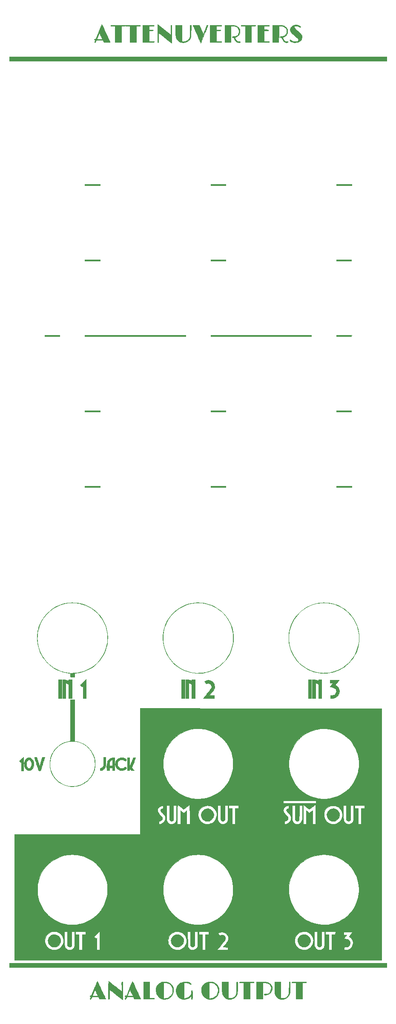
<source format=gto>
G04 #@! TF.GenerationSoftware,KiCad,Pcbnew,6.0.2-378541a8eb~116~ubuntu20.04.1*
G04 #@! TF.CreationDate,2022-03-12T17:06:17-05:00*
G04 #@! TF.ProjectId,attenuverters_panel,61747465-6e75-4766-9572-746572735f70,rev?*
G04 #@! TF.SameCoordinates,Original*
G04 #@! TF.FileFunction,Legend,Top*
G04 #@! TF.FilePolarity,Positive*
%FSLAX46Y46*%
G04 Gerber Fmt 4.6, Leading zero omitted, Abs format (unit mm)*
G04 Created by KiCad (PCBNEW 6.0.2-378541a8eb~116~ubuntu20.04.1) date 2022-03-12 17:06:17*
%MOMM*%
%LPD*%
G01*
G04 APERTURE LIST*
%ADD10C,0.010000*%
G04 APERTURE END LIST*
D10*
G04 #@! TO.C,GRAF2*
X80752578Y-166525039D02*
X80970027Y-166601664D01*
X80970027Y-166601664D02*
X81169508Y-166715687D01*
X81169508Y-166715687D02*
X81345867Y-166862675D01*
X81345867Y-166862675D02*
X81493951Y-167038195D01*
X81493951Y-167038195D02*
X81608607Y-167237817D01*
X81608607Y-167237817D02*
X81684681Y-167457109D01*
X81684681Y-167457109D02*
X81717021Y-167691637D01*
X81717021Y-167691637D02*
X81717800Y-167734500D01*
X81717800Y-167734500D02*
X81693329Y-167973526D01*
X81693329Y-167973526D02*
X81622997Y-168200964D01*
X81622997Y-168200964D02*
X81511423Y-168410909D01*
X81511423Y-168410909D02*
X81363226Y-168597461D01*
X81363226Y-168597461D02*
X81183025Y-168754717D01*
X81183025Y-168754717D02*
X80975439Y-168876775D01*
X80975439Y-168876775D02*
X80764244Y-168952907D01*
X80764244Y-168952907D02*
X80575479Y-168983708D01*
X80575479Y-168983708D02*
X80372151Y-168986088D01*
X80372151Y-168986088D02*
X80180091Y-168960102D01*
X80180091Y-168960102D02*
X80145853Y-168951654D01*
X80145853Y-168951654D02*
X79916619Y-168865336D01*
X79916619Y-168865336D02*
X79713045Y-168739773D01*
X79713045Y-168739773D02*
X79538727Y-168580722D01*
X79538727Y-168580722D02*
X79397264Y-168393940D01*
X79397264Y-168393940D02*
X79292254Y-168185182D01*
X79292254Y-168185182D02*
X79227293Y-167960206D01*
X79227293Y-167960206D02*
X79205979Y-167724767D01*
X79205979Y-167724767D02*
X79231183Y-167488100D01*
X79231183Y-167488100D02*
X79302728Y-167264647D01*
X79302728Y-167264647D02*
X79417503Y-167058243D01*
X79417503Y-167058243D02*
X79569167Y-166874825D01*
X79569167Y-166874825D02*
X79751380Y-166720332D01*
X79751380Y-166720332D02*
X79957802Y-166600702D01*
X79957802Y-166600702D02*
X80182093Y-166521872D01*
X80182093Y-166521872D02*
X80284385Y-166501707D01*
X80284385Y-166501707D02*
X80522312Y-166490242D01*
X80522312Y-166490242D02*
X80752578Y-166525039D01*
X80752578Y-166525039D02*
X80752578Y-166525039D01*
G36*
X80752578Y-166525039D02*
G01*
X80970027Y-166601664D01*
X81169508Y-166715687D01*
X81345867Y-166862675D01*
X81493951Y-167038195D01*
X81608607Y-167237817D01*
X81684681Y-167457109D01*
X81717021Y-167691637D01*
X81717800Y-167734500D01*
X81693329Y-167973526D01*
X81622997Y-168200964D01*
X81511423Y-168410909D01*
X81363226Y-168597461D01*
X81183025Y-168754717D01*
X80975439Y-168876775D01*
X80764244Y-168952907D01*
X80575479Y-168983708D01*
X80372151Y-168986088D01*
X80180091Y-168960102D01*
X80145853Y-168951654D01*
X79916619Y-168865336D01*
X79713045Y-168739773D01*
X79538727Y-168580722D01*
X79397264Y-168393940D01*
X79292254Y-168185182D01*
X79227293Y-167960206D01*
X79205979Y-167724767D01*
X79231183Y-167488100D01*
X79302728Y-167264647D01*
X79417503Y-167058243D01*
X79569167Y-166874825D01*
X79751380Y-166720332D01*
X79957802Y-166600702D01*
X80182093Y-166521872D01*
X80284385Y-166501707D01*
X80522312Y-166490242D01*
X80752578Y-166525039D01*
G37*
X80752578Y-166525039D02*
X80970027Y-166601664D01*
X81169508Y-166715687D01*
X81345867Y-166862675D01*
X81493951Y-167038195D01*
X81608607Y-167237817D01*
X81684681Y-167457109D01*
X81717021Y-167691637D01*
X81717800Y-167734500D01*
X81693329Y-167973526D01*
X81622997Y-168200964D01*
X81511423Y-168410909D01*
X81363226Y-168597461D01*
X81183025Y-168754717D01*
X80975439Y-168876775D01*
X80764244Y-168952907D01*
X80575479Y-168983708D01*
X80372151Y-168986088D01*
X80180091Y-168960102D01*
X80145853Y-168951654D01*
X79916619Y-168865336D01*
X79713045Y-168739773D01*
X79538727Y-168580722D01*
X79397264Y-168393940D01*
X79292254Y-168185182D01*
X79227293Y-167960206D01*
X79205979Y-167724767D01*
X79231183Y-167488100D01*
X79302728Y-167264647D01*
X79417503Y-167058243D01*
X79569167Y-166874825D01*
X79751380Y-166720332D01*
X79957802Y-166600702D01*
X80182093Y-166521872D01*
X80284385Y-166501707D01*
X80522312Y-166490242D01*
X80752578Y-166525039D01*
X43968005Y-10902827D02*
X44223551Y-10904687D01*
X44223551Y-10904687D02*
X44435385Y-10907745D01*
X44435385Y-10907745D02*
X44601984Y-10911964D01*
X44601984Y-10911964D02*
X44721825Y-10917311D01*
X44721825Y-10917311D02*
X44793387Y-10923750D01*
X44793387Y-10923750D02*
X44813269Y-10928493D01*
X44813269Y-10928493D02*
X44855125Y-10974970D01*
X44855125Y-10974970D02*
X44857253Y-11034983D01*
X44857253Y-11034983D02*
X44834200Y-11072639D01*
X44834200Y-11072639D02*
X44802816Y-11083094D01*
X44802816Y-11083094D02*
X44731763Y-11089446D01*
X44731763Y-11089446D02*
X44618092Y-11091772D01*
X44618092Y-11091772D02*
X44458850Y-11090152D01*
X44458850Y-11090152D02*
X44313500Y-11086562D01*
X44313500Y-11086562D02*
X43821000Y-11072286D01*
X43821000Y-11072286D02*
X43821000Y-11821390D01*
X43821000Y-11821390D02*
X44213788Y-11812645D01*
X44213788Y-11812645D02*
X44365550Y-11809843D01*
X44365550Y-11809843D02*
X44474821Y-11809722D01*
X44474821Y-11809722D02*
X44549869Y-11812963D01*
X44549869Y-11812963D02*
X44598965Y-11820252D01*
X44598965Y-11820252D02*
X44630378Y-11832270D01*
X44630378Y-11832270D02*
X44651507Y-11848826D01*
X44651507Y-11848826D02*
X44681182Y-11893268D01*
X44681182Y-11893268D02*
X44669180Y-11937014D01*
X44669180Y-11937014D02*
X44668734Y-11937726D01*
X44668734Y-11937726D02*
X44652507Y-11954484D01*
X44652507Y-11954484D02*
X44623066Y-11966767D01*
X44623066Y-11966767D02*
X44572812Y-11975460D01*
X44572812Y-11975460D02*
X44494143Y-11981447D01*
X44494143Y-11981447D02*
X44379462Y-11985614D01*
X44379462Y-11985614D02*
X44231015Y-11988679D01*
X44231015Y-11988679D02*
X43821000Y-11995658D01*
X43821000Y-11995658D02*
X43821000Y-14132447D01*
X43821000Y-14132447D02*
X44315838Y-14124682D01*
X44315838Y-14124682D02*
X44498940Y-14122494D01*
X44498940Y-14122494D02*
X44637151Y-14123137D01*
X44637151Y-14123137D02*
X44736347Y-14127649D01*
X44736347Y-14127649D02*
X44802406Y-14137069D01*
X44802406Y-14137069D02*
X44841204Y-14152437D01*
X44841204Y-14152437D02*
X44858619Y-14174790D01*
X44858619Y-14174790D02*
X44860527Y-14205169D01*
X44860527Y-14205169D02*
X44858122Y-14220552D01*
X44858122Y-14220552D02*
X44849531Y-14245504D01*
X44849531Y-14245504D02*
X44831344Y-14266329D01*
X44831344Y-14266329D02*
X44799320Y-14283400D01*
X44799320Y-14283400D02*
X44749222Y-14297093D01*
X44749222Y-14297093D02*
X44676810Y-14307783D01*
X44676810Y-14307783D02*
X44577846Y-14315844D01*
X44577846Y-14315844D02*
X44448091Y-14321654D01*
X44448091Y-14321654D02*
X44283306Y-14325585D01*
X44283306Y-14325585D02*
X44079252Y-14328014D01*
X44079252Y-14328014D02*
X43831692Y-14329316D01*
X43831692Y-14329316D02*
X43624150Y-14329766D01*
X43624150Y-14329766D02*
X42576400Y-14331200D01*
X42576400Y-14331200D02*
X42576400Y-10902200D01*
X42576400Y-10902200D02*
X43670269Y-10902200D01*
X43670269Y-10902200D02*
X43968005Y-10902827D01*
X43968005Y-10902827D02*
X43968005Y-10902827D01*
G36*
X43968005Y-10902827D02*
G01*
X44223551Y-10904687D01*
X44435385Y-10907745D01*
X44601984Y-10911964D01*
X44721825Y-10917311D01*
X44793387Y-10923750D01*
X44813269Y-10928493D01*
X44855125Y-10974970D01*
X44857253Y-11034983D01*
X44834200Y-11072639D01*
X44802816Y-11083094D01*
X44731763Y-11089446D01*
X44618092Y-11091772D01*
X44458850Y-11090152D01*
X44313500Y-11086562D01*
X43821000Y-11072286D01*
X43821000Y-11821390D01*
X44213788Y-11812645D01*
X44365550Y-11809843D01*
X44474821Y-11809722D01*
X44549869Y-11812963D01*
X44598965Y-11820252D01*
X44630378Y-11832270D01*
X44651507Y-11848826D01*
X44681182Y-11893268D01*
X44669180Y-11937014D01*
X44668734Y-11937726D01*
X44652507Y-11954484D01*
X44623066Y-11966767D01*
X44572812Y-11975460D01*
X44494143Y-11981447D01*
X44379462Y-11985614D01*
X44231015Y-11988679D01*
X43821000Y-11995658D01*
X43821000Y-14132447D01*
X44315838Y-14124682D01*
X44498940Y-14122494D01*
X44637151Y-14123137D01*
X44736347Y-14127649D01*
X44802406Y-14137069D01*
X44841204Y-14152437D01*
X44858619Y-14174790D01*
X44860527Y-14205169D01*
X44858122Y-14220552D01*
X44849531Y-14245504D01*
X44831344Y-14266329D01*
X44799320Y-14283400D01*
X44749222Y-14297093D01*
X44676810Y-14307783D01*
X44577846Y-14315844D01*
X44448091Y-14321654D01*
X44283306Y-14325585D01*
X44079252Y-14328014D01*
X43831692Y-14329316D01*
X43624150Y-14329766D01*
X42576400Y-14331200D01*
X42576400Y-10902200D01*
X43670269Y-10902200D01*
X43968005Y-10902827D01*
G37*
X43968005Y-10902827D02*
X44223551Y-10904687D01*
X44435385Y-10907745D01*
X44601984Y-10911964D01*
X44721825Y-10917311D01*
X44793387Y-10923750D01*
X44813269Y-10928493D01*
X44855125Y-10974970D01*
X44857253Y-11034983D01*
X44834200Y-11072639D01*
X44802816Y-11083094D01*
X44731763Y-11089446D01*
X44618092Y-11091772D01*
X44458850Y-11090152D01*
X44313500Y-11086562D01*
X43821000Y-11072286D01*
X43821000Y-11821390D01*
X44213788Y-11812645D01*
X44365550Y-11809843D01*
X44474821Y-11809722D01*
X44549869Y-11812963D01*
X44598965Y-11820252D01*
X44630378Y-11832270D01*
X44651507Y-11848826D01*
X44681182Y-11893268D01*
X44669180Y-11937014D01*
X44668734Y-11937726D01*
X44652507Y-11954484D01*
X44623066Y-11966767D01*
X44572812Y-11975460D01*
X44494143Y-11981447D01*
X44379462Y-11985614D01*
X44231015Y-11988679D01*
X43821000Y-11995658D01*
X43821000Y-14132447D01*
X44315838Y-14124682D01*
X44498940Y-14122494D01*
X44637151Y-14123137D01*
X44736347Y-14127649D01*
X44802406Y-14137069D01*
X44841204Y-14152437D01*
X44858619Y-14174790D01*
X44860527Y-14205169D01*
X44858122Y-14220552D01*
X44849531Y-14245504D01*
X44831344Y-14266329D01*
X44799320Y-14283400D01*
X44749222Y-14297093D01*
X44676810Y-14307783D01*
X44577846Y-14315844D01*
X44448091Y-14321654D01*
X44283306Y-14325585D01*
X44079252Y-14328014D01*
X43831692Y-14329316D01*
X43624150Y-14329766D01*
X42576400Y-14331200D01*
X42576400Y-10902200D01*
X43670269Y-10902200D01*
X43968005Y-10902827D01*
X49687409Y-191511547D02*
X49914171Y-191572335D01*
X49914171Y-191572335D02*
X50123093Y-191676405D01*
X50123093Y-191676405D02*
X50314476Y-191825772D01*
X50314476Y-191825772D02*
X50473343Y-192005904D01*
X50473343Y-192005904D02*
X50596252Y-192209468D01*
X50596252Y-192209468D02*
X50679760Y-192429127D01*
X50679760Y-192429127D02*
X50720422Y-192657549D01*
X50720422Y-192657549D02*
X50714797Y-192887397D01*
X50714797Y-192887397D02*
X50709182Y-192924950D01*
X50709182Y-192924950D02*
X50643855Y-193164367D01*
X50643855Y-193164367D02*
X50533704Y-193384589D01*
X50533704Y-193384589D02*
X50382784Y-193580249D01*
X50382784Y-193580249D02*
X50195152Y-193745980D01*
X50195152Y-193745980D02*
X49998727Y-193864876D01*
X49998727Y-193864876D02*
X49898605Y-193913226D01*
X49898605Y-193913226D02*
X49821474Y-193944706D01*
X49821474Y-193944706D02*
X49750254Y-193963344D01*
X49750254Y-193963344D02*
X49667863Y-193973173D01*
X49667863Y-193973173D02*
X49557222Y-193978223D01*
X49557222Y-193978223D02*
X49513060Y-193979488D01*
X49513060Y-193979488D02*
X49378708Y-193981193D01*
X49378708Y-193981193D02*
X49278052Y-193976457D01*
X49278052Y-193976457D02*
X49194183Y-193963315D01*
X49194183Y-193963315D02*
X49110196Y-193939802D01*
X49110196Y-193939802D02*
X49078213Y-193928958D01*
X49078213Y-193928958D02*
X48849816Y-193825331D01*
X48849816Y-193825331D02*
X48655186Y-193689207D01*
X48655186Y-193689207D02*
X48495058Y-193526019D01*
X48495058Y-193526019D02*
X48370167Y-193341200D01*
X48370167Y-193341200D02*
X48281248Y-193140183D01*
X48281248Y-193140183D02*
X48229034Y-192928400D01*
X48229034Y-192928400D02*
X48214262Y-192711286D01*
X48214262Y-192711286D02*
X48237666Y-192494272D01*
X48237666Y-192494272D02*
X48299980Y-192282793D01*
X48299980Y-192282793D02*
X48401940Y-192082279D01*
X48401940Y-192082279D02*
X48544279Y-191898165D01*
X48544279Y-191898165D02*
X48727734Y-191735884D01*
X48727734Y-191735884D02*
X48776962Y-191701456D01*
X48776962Y-191701456D02*
X48988116Y-191589335D01*
X48988116Y-191589335D02*
X49215897Y-191520205D01*
X49215897Y-191520205D02*
X49451823Y-191494223D01*
X49451823Y-191494223D02*
X49687409Y-191511547D01*
X49687409Y-191511547D02*
X49687409Y-191511547D01*
G36*
X49687409Y-191511547D02*
G01*
X49914171Y-191572335D01*
X50123093Y-191676405D01*
X50314476Y-191825772D01*
X50473343Y-192005904D01*
X50596252Y-192209468D01*
X50679760Y-192429127D01*
X50720422Y-192657549D01*
X50714797Y-192887397D01*
X50709182Y-192924950D01*
X50643855Y-193164367D01*
X50533704Y-193384589D01*
X50382784Y-193580249D01*
X50195152Y-193745980D01*
X49998727Y-193864876D01*
X49898605Y-193913226D01*
X49821474Y-193944706D01*
X49750254Y-193963344D01*
X49667863Y-193973173D01*
X49557222Y-193978223D01*
X49513060Y-193979488D01*
X49378708Y-193981193D01*
X49278052Y-193976457D01*
X49194183Y-193963315D01*
X49110196Y-193939802D01*
X49078213Y-193928958D01*
X48849816Y-193825331D01*
X48655186Y-193689207D01*
X48495058Y-193526019D01*
X48370167Y-193341200D01*
X48281248Y-193140183D01*
X48229034Y-192928400D01*
X48214262Y-192711286D01*
X48237666Y-192494272D01*
X48299980Y-192282793D01*
X48401940Y-192082279D01*
X48544279Y-191898165D01*
X48727734Y-191735884D01*
X48776962Y-191701456D01*
X48988116Y-191589335D01*
X49215897Y-191520205D01*
X49451823Y-191494223D01*
X49687409Y-191511547D01*
G37*
X49687409Y-191511547D02*
X49914171Y-191572335D01*
X50123093Y-191676405D01*
X50314476Y-191825772D01*
X50473343Y-192005904D01*
X50596252Y-192209468D01*
X50679760Y-192429127D01*
X50720422Y-192657549D01*
X50714797Y-192887397D01*
X50709182Y-192924950D01*
X50643855Y-193164367D01*
X50533704Y-193384589D01*
X50382784Y-193580249D01*
X50195152Y-193745980D01*
X49998727Y-193864876D01*
X49898605Y-193913226D01*
X49821474Y-193944706D01*
X49750254Y-193963344D01*
X49667863Y-193973173D01*
X49557222Y-193978223D01*
X49513060Y-193979488D01*
X49378708Y-193981193D01*
X49278052Y-193976457D01*
X49194183Y-193963315D01*
X49110196Y-193939802D01*
X49078213Y-193928958D01*
X48849816Y-193825331D01*
X48655186Y-193689207D01*
X48495058Y-193526019D01*
X48370167Y-193341200D01*
X48281248Y-193140183D01*
X48229034Y-192928400D01*
X48214262Y-192711286D01*
X48237666Y-192494272D01*
X48299980Y-192282793D01*
X48401940Y-192082279D01*
X48544279Y-191898165D01*
X48727734Y-191735884D01*
X48776962Y-191701456D01*
X48988116Y-191589335D01*
X49215897Y-191520205D01*
X49451823Y-191494223D01*
X49687409Y-191511547D01*
X55948025Y-141034972D02*
X56162561Y-141117585D01*
X56162561Y-141117585D02*
X56362150Y-141239219D01*
X56362150Y-141239219D02*
X56539069Y-141396171D01*
X56539069Y-141396171D02*
X56669590Y-141560136D01*
X56669590Y-141560136D02*
X56780249Y-141767099D01*
X56780249Y-141767099D02*
X56851017Y-141991088D01*
X56851017Y-141991088D02*
X56881595Y-142223059D01*
X56881595Y-142223059D02*
X56871688Y-142453969D01*
X56871688Y-142453969D02*
X56820996Y-142674773D01*
X56820996Y-142674773D02*
X56729223Y-142876427D01*
X56729223Y-142876427D02*
X56713696Y-142901649D01*
X56713696Y-142901649D02*
X56681380Y-142947306D01*
X56681380Y-142947306D02*
X56622319Y-143025782D01*
X56622319Y-143025782D02*
X56541700Y-143130383D01*
X56541700Y-143130383D02*
X56444709Y-143254418D01*
X56444709Y-143254418D02*
X56336534Y-143391195D01*
X56336534Y-143391195D02*
X56257525Y-143490200D01*
X56257525Y-143490200D02*
X55860771Y-143985500D01*
X55860771Y-143985500D02*
X56330585Y-143992410D01*
X56330585Y-143992410D02*
X56800400Y-143999320D01*
X56800400Y-143999320D02*
X56800400Y-144607800D01*
X56800400Y-144607800D02*
X55718783Y-144607800D01*
X55718783Y-144607800D02*
X55453882Y-144607256D01*
X55453882Y-144607256D02*
X55221035Y-144605670D01*
X55221035Y-144605670D02*
X55023326Y-144603111D01*
X55023326Y-144603111D02*
X54863843Y-144599646D01*
X54863843Y-144599646D02*
X54745672Y-144595344D01*
X54745672Y-144595344D02*
X54671898Y-144590274D01*
X54671898Y-144590274D02*
X54645608Y-144584503D01*
X54645608Y-144584503D02*
X54645633Y-144584054D01*
X54645633Y-144584054D02*
X54662665Y-144559972D01*
X54662665Y-144559972D02*
X54708227Y-144500091D01*
X54708227Y-144500091D02*
X54779226Y-144408367D01*
X54779226Y-144408367D02*
X54872564Y-144288755D01*
X54872564Y-144288755D02*
X54985147Y-144145210D01*
X54985147Y-144145210D02*
X55113878Y-143981688D01*
X55113878Y-143981688D02*
X55255663Y-143802145D01*
X55255663Y-143802145D02*
X55407405Y-143610535D01*
X55407405Y-143610535D02*
X55415916Y-143599804D01*
X55415916Y-143599804D02*
X55570474Y-143404117D01*
X55570474Y-143404117D02*
X55716903Y-143217149D01*
X55716903Y-143217149D02*
X55851819Y-143043333D01*
X55851819Y-143043333D02*
X55971839Y-142887099D01*
X55971839Y-142887099D02*
X56073579Y-142752880D01*
X56073579Y-142752880D02*
X56153655Y-142645105D01*
X56153655Y-142645105D02*
X56208684Y-142568207D01*
X56208684Y-142568207D02*
X56235066Y-142527045D01*
X56235066Y-142527045D02*
X56286883Y-142372109D01*
X56286883Y-142372109D02*
X56293899Y-142207017D01*
X56293899Y-142207017D02*
X56257770Y-142042169D01*
X56257770Y-142042169D02*
X56180149Y-141887967D01*
X56180149Y-141887967D02*
X56121430Y-141812636D01*
X56121430Y-141812636D02*
X55982765Y-141692343D01*
X55982765Y-141692343D02*
X55827078Y-141619068D01*
X55827078Y-141619068D02*
X55657188Y-141593062D01*
X55657188Y-141593062D02*
X55475913Y-141614578D01*
X55475913Y-141614578D02*
X55286069Y-141683867D01*
X55286069Y-141683867D02*
X55199431Y-141730209D01*
X55199431Y-141730209D02*
X55179905Y-141714626D01*
X55179905Y-141714626D02*
X55143192Y-141664520D01*
X55143192Y-141664520D02*
X55095459Y-141590483D01*
X55095459Y-141590483D02*
X55042874Y-141503106D01*
X55042874Y-141503106D02*
X54991604Y-141412979D01*
X54991604Y-141412979D02*
X54947815Y-141330694D01*
X54947815Y-141330694D02*
X54917676Y-141266842D01*
X54917676Y-141266842D02*
X54907352Y-141232014D01*
X54907352Y-141232014D02*
X54908008Y-141229747D01*
X54908008Y-141229747D02*
X54952248Y-141190925D01*
X54952248Y-141190925D02*
X55034527Y-141146405D01*
X55034527Y-141146405D02*
X55143115Y-141100670D01*
X55143115Y-141100670D02*
X55266283Y-141058204D01*
X55266283Y-141058204D02*
X55392299Y-141023487D01*
X55392299Y-141023487D02*
X55505000Y-141001621D01*
X55505000Y-141001621D02*
X55726264Y-140995083D01*
X55726264Y-140995083D02*
X55948025Y-141034972D01*
X55948025Y-141034972D02*
X55948025Y-141034972D01*
G36*
X55948025Y-141034972D02*
G01*
X56162561Y-141117585D01*
X56362150Y-141239219D01*
X56539069Y-141396171D01*
X56669590Y-141560136D01*
X56780249Y-141767099D01*
X56851017Y-141991088D01*
X56881595Y-142223059D01*
X56871688Y-142453969D01*
X56820996Y-142674773D01*
X56729223Y-142876427D01*
X56713696Y-142901649D01*
X56681380Y-142947306D01*
X56622319Y-143025782D01*
X56541700Y-143130383D01*
X56444709Y-143254418D01*
X56336534Y-143391195D01*
X56257525Y-143490200D01*
X55860771Y-143985500D01*
X56330585Y-143992410D01*
X56800400Y-143999320D01*
X56800400Y-144607800D01*
X55718783Y-144607800D01*
X55453882Y-144607256D01*
X55221035Y-144605670D01*
X55023326Y-144603111D01*
X54863843Y-144599646D01*
X54745672Y-144595344D01*
X54671898Y-144590274D01*
X54645608Y-144584503D01*
X54645633Y-144584054D01*
X54662665Y-144559972D01*
X54708227Y-144500091D01*
X54779226Y-144408367D01*
X54872564Y-144288755D01*
X54985147Y-144145210D01*
X55113878Y-143981688D01*
X55255663Y-143802145D01*
X55407405Y-143610535D01*
X55415916Y-143599804D01*
X55570474Y-143404117D01*
X55716903Y-143217149D01*
X55851819Y-143043333D01*
X55971839Y-142887099D01*
X56073579Y-142752880D01*
X56153655Y-142645105D01*
X56208684Y-142568207D01*
X56235066Y-142527045D01*
X56286883Y-142372109D01*
X56293899Y-142207017D01*
X56257770Y-142042169D01*
X56180149Y-141887967D01*
X56121430Y-141812636D01*
X55982765Y-141692343D01*
X55827078Y-141619068D01*
X55657188Y-141593062D01*
X55475913Y-141614578D01*
X55286069Y-141683867D01*
X55199431Y-141730209D01*
X55179905Y-141714626D01*
X55143192Y-141664520D01*
X55095459Y-141590483D01*
X55042874Y-141503106D01*
X54991604Y-141412979D01*
X54947815Y-141330694D01*
X54917676Y-141266842D01*
X54907352Y-141232014D01*
X54908008Y-141229747D01*
X54952248Y-141190925D01*
X55034527Y-141146405D01*
X55143115Y-141100670D01*
X55266283Y-141058204D01*
X55392299Y-141023487D01*
X55505000Y-141001621D01*
X55726264Y-140995083D01*
X55948025Y-141034972D01*
G37*
X55948025Y-141034972D02*
X56162561Y-141117585D01*
X56362150Y-141239219D01*
X56539069Y-141396171D01*
X56669590Y-141560136D01*
X56780249Y-141767099D01*
X56851017Y-141991088D01*
X56881595Y-142223059D01*
X56871688Y-142453969D01*
X56820996Y-142674773D01*
X56729223Y-142876427D01*
X56713696Y-142901649D01*
X56681380Y-142947306D01*
X56622319Y-143025782D01*
X56541700Y-143130383D01*
X56444709Y-143254418D01*
X56336534Y-143391195D01*
X56257525Y-143490200D01*
X55860771Y-143985500D01*
X56330585Y-143992410D01*
X56800400Y-143999320D01*
X56800400Y-144607800D01*
X55718783Y-144607800D01*
X55453882Y-144607256D01*
X55221035Y-144605670D01*
X55023326Y-144603111D01*
X54863843Y-144599646D01*
X54745672Y-144595344D01*
X54671898Y-144590274D01*
X54645608Y-144584503D01*
X54645633Y-144584054D01*
X54662665Y-144559972D01*
X54708227Y-144500091D01*
X54779226Y-144408367D01*
X54872564Y-144288755D01*
X54985147Y-144145210D01*
X55113878Y-143981688D01*
X55255663Y-143802145D01*
X55407405Y-143610535D01*
X55415916Y-143599804D01*
X55570474Y-143404117D01*
X55716903Y-143217149D01*
X55851819Y-143043333D01*
X55971839Y-142887099D01*
X56073579Y-142752880D01*
X56153655Y-142645105D01*
X56208684Y-142568207D01*
X56235066Y-142527045D01*
X56286883Y-142372109D01*
X56293899Y-142207017D01*
X56257770Y-142042169D01*
X56180149Y-141887967D01*
X56121430Y-141812636D01*
X55982765Y-141692343D01*
X55827078Y-141619068D01*
X55657188Y-141593062D01*
X55475913Y-141614578D01*
X55286069Y-141683867D01*
X55199431Y-141730209D01*
X55179905Y-141714626D01*
X55143192Y-141664520D01*
X55095459Y-141590483D01*
X55042874Y-141503106D01*
X54991604Y-141412979D01*
X54947815Y-141330694D01*
X54917676Y-141266842D01*
X54907352Y-141232014D01*
X54908008Y-141229747D01*
X54952248Y-141190925D01*
X55034527Y-141146405D01*
X55143115Y-141100670D01*
X55266283Y-141058204D01*
X55392299Y-141023487D01*
X55505000Y-141001621D01*
X55726264Y-140995083D01*
X55948025Y-141034972D01*
X46830900Y-11776006D02*
X47054469Y-11953378D01*
X47054469Y-11953378D02*
X47266504Y-12121108D01*
X47266504Y-12121108D02*
X47463636Y-12276563D01*
X47463636Y-12276563D02*
X47642496Y-12417108D01*
X47642496Y-12417108D02*
X47799715Y-12540112D01*
X47799715Y-12540112D02*
X47931924Y-12642940D01*
X47931924Y-12642940D02*
X48035755Y-12722959D01*
X48035755Y-12722959D02*
X48107837Y-12777536D01*
X48107837Y-12777536D02*
X48144803Y-12804038D01*
X48144803Y-12804038D02*
X48148889Y-12806201D01*
X48148889Y-12806201D02*
X48154019Y-12781849D01*
X48154019Y-12781849D02*
X48157993Y-12711458D01*
X48157993Y-12711458D02*
X48160760Y-12599774D01*
X48160760Y-12599774D02*
X48162267Y-12451545D01*
X48162267Y-12451545D02*
X48162463Y-12271520D01*
X48162463Y-12271520D02*
X48161295Y-12064445D01*
X48161295Y-12064445D02*
X48159164Y-11868555D01*
X48159164Y-11868555D02*
X48156136Y-11585433D01*
X48156136Y-11585433D02*
X48155153Y-11352339D01*
X48155153Y-11352339D02*
X48156226Y-11168544D01*
X48156226Y-11168544D02*
X48159365Y-11033316D01*
X48159365Y-11033316D02*
X48164580Y-10945926D01*
X48164580Y-10945926D02*
X48171883Y-10905643D01*
X48171883Y-10905643D02*
X48173404Y-10903355D01*
X48173404Y-10903355D02*
X48220501Y-10879994D01*
X48220501Y-10879994D02*
X48245094Y-10876800D01*
X48245094Y-10876800D02*
X48266120Y-10877720D01*
X48266120Y-10877720D02*
X48284266Y-10882778D01*
X48284266Y-10882778D02*
X48299713Y-10895421D01*
X48299713Y-10895421D02*
X48312645Y-10919093D01*
X48312645Y-10919093D02*
X48323243Y-10957242D01*
X48323243Y-10957242D02*
X48331689Y-11013312D01*
X48331689Y-11013312D02*
X48338165Y-11090751D01*
X48338165Y-11090751D02*
X48342853Y-11193005D01*
X48342853Y-11193005D02*
X48345935Y-11323518D01*
X48345935Y-11323518D02*
X48347593Y-11485738D01*
X48347593Y-11485738D02*
X48348008Y-11683110D01*
X48348008Y-11683110D02*
X48347364Y-11919081D01*
X48347364Y-11919081D02*
X48345842Y-12197096D01*
X48345842Y-12197096D02*
X48343624Y-12520601D01*
X48343624Y-12520601D02*
X48342200Y-12715521D01*
X48342200Y-12715521D02*
X48329500Y-14439943D01*
X48329500Y-14439943D02*
X47364300Y-13682673D01*
X47364300Y-13682673D02*
X47157498Y-13520422D01*
X47157498Y-13520422D02*
X46951328Y-13358669D01*
X46951328Y-13358669D02*
X46751607Y-13201975D01*
X46751607Y-13201975D02*
X46564152Y-13054906D01*
X46564152Y-13054906D02*
X46394780Y-12922026D01*
X46394780Y-12922026D02*
X46249309Y-12807897D01*
X46249309Y-12807897D02*
X46133555Y-12717085D01*
X46133555Y-12717085D02*
X46068900Y-12666362D01*
X46068900Y-12666362D02*
X45738700Y-12407321D01*
X45738700Y-12407321D02*
X45726000Y-13357506D01*
X45726000Y-13357506D02*
X45722417Y-13607012D01*
X45722417Y-13607012D02*
X45718834Y-13810372D01*
X45718834Y-13810372D02*
X45715009Y-13972241D01*
X45715009Y-13972241D02*
X45710699Y-14097273D01*
X45710699Y-14097273D02*
X45705661Y-14190121D01*
X45705661Y-14190121D02*
X45699652Y-14255441D01*
X45699652Y-14255441D02*
X45692431Y-14297885D01*
X45692431Y-14297885D02*
X45683753Y-14322108D01*
X45683753Y-14322108D02*
X45675200Y-14331756D01*
X45675200Y-14331756D02*
X45630557Y-14353295D01*
X45630557Y-14353295D02*
X45594417Y-14343559D01*
X45594417Y-14343559D02*
X45557363Y-14312150D01*
X45557363Y-14312150D02*
X45548196Y-14301870D01*
X45548196Y-14301870D02*
X45540340Y-14287145D01*
X45540340Y-14287145D02*
X45533727Y-14264366D01*
X45533727Y-14264366D02*
X45528286Y-14229926D01*
X45528286Y-14229926D02*
X45523950Y-14180216D01*
X45523950Y-14180216D02*
X45520649Y-14111628D01*
X45520649Y-14111628D02*
X45518314Y-14020553D01*
X45518314Y-14020553D02*
X45516876Y-13903384D01*
X45516876Y-13903384D02*
X45516265Y-13756512D01*
X45516265Y-13756512D02*
X45516413Y-13576328D01*
X45516413Y-13576328D02*
X45517251Y-13359225D01*
X45517251Y-13359225D02*
X45518709Y-13101594D01*
X45518709Y-13101594D02*
X45520719Y-12799827D01*
X45520719Y-12799827D02*
X45522800Y-12507255D01*
X45522800Y-12507255D02*
X45535500Y-10746810D01*
X45535500Y-10746810D02*
X46830900Y-11776006D01*
X46830900Y-11776006D02*
X46830900Y-11776006D01*
G36*
X46830900Y-11776006D02*
G01*
X47054469Y-11953378D01*
X47266504Y-12121108D01*
X47463636Y-12276563D01*
X47642496Y-12417108D01*
X47799715Y-12540112D01*
X47931924Y-12642940D01*
X48035755Y-12722959D01*
X48107837Y-12777536D01*
X48144803Y-12804038D01*
X48148889Y-12806201D01*
X48154019Y-12781849D01*
X48157993Y-12711458D01*
X48160760Y-12599774D01*
X48162267Y-12451545D01*
X48162463Y-12271520D01*
X48161295Y-12064445D01*
X48159164Y-11868555D01*
X48156136Y-11585433D01*
X48155153Y-11352339D01*
X48156226Y-11168544D01*
X48159365Y-11033316D01*
X48164580Y-10945926D01*
X48171883Y-10905643D01*
X48173404Y-10903355D01*
X48220501Y-10879994D01*
X48245094Y-10876800D01*
X48266120Y-10877720D01*
X48284266Y-10882778D01*
X48299713Y-10895421D01*
X48312645Y-10919093D01*
X48323243Y-10957242D01*
X48331689Y-11013312D01*
X48338165Y-11090751D01*
X48342853Y-11193005D01*
X48345935Y-11323518D01*
X48347593Y-11485738D01*
X48348008Y-11683110D01*
X48347364Y-11919081D01*
X48345842Y-12197096D01*
X48343624Y-12520601D01*
X48342200Y-12715521D01*
X48329500Y-14439943D01*
X47364300Y-13682673D01*
X47157498Y-13520422D01*
X46951328Y-13358669D01*
X46751607Y-13201975D01*
X46564152Y-13054906D01*
X46394780Y-12922026D01*
X46249309Y-12807897D01*
X46133555Y-12717085D01*
X46068900Y-12666362D01*
X45738700Y-12407321D01*
X45726000Y-13357506D01*
X45722417Y-13607012D01*
X45718834Y-13810372D01*
X45715009Y-13972241D01*
X45710699Y-14097273D01*
X45705661Y-14190121D01*
X45699652Y-14255441D01*
X45692431Y-14297885D01*
X45683753Y-14322108D01*
X45675200Y-14331756D01*
X45630557Y-14353295D01*
X45594417Y-14343559D01*
X45557363Y-14312150D01*
X45548196Y-14301870D01*
X45540340Y-14287145D01*
X45533727Y-14264366D01*
X45528286Y-14229926D01*
X45523950Y-14180216D01*
X45520649Y-14111628D01*
X45518314Y-14020553D01*
X45516876Y-13903384D01*
X45516265Y-13756512D01*
X45516413Y-13576328D01*
X45517251Y-13359225D01*
X45518709Y-13101594D01*
X45520719Y-12799827D01*
X45522800Y-12507255D01*
X45535500Y-10746810D01*
X46830900Y-11776006D01*
G37*
X46830900Y-11776006D02*
X47054469Y-11953378D01*
X47266504Y-12121108D01*
X47463636Y-12276563D01*
X47642496Y-12417108D01*
X47799715Y-12540112D01*
X47931924Y-12642940D01*
X48035755Y-12722959D01*
X48107837Y-12777536D01*
X48144803Y-12804038D01*
X48148889Y-12806201D01*
X48154019Y-12781849D01*
X48157993Y-12711458D01*
X48160760Y-12599774D01*
X48162267Y-12451545D01*
X48162463Y-12271520D01*
X48161295Y-12064445D01*
X48159164Y-11868555D01*
X48156136Y-11585433D01*
X48155153Y-11352339D01*
X48156226Y-11168544D01*
X48159365Y-11033316D01*
X48164580Y-10945926D01*
X48171883Y-10905643D01*
X48173404Y-10903355D01*
X48220501Y-10879994D01*
X48245094Y-10876800D01*
X48266120Y-10877720D01*
X48284266Y-10882778D01*
X48299713Y-10895421D01*
X48312645Y-10919093D01*
X48323243Y-10957242D01*
X48331689Y-11013312D01*
X48338165Y-11090751D01*
X48342853Y-11193005D01*
X48345935Y-11323518D01*
X48347593Y-11485738D01*
X48348008Y-11683110D01*
X48347364Y-11919081D01*
X48345842Y-12197096D01*
X48343624Y-12520601D01*
X48342200Y-12715521D01*
X48329500Y-14439943D01*
X47364300Y-13682673D01*
X47157498Y-13520422D01*
X46951328Y-13358669D01*
X46751607Y-13201975D01*
X46564152Y-13054906D01*
X46394780Y-12922026D01*
X46249309Y-12807897D01*
X46133555Y-12717085D01*
X46068900Y-12666362D01*
X45738700Y-12407321D01*
X45726000Y-13357506D01*
X45722417Y-13607012D01*
X45718834Y-13810372D01*
X45715009Y-13972241D01*
X45710699Y-14097273D01*
X45705661Y-14190121D01*
X45699652Y-14255441D01*
X45692431Y-14297885D01*
X45683753Y-14322108D01*
X45675200Y-14331756D01*
X45630557Y-14353295D01*
X45594417Y-14343559D01*
X45557363Y-14312150D01*
X45548196Y-14301870D01*
X45540340Y-14287145D01*
X45533727Y-14264366D01*
X45528286Y-14229926D01*
X45523950Y-14180216D01*
X45520649Y-14111628D01*
X45518314Y-14020553D01*
X45516876Y-13903384D01*
X45516265Y-13756512D01*
X45516413Y-13576328D01*
X45517251Y-13359225D01*
X45518709Y-13101594D01*
X45520719Y-12799827D01*
X45522800Y-12507255D01*
X45535500Y-10746810D01*
X46830900Y-11776006D01*
X64940701Y-10879319D02*
X64974959Y-10889518D01*
X64974959Y-10889518D02*
X64995564Y-10911532D01*
X64995564Y-10911532D02*
X65002418Y-10923524D01*
X65002418Y-10923524D02*
X65016717Y-10970620D01*
X65016717Y-10970620D02*
X64994587Y-11012954D01*
X64994587Y-11012954D02*
X64979782Y-11028617D01*
X64979782Y-11028617D02*
X64955016Y-11049178D01*
X64955016Y-11049178D02*
X64922901Y-11063419D01*
X64922901Y-11063419D02*
X64874407Y-11072480D01*
X64874407Y-11072480D02*
X64800502Y-11077502D01*
X64800502Y-11077502D02*
X64692158Y-11079624D01*
X64692158Y-11079624D02*
X64572800Y-11080000D01*
X64572800Y-11080000D02*
X64217200Y-11080000D01*
X64217200Y-11080000D02*
X64217200Y-14331200D01*
X64217200Y-14331200D02*
X63611833Y-14331200D01*
X63611833Y-14331200D02*
X63441361Y-14330517D01*
X63441361Y-14330517D02*
X63288045Y-14328602D01*
X63288045Y-14328602D02*
X63159115Y-14325650D01*
X63159115Y-14325650D02*
X63061796Y-14321859D01*
X63061796Y-14321859D02*
X63003317Y-14317424D01*
X63003317Y-14317424D02*
X62989533Y-14314266D01*
X62989533Y-14314266D02*
X62986578Y-14286566D01*
X62986578Y-14286566D02*
X62983788Y-14212394D01*
X62983788Y-14212394D02*
X62981206Y-14096077D01*
X62981206Y-14096077D02*
X62978877Y-13941943D01*
X62978877Y-13941943D02*
X62976848Y-13754321D01*
X62976848Y-13754321D02*
X62975162Y-13537536D01*
X62975162Y-13537536D02*
X62973865Y-13295918D01*
X62973865Y-13295918D02*
X62973001Y-13033794D01*
X62973001Y-13033794D02*
X62972616Y-12755492D01*
X62972616Y-12755492D02*
X62972600Y-12684677D01*
X62972600Y-12684677D02*
X62972600Y-11072022D01*
X62972600Y-11072022D02*
X62555140Y-11088486D01*
X62555140Y-11088486D02*
X62400937Y-11094372D01*
X62400937Y-11094372D02*
X62289959Y-11097516D01*
X62289959Y-11097516D02*
X62214672Y-11097244D01*
X62214672Y-11097244D02*
X62167543Y-11092882D01*
X62167543Y-11092882D02*
X62141039Y-11083758D01*
X62141039Y-11083758D02*
X62127627Y-11069199D01*
X62127627Y-11069199D02*
X62120113Y-11049602D01*
X62120113Y-11049602D02*
X62120020Y-10994697D01*
X62120020Y-10994697D02*
X62159387Y-10948226D01*
X62159387Y-10948226D02*
X62175331Y-10937475D01*
X62175331Y-10937475D02*
X62197223Y-10928534D01*
X62197223Y-10928534D02*
X62229546Y-10921239D01*
X62229546Y-10921239D02*
X62276782Y-10915423D01*
X62276782Y-10915423D02*
X62343414Y-10910921D01*
X62343414Y-10910921D02*
X62433923Y-10907566D01*
X62433923Y-10907566D02*
X62552793Y-10905192D01*
X62552793Y-10905192D02*
X62704506Y-10903635D01*
X62704506Y-10903635D02*
X62893543Y-10902728D01*
X62893543Y-10902728D02*
X63124388Y-10902304D01*
X63124388Y-10902304D02*
X63401523Y-10902200D01*
X63401523Y-10902200D02*
X63403381Y-10902200D01*
X63403381Y-10902200D02*
X63651901Y-10901852D01*
X63651901Y-10901852D02*
X63891113Y-10900858D01*
X63891113Y-10900858D02*
X64114914Y-10899288D01*
X64114914Y-10899288D02*
X64317203Y-10897214D01*
X64317203Y-10897214D02*
X64491878Y-10894709D01*
X64491878Y-10894709D02*
X64632836Y-10891843D01*
X64632836Y-10891843D02*
X64733976Y-10888688D01*
X64733976Y-10888688D02*
X64782104Y-10886006D01*
X64782104Y-10886006D02*
X64880510Y-10878846D01*
X64880510Y-10878846D02*
X64940701Y-10879319D01*
X64940701Y-10879319D02*
X64940701Y-10879319D01*
G36*
X64940701Y-10879319D02*
G01*
X64974959Y-10889518D01*
X64995564Y-10911532D01*
X65002418Y-10923524D01*
X65016717Y-10970620D01*
X64994587Y-11012954D01*
X64979782Y-11028617D01*
X64955016Y-11049178D01*
X64922901Y-11063419D01*
X64874407Y-11072480D01*
X64800502Y-11077502D01*
X64692158Y-11079624D01*
X64572800Y-11080000D01*
X64217200Y-11080000D01*
X64217200Y-14331200D01*
X63611833Y-14331200D01*
X63441361Y-14330517D01*
X63288045Y-14328602D01*
X63159115Y-14325650D01*
X63061796Y-14321859D01*
X63003317Y-14317424D01*
X62989533Y-14314266D01*
X62986578Y-14286566D01*
X62983788Y-14212394D01*
X62981206Y-14096077D01*
X62978877Y-13941943D01*
X62976848Y-13754321D01*
X62975162Y-13537536D01*
X62973865Y-13295918D01*
X62973001Y-13033794D01*
X62972616Y-12755492D01*
X62972600Y-12684677D01*
X62972600Y-11072022D01*
X62555140Y-11088486D01*
X62400937Y-11094372D01*
X62289959Y-11097516D01*
X62214672Y-11097244D01*
X62167543Y-11092882D01*
X62141039Y-11083758D01*
X62127627Y-11069199D01*
X62120113Y-11049602D01*
X62120020Y-10994697D01*
X62159387Y-10948226D01*
X62175331Y-10937475D01*
X62197223Y-10928534D01*
X62229546Y-10921239D01*
X62276782Y-10915423D01*
X62343414Y-10910921D01*
X62433923Y-10907566D01*
X62552793Y-10905192D01*
X62704506Y-10903635D01*
X62893543Y-10902728D01*
X63124388Y-10902304D01*
X63401523Y-10902200D01*
X63403381Y-10902200D01*
X63651901Y-10901852D01*
X63891113Y-10900858D01*
X64114914Y-10899288D01*
X64317203Y-10897214D01*
X64491878Y-10894709D01*
X64632836Y-10891843D01*
X64733976Y-10888688D01*
X64782104Y-10886006D01*
X64880510Y-10878846D01*
X64940701Y-10879319D01*
G37*
X64940701Y-10879319D02*
X64974959Y-10889518D01*
X64995564Y-10911532D01*
X65002418Y-10923524D01*
X65016717Y-10970620D01*
X64994587Y-11012954D01*
X64979782Y-11028617D01*
X64955016Y-11049178D01*
X64922901Y-11063419D01*
X64874407Y-11072480D01*
X64800502Y-11077502D01*
X64692158Y-11079624D01*
X64572800Y-11080000D01*
X64217200Y-11080000D01*
X64217200Y-14331200D01*
X63611833Y-14331200D01*
X63441361Y-14330517D01*
X63288045Y-14328602D01*
X63159115Y-14325650D01*
X63061796Y-14321859D01*
X63003317Y-14317424D01*
X62989533Y-14314266D01*
X62986578Y-14286566D01*
X62983788Y-14212394D01*
X62981206Y-14096077D01*
X62978877Y-13941943D01*
X62976848Y-13754321D01*
X62975162Y-13537536D01*
X62973865Y-13295918D01*
X62973001Y-13033794D01*
X62972616Y-12755492D01*
X62972600Y-12684677D01*
X62972600Y-11072022D01*
X62555140Y-11088486D01*
X62400937Y-11094372D01*
X62289959Y-11097516D01*
X62214672Y-11097244D01*
X62167543Y-11092882D01*
X62141039Y-11083758D01*
X62127627Y-11069199D01*
X62120113Y-11049602D01*
X62120020Y-10994697D01*
X62159387Y-10948226D01*
X62175331Y-10937475D01*
X62197223Y-10928534D01*
X62229546Y-10921239D01*
X62276782Y-10915423D01*
X62343414Y-10910921D01*
X62433923Y-10907566D01*
X62552793Y-10905192D01*
X62704506Y-10903635D01*
X62893543Y-10902728D01*
X63124388Y-10902304D01*
X63401523Y-10902200D01*
X63403381Y-10902200D01*
X63651901Y-10901852D01*
X63891113Y-10900858D01*
X64114914Y-10899288D01*
X64317203Y-10897214D01*
X64491878Y-10894709D01*
X64632836Y-10891843D01*
X64733976Y-10888688D01*
X64782104Y-10886006D01*
X64880510Y-10878846D01*
X64940701Y-10879319D01*
X69328950Y-10909239D02*
X69592954Y-10913245D01*
X69592954Y-10913245D02*
X69811311Y-10917757D01*
X69811311Y-10917757D02*
X69989170Y-10923020D01*
X69989170Y-10923020D02*
X70131682Y-10929280D01*
X70131682Y-10929280D02*
X70243998Y-10936781D01*
X70243998Y-10936781D02*
X70331270Y-10945770D01*
X70331270Y-10945770D02*
X70398647Y-10956493D01*
X70398647Y-10956493D02*
X70421041Y-10961289D01*
X70421041Y-10961289D02*
X70673862Y-11042648D01*
X70673862Y-11042648D02*
X70897886Y-11161164D01*
X70897886Y-11161164D02*
X71089077Y-11313829D01*
X71089077Y-11313829D02*
X71243402Y-11497633D01*
X71243402Y-11497633D02*
X71322784Y-11633895D01*
X71322784Y-11633895D02*
X71363678Y-11718607D01*
X71363678Y-11718607D02*
X71390800Y-11785144D01*
X71390800Y-11785144D02*
X71406977Y-11847981D01*
X71406977Y-11847981D02*
X71415035Y-11921594D01*
X71415035Y-11921594D02*
X71417799Y-12020459D01*
X71417799Y-12020459D02*
X71418100Y-12122122D01*
X71418100Y-12122122D02*
X71418100Y-12417403D01*
X71418100Y-12417403D02*
X71310209Y-12635098D01*
X71310209Y-12635098D02*
X71176443Y-12850006D01*
X71176443Y-12850006D02*
X71006450Y-13029929D01*
X71006450Y-13029929D02*
X70802649Y-13172853D01*
X70802649Y-13172853D02*
X70567461Y-13276762D01*
X70567461Y-13276762D02*
X70522352Y-13291055D01*
X70522352Y-13291055D02*
X70472241Y-13307131D01*
X70472241Y-13307131D02*
X70441066Y-13325211D01*
X70441066Y-13325211D02*
X70429283Y-13353425D01*
X70429283Y-13353425D02*
X70437349Y-13399899D01*
X70437349Y-13399899D02*
X70465722Y-13472764D01*
X70465722Y-13472764D02*
X70514858Y-13580149D01*
X70514858Y-13580149D02*
X70541837Y-13637585D01*
X70541837Y-13637585D02*
X70644340Y-13822471D01*
X70644340Y-13822471D02*
X70760594Y-13973872D01*
X70760594Y-13973872D02*
X70885015Y-14085318D01*
X70885015Y-14085318D02*
X70970599Y-14134603D01*
X70970599Y-14134603D02*
X71042613Y-14161440D01*
X71042613Y-14161440D02*
X71114102Y-14173124D01*
X71114102Y-14173124D02*
X71205145Y-14171855D01*
X71205145Y-14171855D02*
X71265623Y-14166924D01*
X71265623Y-14166924D02*
X71363445Y-14159508D01*
X71363445Y-14159508D02*
X71422112Y-14160801D01*
X71422112Y-14160801D02*
X71452723Y-14172069D01*
X71452723Y-14172069D02*
X71464676Y-14189653D01*
X71464676Y-14189653D02*
X71469204Y-14256229D01*
X71469204Y-14256229D02*
X71427615Y-14306808D01*
X71427615Y-14306808D02*
X71342459Y-14339966D01*
X71342459Y-14339966D02*
X71216285Y-14354279D01*
X71216285Y-14354279D02*
X71169254Y-14354667D01*
X71169254Y-14354667D02*
X71070755Y-14348730D01*
X71070755Y-14348730D02*
X70981389Y-14335427D01*
X70981389Y-14335427D02*
X70935500Y-14322858D01*
X70935500Y-14322858D02*
X70767232Y-14236455D01*
X70767232Y-14236455D02*
X70620314Y-14115479D01*
X70620314Y-14115479D02*
X70489987Y-13954931D01*
X70489987Y-13954931D02*
X70371492Y-13749813D01*
X70371492Y-13749813D02*
X70352295Y-13710388D01*
X70352295Y-13710388D02*
X70303587Y-13606017D01*
X70303587Y-13606017D02*
X70262139Y-13513481D01*
X70262139Y-13513481D02*
X70233736Y-13445881D01*
X70233736Y-13445881D02*
X70225484Y-13423150D01*
X70225484Y-13423150D02*
X70207770Y-13388334D01*
X70207770Y-13388334D02*
X70172442Y-13371303D01*
X70172442Y-13371303D02*
X70104720Y-13366134D01*
X70104720Y-13366134D02*
X70082888Y-13366000D01*
X70082888Y-13366000D02*
X69986166Y-13357498D01*
X69986166Y-13357498D02*
X69922536Y-13329080D01*
X69922536Y-13329080D02*
X69907376Y-13315776D01*
X69907376Y-13315776D02*
X69871624Y-13258357D01*
X69871624Y-13258357D02*
X69880687Y-13208937D01*
X69880687Y-13208937D02*
X69928740Y-13171469D01*
X69928740Y-13171469D02*
X70009957Y-13149906D01*
X70009957Y-13149906D02*
X70118515Y-13148202D01*
X70118515Y-13148202D02*
X70149577Y-13151383D01*
X70149577Y-13151383D02*
X70259385Y-13155253D01*
X70259385Y-13155253D02*
X70382050Y-13145197D01*
X70382050Y-13145197D02*
X70430464Y-13136933D01*
X70430464Y-13136933D02*
X70645023Y-13068249D01*
X70645023Y-13068249D02*
X70833283Y-12959371D01*
X70833283Y-12959371D02*
X70991224Y-12815760D01*
X70991224Y-12815760D02*
X71114829Y-12642875D01*
X71114829Y-12642875D02*
X71200080Y-12446176D01*
X71200080Y-12446176D02*
X71242958Y-12231121D01*
X71242958Y-12231121D02*
X71242670Y-12033370D01*
X71242670Y-12033370D02*
X71198711Y-11819221D01*
X71198711Y-11819221D02*
X71110122Y-11626813D01*
X71110122Y-11626813D02*
X70979336Y-11458766D01*
X70979336Y-11458766D02*
X70808791Y-11317703D01*
X70808791Y-11317703D02*
X70600920Y-11206248D01*
X70600920Y-11206248D02*
X70414607Y-11141599D01*
X70414607Y-11141599D02*
X70332294Y-11124801D01*
X70332294Y-11124801D02*
X70215670Y-11108778D01*
X70215670Y-11108778D02*
X70081208Y-11095499D01*
X70081208Y-11095499D02*
X69964139Y-11087787D01*
X69964139Y-11087787D02*
X69653178Y-11072625D01*
X69653178Y-11072625D02*
X69646639Y-12695562D01*
X69646639Y-12695562D02*
X69640100Y-14318500D01*
X69640100Y-14318500D02*
X69024150Y-14325301D01*
X69024150Y-14325301D02*
X68408200Y-14332103D01*
X68408200Y-14332103D02*
X68408200Y-10897001D01*
X68408200Y-10897001D02*
X69328950Y-10909239D01*
X69328950Y-10909239D02*
X69328950Y-10909239D01*
G36*
X69328950Y-10909239D02*
G01*
X69592954Y-10913245D01*
X69811311Y-10917757D01*
X69989170Y-10923020D01*
X70131682Y-10929280D01*
X70243998Y-10936781D01*
X70331270Y-10945770D01*
X70398647Y-10956493D01*
X70421041Y-10961289D01*
X70673862Y-11042648D01*
X70897886Y-11161164D01*
X71089077Y-11313829D01*
X71243402Y-11497633D01*
X71322784Y-11633895D01*
X71363678Y-11718607D01*
X71390800Y-11785144D01*
X71406977Y-11847981D01*
X71415035Y-11921594D01*
X71417799Y-12020459D01*
X71418100Y-12122122D01*
X71418100Y-12417403D01*
X71310209Y-12635098D01*
X71176443Y-12850006D01*
X71006450Y-13029929D01*
X70802649Y-13172853D01*
X70567461Y-13276762D01*
X70522352Y-13291055D01*
X70472241Y-13307131D01*
X70441066Y-13325211D01*
X70429283Y-13353425D01*
X70437349Y-13399899D01*
X70465722Y-13472764D01*
X70514858Y-13580149D01*
X70541837Y-13637585D01*
X70644340Y-13822471D01*
X70760594Y-13973872D01*
X70885015Y-14085318D01*
X70970599Y-14134603D01*
X71042613Y-14161440D01*
X71114102Y-14173124D01*
X71205145Y-14171855D01*
X71265623Y-14166924D01*
X71363445Y-14159508D01*
X71422112Y-14160801D01*
X71452723Y-14172069D01*
X71464676Y-14189653D01*
X71469204Y-14256229D01*
X71427615Y-14306808D01*
X71342459Y-14339966D01*
X71216285Y-14354279D01*
X71169254Y-14354667D01*
X71070755Y-14348730D01*
X70981389Y-14335427D01*
X70935500Y-14322858D01*
X70767232Y-14236455D01*
X70620314Y-14115479D01*
X70489987Y-13954931D01*
X70371492Y-13749813D01*
X70352295Y-13710388D01*
X70303587Y-13606017D01*
X70262139Y-13513481D01*
X70233736Y-13445881D01*
X70225484Y-13423150D01*
X70207770Y-13388334D01*
X70172442Y-13371303D01*
X70104720Y-13366134D01*
X70082888Y-13366000D01*
X69986166Y-13357498D01*
X69922536Y-13329080D01*
X69907376Y-13315776D01*
X69871624Y-13258357D01*
X69880687Y-13208937D01*
X69928740Y-13171469D01*
X70009957Y-13149906D01*
X70118515Y-13148202D01*
X70149577Y-13151383D01*
X70259385Y-13155253D01*
X70382050Y-13145197D01*
X70430464Y-13136933D01*
X70645023Y-13068249D01*
X70833283Y-12959371D01*
X70991224Y-12815760D01*
X71114829Y-12642875D01*
X71200080Y-12446176D01*
X71242958Y-12231121D01*
X71242670Y-12033370D01*
X71198711Y-11819221D01*
X71110122Y-11626813D01*
X70979336Y-11458766D01*
X70808791Y-11317703D01*
X70600920Y-11206248D01*
X70414607Y-11141599D01*
X70332294Y-11124801D01*
X70215670Y-11108778D01*
X70081208Y-11095499D01*
X69964139Y-11087787D01*
X69653178Y-11072625D01*
X69646639Y-12695562D01*
X69640100Y-14318500D01*
X69024150Y-14325301D01*
X68408200Y-14332103D01*
X68408200Y-10897001D01*
X69328950Y-10909239D01*
G37*
X69328950Y-10909239D02*
X69592954Y-10913245D01*
X69811311Y-10917757D01*
X69989170Y-10923020D01*
X70131682Y-10929280D01*
X70243998Y-10936781D01*
X70331270Y-10945770D01*
X70398647Y-10956493D01*
X70421041Y-10961289D01*
X70673862Y-11042648D01*
X70897886Y-11161164D01*
X71089077Y-11313829D01*
X71243402Y-11497633D01*
X71322784Y-11633895D01*
X71363678Y-11718607D01*
X71390800Y-11785144D01*
X71406977Y-11847981D01*
X71415035Y-11921594D01*
X71417799Y-12020459D01*
X71418100Y-12122122D01*
X71418100Y-12417403D01*
X71310209Y-12635098D01*
X71176443Y-12850006D01*
X71006450Y-13029929D01*
X70802649Y-13172853D01*
X70567461Y-13276762D01*
X70522352Y-13291055D01*
X70472241Y-13307131D01*
X70441066Y-13325211D01*
X70429283Y-13353425D01*
X70437349Y-13399899D01*
X70465722Y-13472764D01*
X70514858Y-13580149D01*
X70541837Y-13637585D01*
X70644340Y-13822471D01*
X70760594Y-13973872D01*
X70885015Y-14085318D01*
X70970599Y-14134603D01*
X71042613Y-14161440D01*
X71114102Y-14173124D01*
X71205145Y-14171855D01*
X71265623Y-14166924D01*
X71363445Y-14159508D01*
X71422112Y-14160801D01*
X71452723Y-14172069D01*
X71464676Y-14189653D01*
X71469204Y-14256229D01*
X71427615Y-14306808D01*
X71342459Y-14339966D01*
X71216285Y-14354279D01*
X71169254Y-14354667D01*
X71070755Y-14348730D01*
X70981389Y-14335427D01*
X70935500Y-14322858D01*
X70767232Y-14236455D01*
X70620314Y-14115479D01*
X70489987Y-13954931D01*
X70371492Y-13749813D01*
X70352295Y-13710388D01*
X70303587Y-13606017D01*
X70262139Y-13513481D01*
X70233736Y-13445881D01*
X70225484Y-13423150D01*
X70207770Y-13388334D01*
X70172442Y-13371303D01*
X70104720Y-13366134D01*
X70082888Y-13366000D01*
X69986166Y-13357498D01*
X69922536Y-13329080D01*
X69907376Y-13315776D01*
X69871624Y-13258357D01*
X69880687Y-13208937D01*
X69928740Y-13171469D01*
X70009957Y-13149906D01*
X70118515Y-13148202D01*
X70149577Y-13151383D01*
X70259385Y-13155253D01*
X70382050Y-13145197D01*
X70430464Y-13136933D01*
X70645023Y-13068249D01*
X70833283Y-12959371D01*
X70991224Y-12815760D01*
X71114829Y-12642875D01*
X71200080Y-12446176D01*
X71242958Y-12231121D01*
X71242670Y-12033370D01*
X71198711Y-11819221D01*
X71110122Y-11626813D01*
X70979336Y-11458766D01*
X70808791Y-11317703D01*
X70600920Y-11206248D01*
X70414607Y-11141599D01*
X70332294Y-11124801D01*
X70215670Y-11108778D01*
X70081208Y-11095499D01*
X69964139Y-11087787D01*
X69653178Y-11072625D01*
X69646639Y-12695562D01*
X69640100Y-14318500D01*
X69024150Y-14325301D01*
X68408200Y-14332103D01*
X68408200Y-10897001D01*
X69328950Y-10909239D01*
X91115800Y-197998600D02*
X16109600Y-197998600D01*
X16109600Y-197998600D02*
X16109600Y-197211200D01*
X16109600Y-197211200D02*
X91115800Y-197211200D01*
X91115800Y-197211200D02*
X91115800Y-197998600D01*
X91115800Y-197998600D02*
X91115800Y-197998600D01*
G36*
X91115800Y-197998600D02*
G01*
X16109600Y-197998600D01*
X16109600Y-197211200D01*
X91115800Y-197211200D01*
X91115800Y-197998600D01*
G37*
X91115800Y-197998600D02*
X16109600Y-197998600D01*
X16109600Y-197211200D01*
X91115800Y-197211200D01*
X91115800Y-197998600D01*
X59111800Y-57739800D02*
X56114600Y-57739800D01*
X56114600Y-57739800D02*
X56114600Y-57460400D01*
X56114600Y-57460400D02*
X59111800Y-57460400D01*
X59111800Y-57460400D02*
X59111800Y-57739800D01*
X59111800Y-57739800D02*
X59111800Y-57739800D01*
G36*
X59111800Y-57739800D02*
G01*
X56114600Y-57739800D01*
X56114600Y-57460400D01*
X59111800Y-57460400D01*
X59111800Y-57739800D01*
G37*
X59111800Y-57739800D02*
X56114600Y-57739800D01*
X56114600Y-57460400D01*
X59111800Y-57460400D01*
X59111800Y-57739800D01*
X43948000Y-204145400D02*
X44248563Y-204145400D01*
X44248563Y-204145400D02*
X44384160Y-204142862D01*
X44384160Y-204142862D02*
X44516990Y-204135996D01*
X44516990Y-204135996D02*
X44629776Y-204125923D01*
X44629776Y-204125923D02*
X44692679Y-204116570D01*
X44692679Y-204116570D02*
X44804903Y-204103621D01*
X44804903Y-204103621D02*
X44876024Y-204118785D01*
X44876024Y-204118785D02*
X44907698Y-204162751D01*
X44907698Y-204162751D02*
X44908075Y-204206041D01*
X44908075Y-204206041D02*
X44901866Y-204233664D01*
X44901866Y-204233664D02*
X44889007Y-204256546D01*
X44889007Y-204256546D02*
X44865072Y-204275132D01*
X44865072Y-204275132D02*
X44825634Y-204289871D01*
X44825634Y-204289871D02*
X44766268Y-204301209D01*
X44766268Y-204301209D02*
X44682548Y-204309592D01*
X44682548Y-204309592D02*
X44570047Y-204315467D01*
X44570047Y-204315467D02*
X44424340Y-204319282D01*
X44424340Y-204319282D02*
X44241001Y-204321482D01*
X44241001Y-204321482D02*
X44015603Y-204322515D01*
X44015603Y-204322515D02*
X43751150Y-204322825D01*
X43751150Y-204322825D02*
X42728800Y-204323200D01*
X42728800Y-204323200D02*
X42728800Y-200894200D01*
X42728800Y-200894200D02*
X43948000Y-200894200D01*
X43948000Y-200894200D02*
X43948000Y-204145400D01*
X43948000Y-204145400D02*
X43948000Y-204145400D01*
G36*
X43948000Y-204145400D02*
G01*
X44248563Y-204145400D01*
X44384160Y-204142862D01*
X44516990Y-204135996D01*
X44629776Y-204125923D01*
X44692679Y-204116570D01*
X44804903Y-204103621D01*
X44876024Y-204118785D01*
X44907698Y-204162751D01*
X44908075Y-204206041D01*
X44901866Y-204233664D01*
X44889007Y-204256546D01*
X44865072Y-204275132D01*
X44825634Y-204289871D01*
X44766268Y-204301209D01*
X44682548Y-204309592D01*
X44570047Y-204315467D01*
X44424340Y-204319282D01*
X44241001Y-204321482D01*
X44015603Y-204322515D01*
X43751150Y-204322825D01*
X42728800Y-204323200D01*
X42728800Y-200894200D01*
X43948000Y-200894200D01*
X43948000Y-204145400D01*
G37*
X43948000Y-204145400D02*
X44248563Y-204145400D01*
X44384160Y-204142862D01*
X44516990Y-204135996D01*
X44629776Y-204125923D01*
X44692679Y-204116570D01*
X44804903Y-204103621D01*
X44876024Y-204118785D01*
X44907698Y-204162751D01*
X44908075Y-204206041D01*
X44901866Y-204233664D01*
X44889007Y-204256546D01*
X44865072Y-204275132D01*
X44825634Y-204289871D01*
X44766268Y-204301209D01*
X44682548Y-204309592D01*
X44570047Y-204315467D01*
X44424340Y-204319282D01*
X44241001Y-204321482D01*
X44015603Y-204322515D01*
X43751150Y-204322825D01*
X42728800Y-204323200D01*
X42728800Y-200894200D01*
X43948000Y-200894200D01*
X43948000Y-204145400D01*
X66153950Y-200902206D02*
X66432275Y-200907338D01*
X66432275Y-200907338D02*
X66665686Y-200913261D01*
X66665686Y-200913261D02*
X66860069Y-200920694D01*
X66860069Y-200920694D02*
X67021310Y-200930356D01*
X67021310Y-200930356D02*
X67155294Y-200942967D01*
X67155294Y-200942967D02*
X67267908Y-200959244D01*
X67267908Y-200959244D02*
X67365037Y-200979908D01*
X67365037Y-200979908D02*
X67452567Y-201005677D01*
X67452567Y-201005677D02*
X67536385Y-201037270D01*
X67536385Y-201037270D02*
X67622376Y-201075406D01*
X67622376Y-201075406D02*
X67640089Y-201083757D01*
X67640089Y-201083757D02*
X67853565Y-201210769D01*
X67853565Y-201210769D02*
X68032341Y-201370790D01*
X68032341Y-201370790D02*
X68172582Y-201559337D01*
X68172582Y-201559337D02*
X68270456Y-201771926D01*
X68270456Y-201771926D02*
X68293064Y-201847588D01*
X68293064Y-201847588D02*
X68322508Y-201997480D01*
X68322508Y-201997480D02*
X68329647Y-202147103D01*
X68329647Y-202147103D02*
X68314544Y-202314187D01*
X68314544Y-202314187D02*
X68295074Y-202428923D01*
X68295074Y-202428923D02*
X68222573Y-202682939D01*
X68222573Y-202682939D02*
X68109188Y-202908434D01*
X68109188Y-202908434D02*
X67957542Y-203103106D01*
X67957542Y-203103106D02*
X67770262Y-203264655D01*
X67770262Y-203264655D02*
X67549973Y-203390778D01*
X67549973Y-203390778D02*
X67299301Y-203479175D01*
X67299301Y-203479175D02*
X67044459Y-203525165D01*
X67044459Y-203525165D02*
X66893471Y-203533960D01*
X66893471Y-203533960D02*
X66786091Y-203522541D01*
X66786091Y-203522541D02*
X66718992Y-203490127D01*
X66718992Y-203490127D02*
X66690159Y-203441835D01*
X66690159Y-203441835D02*
X66691474Y-203372807D01*
X66691474Y-203372807D02*
X66735705Y-203329749D01*
X66735705Y-203329749D02*
X66821702Y-203313354D01*
X66821702Y-203313354D02*
X66896900Y-203317038D01*
X66896900Y-203317038D02*
X66990909Y-203320662D01*
X66990909Y-203320662D02*
X67107024Y-203315926D01*
X67107024Y-203315926D02*
X67201700Y-203306155D01*
X67201700Y-203306155D02*
X67423767Y-203251147D01*
X67423767Y-203251147D02*
X67621310Y-203154415D01*
X67621310Y-203154415D02*
X67791024Y-203020393D01*
X67791024Y-203020393D02*
X67929600Y-202853514D01*
X67929600Y-202853514D02*
X68033733Y-202658210D01*
X68033733Y-202658210D02*
X68100116Y-202438916D01*
X68100116Y-202438916D02*
X68125443Y-202200064D01*
X68125443Y-202200064D02*
X68121540Y-202072862D01*
X68121540Y-202072862D02*
X68082140Y-201850614D01*
X68082140Y-201850614D02*
X67999634Y-201655234D01*
X67999634Y-201655234D02*
X67874102Y-201486836D01*
X67874102Y-201486836D02*
X67705621Y-201345532D01*
X67705621Y-201345532D02*
X67560322Y-201261889D01*
X67560322Y-201261889D02*
X67390065Y-201190840D01*
X67390065Y-201190840D02*
X67205920Y-201140659D01*
X67205920Y-201140659D02*
X66996277Y-201108946D01*
X66996277Y-201108946D02*
X66749522Y-201093298D01*
X66749522Y-201093298D02*
X66744500Y-201093143D01*
X66744500Y-201093143D02*
X66465100Y-201084700D01*
X66465100Y-201084700D02*
X66458561Y-202703950D01*
X66458561Y-202703950D02*
X66452023Y-204323200D01*
X66452023Y-204323200D02*
X65233200Y-204323200D01*
X65233200Y-204323200D02*
X65233200Y-200887071D01*
X65233200Y-200887071D02*
X66153950Y-200902206D01*
X66153950Y-200902206D02*
X66153950Y-200902206D01*
G36*
X66153950Y-200902206D02*
G01*
X66432275Y-200907338D01*
X66665686Y-200913261D01*
X66860069Y-200920694D01*
X67021310Y-200930356D01*
X67155294Y-200942967D01*
X67267908Y-200959244D01*
X67365037Y-200979908D01*
X67452567Y-201005677D01*
X67536385Y-201037270D01*
X67622376Y-201075406D01*
X67640089Y-201083757D01*
X67853565Y-201210769D01*
X68032341Y-201370790D01*
X68172582Y-201559337D01*
X68270456Y-201771926D01*
X68293064Y-201847588D01*
X68322508Y-201997480D01*
X68329647Y-202147103D01*
X68314544Y-202314187D01*
X68295074Y-202428923D01*
X68222573Y-202682939D01*
X68109188Y-202908434D01*
X67957542Y-203103106D01*
X67770262Y-203264655D01*
X67549973Y-203390778D01*
X67299301Y-203479175D01*
X67044459Y-203525165D01*
X66893471Y-203533960D01*
X66786091Y-203522541D01*
X66718992Y-203490127D01*
X66690159Y-203441835D01*
X66691474Y-203372807D01*
X66735705Y-203329749D01*
X66821702Y-203313354D01*
X66896900Y-203317038D01*
X66990909Y-203320662D01*
X67107024Y-203315926D01*
X67201700Y-203306155D01*
X67423767Y-203251147D01*
X67621310Y-203154415D01*
X67791024Y-203020393D01*
X67929600Y-202853514D01*
X68033733Y-202658210D01*
X68100116Y-202438916D01*
X68125443Y-202200064D01*
X68121540Y-202072862D01*
X68082140Y-201850614D01*
X67999634Y-201655234D01*
X67874102Y-201486836D01*
X67705621Y-201345532D01*
X67560322Y-201261889D01*
X67390065Y-201190840D01*
X67205920Y-201140659D01*
X66996277Y-201108946D01*
X66749522Y-201093298D01*
X66744500Y-201093143D01*
X66465100Y-201084700D01*
X66458561Y-202703950D01*
X66452023Y-204323200D01*
X65233200Y-204323200D01*
X65233200Y-200887071D01*
X66153950Y-200902206D01*
G37*
X66153950Y-200902206D02*
X66432275Y-200907338D01*
X66665686Y-200913261D01*
X66860069Y-200920694D01*
X67021310Y-200930356D01*
X67155294Y-200942967D01*
X67267908Y-200959244D01*
X67365037Y-200979908D01*
X67452567Y-201005677D01*
X67536385Y-201037270D01*
X67622376Y-201075406D01*
X67640089Y-201083757D01*
X67853565Y-201210769D01*
X68032341Y-201370790D01*
X68172582Y-201559337D01*
X68270456Y-201771926D01*
X68293064Y-201847588D01*
X68322508Y-201997480D01*
X68329647Y-202147103D01*
X68314544Y-202314187D01*
X68295074Y-202428923D01*
X68222573Y-202682939D01*
X68109188Y-202908434D01*
X67957542Y-203103106D01*
X67770262Y-203264655D01*
X67549973Y-203390778D01*
X67299301Y-203479175D01*
X67044459Y-203525165D01*
X66893471Y-203533960D01*
X66786091Y-203522541D01*
X66718992Y-203490127D01*
X66690159Y-203441835D01*
X66691474Y-203372807D01*
X66735705Y-203329749D01*
X66821702Y-203313354D01*
X66896900Y-203317038D01*
X66990909Y-203320662D01*
X67107024Y-203315926D01*
X67201700Y-203306155D01*
X67423767Y-203251147D01*
X67621310Y-203154415D01*
X67791024Y-203020393D01*
X67929600Y-202853514D01*
X68033733Y-202658210D01*
X68100116Y-202438916D01*
X68125443Y-202200064D01*
X68121540Y-202072862D01*
X68082140Y-201850614D01*
X67999634Y-201655234D01*
X67874102Y-201486836D01*
X67705621Y-201345532D01*
X67560322Y-201261889D01*
X67390065Y-201190840D01*
X67205920Y-201140659D01*
X66996277Y-201108946D01*
X66749522Y-201093298D01*
X66744500Y-201093143D01*
X66465100Y-201084700D01*
X66458561Y-202703950D01*
X66452023Y-204323200D01*
X65233200Y-204323200D01*
X65233200Y-200887071D01*
X66153950Y-200902206D01*
X34466422Y-10785088D02*
X34497076Y-10846282D01*
X34497076Y-10846282D02*
X34544989Y-10945079D01*
X34544989Y-10945079D02*
X34608174Y-11077205D01*
X34608174Y-11077205D02*
X34684642Y-11238389D01*
X34684642Y-11238389D02*
X34772405Y-11424357D01*
X34772405Y-11424357D02*
X34869474Y-11630837D01*
X34869474Y-11630837D02*
X34973861Y-11853555D01*
X34973861Y-11853555D02*
X35083578Y-12088240D01*
X35083578Y-12088240D02*
X35196637Y-12330617D01*
X35196637Y-12330617D02*
X35311049Y-12576415D01*
X35311049Y-12576415D02*
X35424825Y-12821361D01*
X35424825Y-12821361D02*
X35535978Y-13061181D01*
X35535978Y-13061181D02*
X35642520Y-13291604D01*
X35642520Y-13291604D02*
X35742461Y-13508356D01*
X35742461Y-13508356D02*
X35833814Y-13707165D01*
X35833814Y-13707165D02*
X35914590Y-13883757D01*
X35914590Y-13883757D02*
X35982801Y-14033860D01*
X35982801Y-14033860D02*
X36036458Y-14153202D01*
X36036458Y-14153202D02*
X36073574Y-14237509D01*
X36073574Y-14237509D02*
X36092160Y-14282509D01*
X36092160Y-14282509D02*
X36093700Y-14287200D01*
X36093700Y-14287200D02*
X36094652Y-14301105D01*
X36094652Y-14301105D02*
X36085394Y-14311691D01*
X36085394Y-14311691D02*
X36060185Y-14319315D01*
X36060185Y-14319315D02*
X36013281Y-14324333D01*
X36013281Y-14324333D02*
X35938940Y-14327099D01*
X35938940Y-14327099D02*
X35831420Y-14327972D01*
X35831420Y-14327972D02*
X35684978Y-14327306D01*
X35684978Y-14327306D02*
X35493872Y-14325458D01*
X35493872Y-14325458D02*
X35479248Y-14325300D01*
X35479248Y-14325300D02*
X34852936Y-14318500D01*
X34852936Y-14318500D02*
X34664300Y-13900806D01*
X34664300Y-13900806D02*
X34073750Y-13895567D01*
X34073750Y-13895567D02*
X33902839Y-13893994D01*
X33902839Y-13893994D02*
X33746734Y-13892452D01*
X33746734Y-13892452D02*
X33613351Y-13891025D01*
X33613351Y-13891025D02*
X33510605Y-13889803D01*
X33510605Y-13889803D02*
X33446413Y-13888870D01*
X33446413Y-13888870D02*
X33430461Y-13888514D01*
X33430461Y-13888514D02*
X33400073Y-13896666D01*
X33400073Y-13896666D02*
X33370281Y-13928900D01*
X33370281Y-13928900D02*
X33335415Y-13993516D01*
X33335415Y-13993516D02*
X33294461Y-14087535D01*
X33294461Y-14087535D02*
X33233000Y-14218804D01*
X33233000Y-14218804D02*
X33175559Y-14307925D01*
X33175559Y-14307925D02*
X33124380Y-14351744D01*
X33124380Y-14351744D02*
X33103695Y-14355827D01*
X33103695Y-14355827D02*
X33072505Y-14343851D01*
X33072505Y-14343851D02*
X33045050Y-14329165D01*
X33045050Y-14329165D02*
X33010870Y-14294771D01*
X33010870Y-14294771D02*
X33005022Y-14242711D01*
X33005022Y-14242711D02*
X33028603Y-14165834D01*
X33028603Y-14165834D02*
X33082708Y-14056986D01*
X33082708Y-14056986D02*
X33088328Y-14046791D01*
X33088328Y-14046791D02*
X33176056Y-13888508D01*
X33176056Y-13888508D02*
X33097113Y-13862204D01*
X33097113Y-13862204D02*
X33013263Y-13819295D01*
X33013263Y-13819295D02*
X32975162Y-13768287D01*
X32975162Y-13768287D02*
X32980803Y-13718408D01*
X32980803Y-13718408D02*
X33007424Y-13696200D01*
X33007424Y-13696200D02*
X33458541Y-13696200D01*
X33458541Y-13696200D02*
X34004270Y-13696200D01*
X34004270Y-13696200D02*
X34164596Y-13695434D01*
X34164596Y-13695434D02*
X34306297Y-13693293D01*
X34306297Y-13693293D02*
X34422037Y-13690008D01*
X34422037Y-13690008D02*
X34504480Y-13685812D01*
X34504480Y-13685812D02*
X34546291Y-13680937D01*
X34546291Y-13680937D02*
X34550000Y-13678925D01*
X34550000Y-13678925D02*
X34539876Y-13653509D01*
X34539876Y-13653509D02*
X34511754Y-13589377D01*
X34511754Y-13589377D02*
X34469009Y-13493895D01*
X34469009Y-13493895D02*
X34415015Y-13374431D01*
X34415015Y-13374431D02*
X34353148Y-13238355D01*
X34353148Y-13238355D02*
X34286782Y-13093032D01*
X34286782Y-13093032D02*
X34219292Y-12945832D01*
X34219292Y-12945832D02*
X34154053Y-12804123D01*
X34154053Y-12804123D02*
X34094440Y-12675272D01*
X34094440Y-12675272D02*
X34043826Y-12566647D01*
X34043826Y-12566647D02*
X34005588Y-12485616D01*
X34005588Y-12485616D02*
X33983099Y-12439547D01*
X33983099Y-12439547D02*
X33978846Y-12431962D01*
X33978846Y-12431962D02*
X33968345Y-12452546D01*
X33968345Y-12452546D02*
X33941757Y-12513125D01*
X33941757Y-12513125D02*
X33902021Y-12606589D01*
X33902021Y-12606589D02*
X33852076Y-12725830D01*
X33852076Y-12725830D02*
X33794861Y-12863740D01*
X33794861Y-12863740D02*
X33733313Y-13013210D01*
X33733313Y-13013210D02*
X33670372Y-13167131D01*
X33670372Y-13167131D02*
X33608975Y-13318394D01*
X33608975Y-13318394D02*
X33552063Y-13459892D01*
X33552063Y-13459892D02*
X33506105Y-13575550D01*
X33506105Y-13575550D02*
X33458541Y-13696200D01*
X33458541Y-13696200D02*
X33007424Y-13696200D01*
X33007424Y-13696200D02*
X33028181Y-13678885D01*
X33028181Y-13678885D02*
X33115289Y-13658946D01*
X33115289Y-13658946D02*
X33141482Y-13658100D01*
X33141482Y-13658100D02*
X33263544Y-13658100D01*
X33263544Y-13658100D02*
X33855212Y-12223000D01*
X33855212Y-12223000D02*
X33960567Y-11967422D01*
X33960567Y-11967422D02*
X34060182Y-11725694D01*
X34060182Y-11725694D02*
X34152368Y-11501919D01*
X34152368Y-11501919D02*
X34235436Y-11300203D01*
X34235436Y-11300203D02*
X34307696Y-11124650D01*
X34307696Y-11124650D02*
X34367459Y-10979364D01*
X34367459Y-10979364D02*
X34413035Y-10868449D01*
X34413035Y-10868449D02*
X34442736Y-10796009D01*
X34442736Y-10796009D02*
X34454872Y-10766150D01*
X34454872Y-10766150D02*
X34455016Y-10765769D01*
X34455016Y-10765769D02*
X34466422Y-10785088D01*
X34466422Y-10785088D02*
X34466422Y-10785088D01*
G36*
X33115289Y-13658946D02*
G01*
X33141482Y-13658100D01*
X33263544Y-13658100D01*
X33855212Y-12223000D01*
X33960567Y-11967422D01*
X34060182Y-11725694D01*
X34152368Y-11501919D01*
X34235436Y-11300203D01*
X34307696Y-11124650D01*
X34367459Y-10979364D01*
X34413035Y-10868449D01*
X34442736Y-10796009D01*
X34454872Y-10766150D01*
X34455016Y-10765769D01*
X34466422Y-10785088D01*
X34497076Y-10846282D01*
X34544989Y-10945079D01*
X34608174Y-11077205D01*
X34684642Y-11238389D01*
X34772405Y-11424357D01*
X34869474Y-11630837D01*
X34973861Y-11853555D01*
X35083578Y-12088240D01*
X35196637Y-12330617D01*
X35311049Y-12576415D01*
X35424825Y-12821361D01*
X35535978Y-13061181D01*
X35642520Y-13291604D01*
X35742461Y-13508356D01*
X35833814Y-13707165D01*
X35914590Y-13883757D01*
X35982801Y-14033860D01*
X36036458Y-14153202D01*
X36073574Y-14237509D01*
X36092160Y-14282509D01*
X36093700Y-14287200D01*
X36094652Y-14301105D01*
X36085394Y-14311691D01*
X36060185Y-14319315D01*
X36013281Y-14324333D01*
X35938940Y-14327099D01*
X35831420Y-14327972D01*
X35684978Y-14327306D01*
X35493872Y-14325458D01*
X35479248Y-14325300D01*
X34852936Y-14318500D01*
X34664300Y-13900806D01*
X34073750Y-13895567D01*
X33902839Y-13893994D01*
X33746734Y-13892452D01*
X33613351Y-13891025D01*
X33510605Y-13889803D01*
X33446413Y-13888870D01*
X33430461Y-13888514D01*
X33400073Y-13896666D01*
X33370281Y-13928900D01*
X33335415Y-13993516D01*
X33294461Y-14087535D01*
X33233000Y-14218804D01*
X33175559Y-14307925D01*
X33124380Y-14351744D01*
X33103695Y-14355827D01*
X33072505Y-14343851D01*
X33045050Y-14329165D01*
X33010870Y-14294771D01*
X33005022Y-14242711D01*
X33028603Y-14165834D01*
X33082708Y-14056986D01*
X33088328Y-14046791D01*
X33176056Y-13888508D01*
X33097113Y-13862204D01*
X33013263Y-13819295D01*
X32975162Y-13768287D01*
X32980803Y-13718408D01*
X33007424Y-13696200D01*
X33458541Y-13696200D01*
X34004270Y-13696200D01*
X34164596Y-13695434D01*
X34306297Y-13693293D01*
X34422037Y-13690008D01*
X34504480Y-13685812D01*
X34546291Y-13680937D01*
X34550000Y-13678925D01*
X34539876Y-13653509D01*
X34511754Y-13589377D01*
X34469009Y-13493895D01*
X34415015Y-13374431D01*
X34353148Y-13238355D01*
X34286782Y-13093032D01*
X34219292Y-12945832D01*
X34154053Y-12804123D01*
X34094440Y-12675272D01*
X34043826Y-12566647D01*
X34005588Y-12485616D01*
X33983099Y-12439547D01*
X33978846Y-12431962D01*
X33968345Y-12452546D01*
X33941757Y-12513125D01*
X33902021Y-12606589D01*
X33852076Y-12725830D01*
X33794861Y-12863740D01*
X33733313Y-13013210D01*
X33670372Y-13167131D01*
X33608975Y-13318394D01*
X33552063Y-13459892D01*
X33506105Y-13575550D01*
X33458541Y-13696200D01*
X33007424Y-13696200D01*
X33028181Y-13678885D01*
X33115289Y-13658946D01*
G37*
X33115289Y-13658946D02*
X33141482Y-13658100D01*
X33263544Y-13658100D01*
X33855212Y-12223000D01*
X33960567Y-11967422D01*
X34060182Y-11725694D01*
X34152368Y-11501919D01*
X34235436Y-11300203D01*
X34307696Y-11124650D01*
X34367459Y-10979364D01*
X34413035Y-10868449D01*
X34442736Y-10796009D01*
X34454872Y-10766150D01*
X34455016Y-10765769D01*
X34466422Y-10785088D01*
X34497076Y-10846282D01*
X34544989Y-10945079D01*
X34608174Y-11077205D01*
X34684642Y-11238389D01*
X34772405Y-11424357D01*
X34869474Y-11630837D01*
X34973861Y-11853555D01*
X35083578Y-12088240D01*
X35196637Y-12330617D01*
X35311049Y-12576415D01*
X35424825Y-12821361D01*
X35535978Y-13061181D01*
X35642520Y-13291604D01*
X35742461Y-13508356D01*
X35833814Y-13707165D01*
X35914590Y-13883757D01*
X35982801Y-14033860D01*
X36036458Y-14153202D01*
X36073574Y-14237509D01*
X36092160Y-14282509D01*
X36093700Y-14287200D01*
X36094652Y-14301105D01*
X36085394Y-14311691D01*
X36060185Y-14319315D01*
X36013281Y-14324333D01*
X35938940Y-14327099D01*
X35831420Y-14327972D01*
X35684978Y-14327306D01*
X35493872Y-14325458D01*
X35479248Y-14325300D01*
X34852936Y-14318500D01*
X34664300Y-13900806D01*
X34073750Y-13895567D01*
X33902839Y-13893994D01*
X33746734Y-13892452D01*
X33613351Y-13891025D01*
X33510605Y-13889803D01*
X33446413Y-13888870D01*
X33430461Y-13888514D01*
X33400073Y-13896666D01*
X33370281Y-13928900D01*
X33335415Y-13993516D01*
X33294461Y-14087535D01*
X33233000Y-14218804D01*
X33175559Y-14307925D01*
X33124380Y-14351744D01*
X33103695Y-14355827D01*
X33072505Y-14343851D01*
X33045050Y-14329165D01*
X33010870Y-14294771D01*
X33005022Y-14242711D01*
X33028603Y-14165834D01*
X33082708Y-14056986D01*
X33088328Y-14046791D01*
X33176056Y-13888508D01*
X33097113Y-13862204D01*
X33013263Y-13819295D01*
X32975162Y-13768287D01*
X32980803Y-13718408D01*
X33007424Y-13696200D01*
X33458541Y-13696200D01*
X34004270Y-13696200D01*
X34164596Y-13695434D01*
X34306297Y-13693293D01*
X34422037Y-13690008D01*
X34504480Y-13685812D01*
X34546291Y-13680937D01*
X34550000Y-13678925D01*
X34539876Y-13653509D01*
X34511754Y-13589377D01*
X34469009Y-13493895D01*
X34415015Y-13374431D01*
X34353148Y-13238355D01*
X34286782Y-13093032D01*
X34219292Y-12945832D01*
X34154053Y-12804123D01*
X34094440Y-12675272D01*
X34043826Y-12566647D01*
X34005588Y-12485616D01*
X33983099Y-12439547D01*
X33978846Y-12431962D01*
X33968345Y-12452546D01*
X33941757Y-12513125D01*
X33902021Y-12606589D01*
X33852076Y-12725830D01*
X33794861Y-12863740D01*
X33733313Y-13013210D01*
X33670372Y-13167131D01*
X33608975Y-13318394D01*
X33552063Y-13459892D01*
X33506105Y-13575550D01*
X33458541Y-13696200D01*
X33007424Y-13696200D01*
X33028181Y-13678885D01*
X33115289Y-13658946D01*
X29012800Y-148977397D02*
X29012870Y-149532214D01*
X29012870Y-149532214D02*
X29013093Y-150038194D01*
X29013093Y-150038194D02*
X29013482Y-150497298D01*
X29013482Y-150497298D02*
X29014053Y-150911491D01*
X29014053Y-150911491D02*
X29014821Y-151282733D01*
X29014821Y-151282733D02*
X29015801Y-151612988D01*
X29015801Y-151612988D02*
X29017009Y-151904217D01*
X29017009Y-151904217D02*
X29018459Y-152158384D01*
X29018459Y-152158384D02*
X29020166Y-152377451D01*
X29020166Y-152377451D02*
X29022145Y-152563379D01*
X29022145Y-152563379D02*
X29024413Y-152718133D01*
X29024413Y-152718133D02*
X29026983Y-152843673D01*
X29026983Y-152843673D02*
X29029871Y-152941963D01*
X29029871Y-152941963D02*
X29033091Y-153014964D01*
X29033091Y-153014964D02*
X29036660Y-153064641D01*
X29036660Y-153064641D02*
X29040592Y-153092953D01*
X29040592Y-153092953D02*
X29044550Y-153101822D01*
X29044550Y-153101822D02*
X29081703Y-153109078D01*
X29081703Y-153109078D02*
X29157087Y-153121733D01*
X29157087Y-153121733D02*
X29258669Y-153137818D01*
X29258669Y-153137818D02*
X29343000Y-153150675D01*
X29343000Y-153150675D02*
X29786851Y-153242502D01*
X29786851Y-153242502D02*
X30216439Y-153381006D01*
X30216439Y-153381006D02*
X30628598Y-153563291D01*
X30628598Y-153563291D02*
X31020165Y-153786460D01*
X31020165Y-153786460D02*
X31387974Y-154047618D01*
X31387974Y-154047618D02*
X31728860Y-154343869D01*
X31728860Y-154343869D02*
X32039660Y-154672317D01*
X32039660Y-154672317D02*
X32317208Y-155030065D01*
X32317208Y-155030065D02*
X32558341Y-155414219D01*
X32558341Y-155414219D02*
X32759892Y-155821881D01*
X32759892Y-155821881D02*
X32918698Y-156250156D01*
X32918698Y-156250156D02*
X32983955Y-156482526D01*
X32983955Y-156482526D02*
X33032526Y-156689349D01*
X33032526Y-156689349D02*
X33067825Y-156874537D01*
X33067825Y-156874537D02*
X33091678Y-157053863D01*
X33091678Y-157053863D02*
X33105908Y-157243101D01*
X33105908Y-157243101D02*
X33112341Y-157458025D01*
X33112341Y-157458025D02*
X33113218Y-157599900D01*
X33113218Y-157599900D02*
X33110455Y-157836823D01*
X33110455Y-157836823D02*
X33100946Y-158038958D01*
X33100946Y-158038958D02*
X33082869Y-158222079D01*
X33082869Y-158222079D02*
X33054398Y-158401960D01*
X33054398Y-158401960D02*
X33013708Y-158594373D01*
X33013708Y-158594373D02*
X32983955Y-158717273D01*
X32983955Y-158717273D02*
X32848096Y-159157096D01*
X32848096Y-159157096D02*
X32666746Y-159579183D01*
X32666746Y-159579183D02*
X32443045Y-159980108D01*
X32443045Y-159980108D02*
X32180133Y-160356447D01*
X32180133Y-160356447D02*
X31881147Y-160704777D01*
X31881147Y-160704777D02*
X31549227Y-161021672D01*
X31549227Y-161021672D02*
X31187511Y-161303709D01*
X31187511Y-161303709D02*
X30799139Y-161547463D01*
X30799139Y-161547463D02*
X30387249Y-161749511D01*
X30387249Y-161749511D02*
X30105000Y-161858023D01*
X30105000Y-161858023D02*
X29758089Y-161964791D01*
X29758089Y-161964791D02*
X29425582Y-162039540D01*
X29425582Y-162039540D02*
X29089809Y-162085140D01*
X29089809Y-162085140D02*
X28733096Y-162104460D01*
X28733096Y-162104460D02*
X28581000Y-162105474D01*
X28581000Y-162105474D02*
X28421193Y-162102310D01*
X28421193Y-162102310D02*
X28257276Y-162095027D01*
X28257276Y-162095027D02*
X28106043Y-162084621D01*
X28106043Y-162084621D02*
X27984287Y-162072092D01*
X27984287Y-162072092D02*
X27958700Y-162068483D01*
X27958700Y-162068483D02*
X27494412Y-161972367D01*
X27494412Y-161972367D02*
X27040890Y-161828897D01*
X27040890Y-161828897D02*
X26604594Y-161640675D01*
X26604594Y-161640675D02*
X26191985Y-161410303D01*
X26191985Y-161410303D02*
X25990451Y-161275791D01*
X25990451Y-161275791D02*
X25851639Y-161169039D01*
X25851639Y-161169039D02*
X25693539Y-161033573D01*
X25693539Y-161033573D02*
X25526557Y-160879541D01*
X25526557Y-160879541D02*
X25361095Y-160717094D01*
X25361095Y-160717094D02*
X25207559Y-160556380D01*
X25207559Y-160556380D02*
X25076352Y-160407549D01*
X25076352Y-160407549D02*
X24995292Y-160305000D01*
X24995292Y-160305000D02*
X24725061Y-159897407D01*
X24725061Y-159897407D02*
X24503622Y-159475750D01*
X24503622Y-159475750D02*
X24330817Y-159039553D01*
X24330817Y-159039553D02*
X24206490Y-158588339D01*
X24206490Y-158588339D02*
X24130484Y-158121632D01*
X24130484Y-158121632D02*
X24108287Y-157736844D01*
X24108287Y-157736844D02*
X24135187Y-157736844D01*
X24135187Y-157736844D02*
X24172170Y-158198406D01*
X24172170Y-158198406D02*
X24255645Y-158652807D01*
X24255645Y-158652807D02*
X24385611Y-159094522D01*
X24385611Y-159094522D02*
X24452169Y-159270263D01*
X24452169Y-159270263D02*
X24653211Y-159701130D01*
X24653211Y-159701130D02*
X24894726Y-160103128D01*
X24894726Y-160103128D02*
X25174059Y-160474232D01*
X25174059Y-160474232D02*
X25488557Y-160812419D01*
X25488557Y-160812419D02*
X25835563Y-161115665D01*
X25835563Y-161115665D02*
X26212424Y-161381946D01*
X26212424Y-161381946D02*
X26616486Y-161609238D01*
X26616486Y-161609238D02*
X27045093Y-161795517D01*
X27045093Y-161795517D02*
X27495591Y-161938758D01*
X27495591Y-161938758D02*
X27965326Y-162036938D01*
X27965326Y-162036938D02*
X28106994Y-162056974D01*
X28106994Y-162056974D02*
X28234502Y-162067309D01*
X28234502Y-162067309D02*
X28399031Y-162072181D01*
X28399031Y-162072181D02*
X28587142Y-162071983D01*
X28587142Y-162071983D02*
X28785394Y-162067106D01*
X28785394Y-162067106D02*
X28980347Y-162057942D01*
X28980347Y-162057942D02*
X29158562Y-162044883D01*
X29158562Y-162044883D02*
X29306598Y-162028322D01*
X29306598Y-162028322D02*
X29355700Y-162020565D01*
X29355700Y-162020565D02*
X29825451Y-161912295D01*
X29825451Y-161912295D02*
X30275232Y-161758857D01*
X30275232Y-161758857D02*
X30702303Y-161562020D01*
X30702303Y-161562020D02*
X31103922Y-161323553D01*
X31103922Y-161323553D02*
X31477351Y-161045226D01*
X31477351Y-161045226D02*
X31819849Y-160728808D01*
X31819849Y-160728808D02*
X32128677Y-160376067D01*
X32128677Y-160376067D02*
X32328195Y-160101269D01*
X32328195Y-160101269D02*
X32570768Y-159695312D01*
X32570768Y-159695312D02*
X32766258Y-159275323D01*
X32766258Y-159275323D02*
X32915334Y-158844597D01*
X32915334Y-158844597D02*
X33018665Y-158406431D01*
X33018665Y-158406431D02*
X33076921Y-157964120D01*
X33076921Y-157964120D02*
X33090772Y-157520961D01*
X33090772Y-157520961D02*
X33060887Y-157080249D01*
X33060887Y-157080249D02*
X32987936Y-156645280D01*
X32987936Y-156645280D02*
X32872588Y-156219350D01*
X32872588Y-156219350D02*
X32715513Y-155805756D01*
X32715513Y-155805756D02*
X32517380Y-155407793D01*
X32517380Y-155407793D02*
X32278859Y-155028757D01*
X32278859Y-155028757D02*
X32000620Y-154671944D01*
X32000620Y-154671944D02*
X31683332Y-154340650D01*
X31683332Y-154340650D02*
X31327664Y-154038171D01*
X31327664Y-154038171D02*
X31057500Y-153846187D01*
X31057500Y-153846187D02*
X30651052Y-153608378D01*
X30651052Y-153608378D02*
X30225728Y-153417662D01*
X30225728Y-153417662D02*
X29781347Y-153273984D01*
X29781347Y-153273984D02*
X29317728Y-153177285D01*
X29317728Y-153177285D02*
X28834692Y-153127510D01*
X28834692Y-153127510D02*
X28784200Y-153125062D01*
X28784200Y-153125062D02*
X28317830Y-153129522D01*
X28317830Y-153129522D02*
X27860191Y-153182450D01*
X27860191Y-153182450D02*
X27414405Y-153281825D01*
X27414405Y-153281825D02*
X26983593Y-153425626D01*
X26983593Y-153425626D02*
X26570879Y-153611832D01*
X26570879Y-153611832D02*
X26179383Y-153838422D01*
X26179383Y-153838422D02*
X25812228Y-154103375D01*
X25812228Y-154103375D02*
X25472536Y-154404670D01*
X25472536Y-154404670D02*
X25163428Y-154740285D01*
X25163428Y-154740285D02*
X24888027Y-155108201D01*
X24888027Y-155108201D02*
X24649454Y-155506394D01*
X24649454Y-155506394D02*
X24452169Y-155929536D01*
X24452169Y-155929536D02*
X24303187Y-156364469D01*
X24303187Y-156364469D02*
X24200695Y-156814349D01*
X24200695Y-156814349D02*
X24144696Y-157273650D01*
X24144696Y-157273650D02*
X24135187Y-157736844D01*
X24135187Y-157736844D02*
X24108287Y-157736844D01*
X24108287Y-157736844D02*
X24102640Y-157638956D01*
X24102640Y-157638956D02*
X24102489Y-157599900D01*
X24102489Y-157599900D02*
X24126512Y-157115934D01*
X24126512Y-157115934D02*
X24198685Y-156647976D01*
X24198685Y-156647976D02*
X24319166Y-156195548D01*
X24319166Y-156195548D02*
X24488112Y-155758175D01*
X24488112Y-155758175D02*
X24705681Y-155335380D01*
X24705681Y-155335380D02*
X24972028Y-154926687D01*
X24972028Y-154926687D02*
X24995292Y-154894800D01*
X24995292Y-154894800D02*
X25101489Y-154762541D01*
X25101489Y-154762541D02*
X25238238Y-154610379D01*
X25238238Y-154610379D02*
X25395136Y-154448461D01*
X25395136Y-154448461D02*
X25561778Y-154286937D01*
X25561778Y-154286937D02*
X25727760Y-154135956D01*
X25727760Y-154135956D02*
X25882679Y-154005667D01*
X25882679Y-154005667D02*
X25990451Y-153924008D01*
X25990451Y-153924008D02*
X26197828Y-153788396D01*
X26197828Y-153788396D02*
X26435002Y-153651951D01*
X26435002Y-153651951D02*
X26684672Y-153523614D01*
X26684672Y-153523614D02*
X26929537Y-153412331D01*
X26929537Y-153412331D02*
X27131717Y-153334075D01*
X27131717Y-153334075D02*
X27268963Y-153290852D01*
X27268963Y-153290852D02*
X27433222Y-153245867D01*
X27433222Y-153245867D02*
X27610127Y-153202423D01*
X27610127Y-153202423D02*
X27785313Y-153163824D01*
X27785313Y-153163824D02*
X27944411Y-153133371D01*
X27944411Y-153133371D02*
X28073055Y-153114368D01*
X28073055Y-153114368D02*
X28098400Y-153111826D01*
X28098400Y-153111826D02*
X28187300Y-153104100D01*
X28187300Y-153104100D02*
X28200152Y-144861800D01*
X28200152Y-144861800D02*
X29012800Y-144861800D01*
X29012800Y-144861800D02*
X29012800Y-148977397D01*
X29012800Y-148977397D02*
X29012800Y-148977397D01*
G36*
X24102489Y-157599900D02*
G01*
X24126512Y-157115934D01*
X24198685Y-156647976D01*
X24319166Y-156195548D01*
X24488112Y-155758175D01*
X24705681Y-155335380D01*
X24972028Y-154926687D01*
X24995292Y-154894800D01*
X25101489Y-154762541D01*
X25238238Y-154610379D01*
X25395136Y-154448461D01*
X25561778Y-154286937D01*
X25727760Y-154135956D01*
X25882679Y-154005667D01*
X25990451Y-153924008D01*
X26197828Y-153788396D01*
X26435002Y-153651951D01*
X26684672Y-153523614D01*
X26929537Y-153412331D01*
X27131717Y-153334075D01*
X27268963Y-153290852D01*
X27433222Y-153245867D01*
X27610127Y-153202423D01*
X27785313Y-153163824D01*
X27944411Y-153133371D01*
X28073055Y-153114368D01*
X28098400Y-153111826D01*
X28187300Y-153104100D01*
X28200152Y-144861800D01*
X29012800Y-144861800D01*
X29012800Y-148977397D01*
X29012870Y-149532214D01*
X29013093Y-150038194D01*
X29013482Y-150497298D01*
X29014053Y-150911491D01*
X29014821Y-151282733D01*
X29015801Y-151612988D01*
X29017009Y-151904217D01*
X29018459Y-152158384D01*
X29020166Y-152377451D01*
X29022145Y-152563379D01*
X29024413Y-152718133D01*
X29026983Y-152843673D01*
X29029871Y-152941963D01*
X29033091Y-153014964D01*
X29036660Y-153064641D01*
X29040592Y-153092953D01*
X29044550Y-153101822D01*
X29081703Y-153109078D01*
X29157087Y-153121733D01*
X29258669Y-153137818D01*
X29343000Y-153150675D01*
X29786851Y-153242502D01*
X30216439Y-153381006D01*
X30628598Y-153563291D01*
X31020165Y-153786460D01*
X31387974Y-154047618D01*
X31728860Y-154343869D01*
X32039660Y-154672317D01*
X32317208Y-155030065D01*
X32558341Y-155414219D01*
X32759892Y-155821881D01*
X32918698Y-156250156D01*
X32983955Y-156482526D01*
X33032526Y-156689349D01*
X33067825Y-156874537D01*
X33091678Y-157053863D01*
X33105908Y-157243101D01*
X33112341Y-157458025D01*
X33113218Y-157599900D01*
X33110455Y-157836823D01*
X33100946Y-158038958D01*
X33082869Y-158222079D01*
X33054398Y-158401960D01*
X33013708Y-158594373D01*
X32983955Y-158717273D01*
X32848096Y-159157096D01*
X32666746Y-159579183D01*
X32443045Y-159980108D01*
X32180133Y-160356447D01*
X31881147Y-160704777D01*
X31549227Y-161021672D01*
X31187511Y-161303709D01*
X30799139Y-161547463D01*
X30387249Y-161749511D01*
X30105000Y-161858023D01*
X29758089Y-161964791D01*
X29425582Y-162039540D01*
X29089809Y-162085140D01*
X28733096Y-162104460D01*
X28581000Y-162105474D01*
X28421193Y-162102310D01*
X28257276Y-162095027D01*
X28106043Y-162084621D01*
X27984287Y-162072092D01*
X27958700Y-162068483D01*
X27494412Y-161972367D01*
X27040890Y-161828897D01*
X26604594Y-161640675D01*
X26191985Y-161410303D01*
X25990451Y-161275791D01*
X25851639Y-161169039D01*
X25693539Y-161033573D01*
X25526557Y-160879541D01*
X25361095Y-160717094D01*
X25207559Y-160556380D01*
X25076352Y-160407549D01*
X24995292Y-160305000D01*
X24725061Y-159897407D01*
X24503622Y-159475750D01*
X24330817Y-159039553D01*
X24206490Y-158588339D01*
X24130484Y-158121632D01*
X24108287Y-157736844D01*
X24135187Y-157736844D01*
X24172170Y-158198406D01*
X24255645Y-158652807D01*
X24385611Y-159094522D01*
X24452169Y-159270263D01*
X24653211Y-159701130D01*
X24894726Y-160103128D01*
X25174059Y-160474232D01*
X25488557Y-160812419D01*
X25835563Y-161115665D01*
X26212424Y-161381946D01*
X26616486Y-161609238D01*
X27045093Y-161795517D01*
X27495591Y-161938758D01*
X27965326Y-162036938D01*
X28106994Y-162056974D01*
X28234502Y-162067309D01*
X28399031Y-162072181D01*
X28587142Y-162071983D01*
X28785394Y-162067106D01*
X28980347Y-162057942D01*
X29158562Y-162044883D01*
X29306598Y-162028322D01*
X29355700Y-162020565D01*
X29825451Y-161912295D01*
X30275232Y-161758857D01*
X30702303Y-161562020D01*
X31103922Y-161323553D01*
X31477351Y-161045226D01*
X31819849Y-160728808D01*
X32128677Y-160376067D01*
X32328195Y-160101269D01*
X32570768Y-159695312D01*
X32766258Y-159275323D01*
X32915334Y-158844597D01*
X33018665Y-158406431D01*
X33076921Y-157964120D01*
X33090772Y-157520961D01*
X33060887Y-157080249D01*
X32987936Y-156645280D01*
X32872588Y-156219350D01*
X32715513Y-155805756D01*
X32517380Y-155407793D01*
X32278859Y-155028757D01*
X32000620Y-154671944D01*
X31683332Y-154340650D01*
X31327664Y-154038171D01*
X31057500Y-153846187D01*
X30651052Y-153608378D01*
X30225728Y-153417662D01*
X29781347Y-153273984D01*
X29317728Y-153177285D01*
X28834692Y-153127510D01*
X28784200Y-153125062D01*
X28317830Y-153129522D01*
X27860191Y-153182450D01*
X27414405Y-153281825D01*
X26983593Y-153425626D01*
X26570879Y-153611832D01*
X26179383Y-153838422D01*
X25812228Y-154103375D01*
X25472536Y-154404670D01*
X25163428Y-154740285D01*
X24888027Y-155108201D01*
X24649454Y-155506394D01*
X24452169Y-155929536D01*
X24303187Y-156364469D01*
X24200695Y-156814349D01*
X24144696Y-157273650D01*
X24135187Y-157736844D01*
X24108287Y-157736844D01*
X24102640Y-157638956D01*
X24102489Y-157599900D01*
G37*
X24102489Y-157599900D02*
X24126512Y-157115934D01*
X24198685Y-156647976D01*
X24319166Y-156195548D01*
X24488112Y-155758175D01*
X24705681Y-155335380D01*
X24972028Y-154926687D01*
X24995292Y-154894800D01*
X25101489Y-154762541D01*
X25238238Y-154610379D01*
X25395136Y-154448461D01*
X25561778Y-154286937D01*
X25727760Y-154135956D01*
X25882679Y-154005667D01*
X25990451Y-153924008D01*
X26197828Y-153788396D01*
X26435002Y-153651951D01*
X26684672Y-153523614D01*
X26929537Y-153412331D01*
X27131717Y-153334075D01*
X27268963Y-153290852D01*
X27433222Y-153245867D01*
X27610127Y-153202423D01*
X27785313Y-153163824D01*
X27944411Y-153133371D01*
X28073055Y-153114368D01*
X28098400Y-153111826D01*
X28187300Y-153104100D01*
X28200152Y-144861800D01*
X29012800Y-144861800D01*
X29012800Y-148977397D01*
X29012870Y-149532214D01*
X29013093Y-150038194D01*
X29013482Y-150497298D01*
X29014053Y-150911491D01*
X29014821Y-151282733D01*
X29015801Y-151612988D01*
X29017009Y-151904217D01*
X29018459Y-152158384D01*
X29020166Y-152377451D01*
X29022145Y-152563379D01*
X29024413Y-152718133D01*
X29026983Y-152843673D01*
X29029871Y-152941963D01*
X29033091Y-153014964D01*
X29036660Y-153064641D01*
X29040592Y-153092953D01*
X29044550Y-153101822D01*
X29081703Y-153109078D01*
X29157087Y-153121733D01*
X29258669Y-153137818D01*
X29343000Y-153150675D01*
X29786851Y-153242502D01*
X30216439Y-153381006D01*
X30628598Y-153563291D01*
X31020165Y-153786460D01*
X31387974Y-154047618D01*
X31728860Y-154343869D01*
X32039660Y-154672317D01*
X32317208Y-155030065D01*
X32558341Y-155414219D01*
X32759892Y-155821881D01*
X32918698Y-156250156D01*
X32983955Y-156482526D01*
X33032526Y-156689349D01*
X33067825Y-156874537D01*
X33091678Y-157053863D01*
X33105908Y-157243101D01*
X33112341Y-157458025D01*
X33113218Y-157599900D01*
X33110455Y-157836823D01*
X33100946Y-158038958D01*
X33082869Y-158222079D01*
X33054398Y-158401960D01*
X33013708Y-158594373D01*
X32983955Y-158717273D01*
X32848096Y-159157096D01*
X32666746Y-159579183D01*
X32443045Y-159980108D01*
X32180133Y-160356447D01*
X31881147Y-160704777D01*
X31549227Y-161021672D01*
X31187511Y-161303709D01*
X30799139Y-161547463D01*
X30387249Y-161749511D01*
X30105000Y-161858023D01*
X29758089Y-161964791D01*
X29425582Y-162039540D01*
X29089809Y-162085140D01*
X28733096Y-162104460D01*
X28581000Y-162105474D01*
X28421193Y-162102310D01*
X28257276Y-162095027D01*
X28106043Y-162084621D01*
X27984287Y-162072092D01*
X27958700Y-162068483D01*
X27494412Y-161972367D01*
X27040890Y-161828897D01*
X26604594Y-161640675D01*
X26191985Y-161410303D01*
X25990451Y-161275791D01*
X25851639Y-161169039D01*
X25693539Y-161033573D01*
X25526557Y-160879541D01*
X25361095Y-160717094D01*
X25207559Y-160556380D01*
X25076352Y-160407549D01*
X24995292Y-160305000D01*
X24725061Y-159897407D01*
X24503622Y-159475750D01*
X24330817Y-159039553D01*
X24206490Y-158588339D01*
X24130484Y-158121632D01*
X24108287Y-157736844D01*
X24135187Y-157736844D01*
X24172170Y-158198406D01*
X24255645Y-158652807D01*
X24385611Y-159094522D01*
X24452169Y-159270263D01*
X24653211Y-159701130D01*
X24894726Y-160103128D01*
X25174059Y-160474232D01*
X25488557Y-160812419D01*
X25835563Y-161115665D01*
X26212424Y-161381946D01*
X26616486Y-161609238D01*
X27045093Y-161795517D01*
X27495591Y-161938758D01*
X27965326Y-162036938D01*
X28106994Y-162056974D01*
X28234502Y-162067309D01*
X28399031Y-162072181D01*
X28587142Y-162071983D01*
X28785394Y-162067106D01*
X28980347Y-162057942D01*
X29158562Y-162044883D01*
X29306598Y-162028322D01*
X29355700Y-162020565D01*
X29825451Y-161912295D01*
X30275232Y-161758857D01*
X30702303Y-161562020D01*
X31103922Y-161323553D01*
X31477351Y-161045226D01*
X31819849Y-160728808D01*
X32128677Y-160376067D01*
X32328195Y-160101269D01*
X32570768Y-159695312D01*
X32766258Y-159275323D01*
X32915334Y-158844597D01*
X33018665Y-158406431D01*
X33076921Y-157964120D01*
X33090772Y-157520961D01*
X33060887Y-157080249D01*
X32987936Y-156645280D01*
X32872588Y-156219350D01*
X32715513Y-155805756D01*
X32517380Y-155407793D01*
X32278859Y-155028757D01*
X32000620Y-154671944D01*
X31683332Y-154340650D01*
X31327664Y-154038171D01*
X31057500Y-153846187D01*
X30651052Y-153608378D01*
X30225728Y-153417662D01*
X29781347Y-153273984D01*
X29317728Y-153177285D01*
X28834692Y-153127510D01*
X28784200Y-153125062D01*
X28317830Y-153129522D01*
X27860191Y-153182450D01*
X27414405Y-153281825D01*
X26983593Y-153425626D01*
X26570879Y-153611832D01*
X26179383Y-153838422D01*
X25812228Y-154103375D01*
X25472536Y-154404670D01*
X25163428Y-154740285D01*
X24888027Y-155108201D01*
X24649454Y-155506394D01*
X24452169Y-155929536D01*
X24303187Y-156364469D01*
X24200695Y-156814349D01*
X24144696Y-157273650D01*
X24135187Y-157736844D01*
X24108287Y-157736844D01*
X24102640Y-157638956D01*
X24102489Y-157599900D01*
X59829170Y-10909237D02*
X60101754Y-10913333D01*
X60101754Y-10913333D02*
X60329503Y-10918225D01*
X60329503Y-10918225D02*
X60518384Y-10924664D01*
X60518384Y-10924664D02*
X60674363Y-10933398D01*
X60674363Y-10933398D02*
X60803404Y-10945177D01*
X60803404Y-10945177D02*
X60911474Y-10960751D01*
X60911474Y-10960751D02*
X61004538Y-10980869D01*
X61004538Y-10980869D02*
X61088563Y-11006281D01*
X61088563Y-11006281D02*
X61169513Y-11037736D01*
X61169513Y-11037736D02*
X61253355Y-11075984D01*
X61253355Y-11075984D02*
X61287134Y-11092416D01*
X61287134Y-11092416D02*
X61493010Y-11219892D01*
X61493010Y-11219892D02*
X61662081Y-11378371D01*
X61662081Y-11378371D02*
X61792696Y-11562184D01*
X61792696Y-11562184D02*
X61883205Y-11765662D01*
X61883205Y-11765662D02*
X61931958Y-11983138D01*
X61931958Y-11983138D02*
X61937305Y-12208943D01*
X61937305Y-12208943D02*
X61897596Y-12437408D01*
X61897596Y-12437408D02*
X61811180Y-12662866D01*
X61811180Y-12662866D02*
X61767721Y-12743223D01*
X61767721Y-12743223D02*
X61696994Y-12840404D01*
X61696994Y-12840404D02*
X61596784Y-12948321D01*
X61596784Y-12948321D02*
X61481911Y-13052853D01*
X61481911Y-13052853D02*
X61367192Y-13139876D01*
X61367192Y-13139876D02*
X61321600Y-13168397D01*
X61321600Y-13168397D02*
X61228533Y-13214810D01*
X61228533Y-13214810D02*
X61118849Y-13259704D01*
X61118849Y-13259704D02*
X61063005Y-13278781D01*
X61063005Y-13278781D02*
X60918711Y-13323370D01*
X60918711Y-13323370D02*
X60981607Y-13490468D01*
X60981607Y-13490468D02*
X61075200Y-13703178D01*
X61075200Y-13703178D02*
X61184107Y-13879468D01*
X61184107Y-13879468D02*
X61276656Y-13991711D01*
X61276656Y-13991711D02*
X61383680Y-14086623D01*
X61383680Y-14086623D02*
X61501811Y-14145389D01*
X61501811Y-14145389D02*
X61643097Y-14172371D01*
X61643097Y-14172371D02*
X61780251Y-14174030D01*
X61780251Y-14174030D02*
X61876637Y-14170708D01*
X61876637Y-14170708D02*
X61933009Y-14172883D01*
X61933009Y-14172883D02*
X61960095Y-14183665D01*
X61960095Y-14183665D02*
X61968624Y-14206166D01*
X61968624Y-14206166D02*
X61969300Y-14228849D01*
X61969300Y-14228849D02*
X61948875Y-14289277D01*
X61948875Y-14289277D02*
X61886242Y-14329890D01*
X61886242Y-14329890D02*
X61779356Y-14351579D01*
X61779356Y-14351579D02*
X61677200Y-14355977D01*
X61677200Y-14355977D02*
X61537575Y-14345729D01*
X61537575Y-14345729D02*
X61417192Y-14310954D01*
X61417192Y-14310954D02*
X61383438Y-14296192D01*
X61383438Y-14296192D02*
X61240099Y-14213987D01*
X61240099Y-14213987D02*
X61114501Y-14106461D01*
X61114501Y-14106461D02*
X61001298Y-13967130D01*
X61001298Y-13967130D02*
X60895144Y-13789508D01*
X60895144Y-13789508D02*
X60799782Y-13588250D01*
X60799782Y-13588250D02*
X60703487Y-13366000D01*
X60703487Y-13366000D02*
X60591773Y-13366000D01*
X60591773Y-13366000D02*
X60510617Y-13360125D01*
X60510617Y-13360125D02*
X60444403Y-13345463D01*
X60444403Y-13345463D02*
X60430930Y-13339706D01*
X60430930Y-13339706D02*
X60394297Y-13297584D01*
X60394297Y-13297584D02*
X60382373Y-13238529D01*
X60382373Y-13238529D02*
X60397719Y-13186226D01*
X60397719Y-13186226D02*
X60412795Y-13172041D01*
X60412795Y-13172041D02*
X60449889Y-13163849D01*
X60449889Y-13163849D02*
X60525651Y-13156822D01*
X60525651Y-13156822D02*
X60627950Y-13151851D01*
X60627950Y-13151851D02*
X60712257Y-13150035D01*
X60712257Y-13150035D02*
X60838870Y-13147315D01*
X60838870Y-13147315D02*
X60930697Y-13140357D01*
X60930697Y-13140357D02*
X61003735Y-13126202D01*
X61003735Y-13126202D02*
X61073982Y-13101892D01*
X61073982Y-13101892D02*
X61146014Y-13069835D01*
X61146014Y-13069835D02*
X61246624Y-13016934D01*
X61246624Y-13016934D02*
X61343399Y-12956495D01*
X61343399Y-12956495D02*
X61406843Y-12908603D01*
X61406843Y-12908603D02*
X61552707Y-12748645D01*
X61552707Y-12748645D02*
X61659605Y-12563892D01*
X61659605Y-12563892D02*
X61726448Y-12362444D01*
X61726448Y-12362444D02*
X61752146Y-12152406D01*
X61752146Y-12152406D02*
X61735611Y-11941881D01*
X61735611Y-11941881D02*
X61675753Y-11738970D01*
X61675753Y-11738970D02*
X61586332Y-11573074D01*
X61586332Y-11573074D02*
X61450783Y-11417437D01*
X61450783Y-11417437D02*
X61275183Y-11289657D01*
X61275183Y-11289657D02*
X61062803Y-11191065D01*
X61062803Y-11191065D02*
X60816916Y-11122990D01*
X60816916Y-11122990D02*
X60540793Y-11086762D01*
X60540793Y-11086762D02*
X60375450Y-11080886D01*
X60375450Y-11080886D02*
X60153200Y-11080000D01*
X60153200Y-11080000D02*
X60153200Y-14332103D01*
X60153200Y-14332103D02*
X59537250Y-14325301D01*
X59537250Y-14325301D02*
X58921300Y-14318500D01*
X58921300Y-14318500D02*
X58908240Y-10896998D01*
X58908240Y-10896998D02*
X59829170Y-10909237D01*
X59829170Y-10909237D02*
X59829170Y-10909237D01*
G36*
X59829170Y-10909237D02*
G01*
X60101754Y-10913333D01*
X60329503Y-10918225D01*
X60518384Y-10924664D01*
X60674363Y-10933398D01*
X60803404Y-10945177D01*
X60911474Y-10960751D01*
X61004538Y-10980869D01*
X61088563Y-11006281D01*
X61169513Y-11037736D01*
X61253355Y-11075984D01*
X61287134Y-11092416D01*
X61493010Y-11219892D01*
X61662081Y-11378371D01*
X61792696Y-11562184D01*
X61883205Y-11765662D01*
X61931958Y-11983138D01*
X61937305Y-12208943D01*
X61897596Y-12437408D01*
X61811180Y-12662866D01*
X61767721Y-12743223D01*
X61696994Y-12840404D01*
X61596784Y-12948321D01*
X61481911Y-13052853D01*
X61367192Y-13139876D01*
X61321600Y-13168397D01*
X61228533Y-13214810D01*
X61118849Y-13259704D01*
X61063005Y-13278781D01*
X60918711Y-13323370D01*
X60981607Y-13490468D01*
X61075200Y-13703178D01*
X61184107Y-13879468D01*
X61276656Y-13991711D01*
X61383680Y-14086623D01*
X61501811Y-14145389D01*
X61643097Y-14172371D01*
X61780251Y-14174030D01*
X61876637Y-14170708D01*
X61933009Y-14172883D01*
X61960095Y-14183665D01*
X61968624Y-14206166D01*
X61969300Y-14228849D01*
X61948875Y-14289277D01*
X61886242Y-14329890D01*
X61779356Y-14351579D01*
X61677200Y-14355977D01*
X61537575Y-14345729D01*
X61417192Y-14310954D01*
X61383438Y-14296192D01*
X61240099Y-14213987D01*
X61114501Y-14106461D01*
X61001298Y-13967130D01*
X60895144Y-13789508D01*
X60799782Y-13588250D01*
X60703487Y-13366000D01*
X60591773Y-13366000D01*
X60510617Y-13360125D01*
X60444403Y-13345463D01*
X60430930Y-13339706D01*
X60394297Y-13297584D01*
X60382373Y-13238529D01*
X60397719Y-13186226D01*
X60412795Y-13172041D01*
X60449889Y-13163849D01*
X60525651Y-13156822D01*
X60627950Y-13151851D01*
X60712257Y-13150035D01*
X60838870Y-13147315D01*
X60930697Y-13140357D01*
X61003735Y-13126202D01*
X61073982Y-13101892D01*
X61146014Y-13069835D01*
X61246624Y-13016934D01*
X61343399Y-12956495D01*
X61406843Y-12908603D01*
X61552707Y-12748645D01*
X61659605Y-12563892D01*
X61726448Y-12362444D01*
X61752146Y-12152406D01*
X61735611Y-11941881D01*
X61675753Y-11738970D01*
X61586332Y-11573074D01*
X61450783Y-11417437D01*
X61275183Y-11289657D01*
X61062803Y-11191065D01*
X60816916Y-11122990D01*
X60540793Y-11086762D01*
X60375450Y-11080886D01*
X60153200Y-11080000D01*
X60153200Y-14332103D01*
X59537250Y-14325301D01*
X58921300Y-14318500D01*
X58908240Y-10896998D01*
X59829170Y-10909237D01*
G37*
X59829170Y-10909237D02*
X60101754Y-10913333D01*
X60329503Y-10918225D01*
X60518384Y-10924664D01*
X60674363Y-10933398D01*
X60803404Y-10945177D01*
X60911474Y-10960751D01*
X61004538Y-10980869D01*
X61088563Y-11006281D01*
X61169513Y-11037736D01*
X61253355Y-11075984D01*
X61287134Y-11092416D01*
X61493010Y-11219892D01*
X61662081Y-11378371D01*
X61792696Y-11562184D01*
X61883205Y-11765662D01*
X61931958Y-11983138D01*
X61937305Y-12208943D01*
X61897596Y-12437408D01*
X61811180Y-12662866D01*
X61767721Y-12743223D01*
X61696994Y-12840404D01*
X61596784Y-12948321D01*
X61481911Y-13052853D01*
X61367192Y-13139876D01*
X61321600Y-13168397D01*
X61228533Y-13214810D01*
X61118849Y-13259704D01*
X61063005Y-13278781D01*
X60918711Y-13323370D01*
X60981607Y-13490468D01*
X61075200Y-13703178D01*
X61184107Y-13879468D01*
X61276656Y-13991711D01*
X61383680Y-14086623D01*
X61501811Y-14145389D01*
X61643097Y-14172371D01*
X61780251Y-14174030D01*
X61876637Y-14170708D01*
X61933009Y-14172883D01*
X61960095Y-14183665D01*
X61968624Y-14206166D01*
X61969300Y-14228849D01*
X61948875Y-14289277D01*
X61886242Y-14329890D01*
X61779356Y-14351579D01*
X61677200Y-14355977D01*
X61537575Y-14345729D01*
X61417192Y-14310954D01*
X61383438Y-14296192D01*
X61240099Y-14213987D01*
X61114501Y-14106461D01*
X61001298Y-13967130D01*
X60895144Y-13789508D01*
X60799782Y-13588250D01*
X60703487Y-13366000D01*
X60591773Y-13366000D01*
X60510617Y-13360125D01*
X60444403Y-13345463D01*
X60430930Y-13339706D01*
X60394297Y-13297584D01*
X60382373Y-13238529D01*
X60397719Y-13186226D01*
X60412795Y-13172041D01*
X60449889Y-13163849D01*
X60525651Y-13156822D01*
X60627950Y-13151851D01*
X60712257Y-13150035D01*
X60838870Y-13147315D01*
X60930697Y-13140357D01*
X61003735Y-13126202D01*
X61073982Y-13101892D01*
X61146014Y-13069835D01*
X61246624Y-13016934D01*
X61343399Y-12956495D01*
X61406843Y-12908603D01*
X61552707Y-12748645D01*
X61659605Y-12563892D01*
X61726448Y-12362444D01*
X61752146Y-12152406D01*
X61735611Y-11941881D01*
X61675753Y-11738970D01*
X61586332Y-11573074D01*
X61450783Y-11417437D01*
X61275183Y-11289657D01*
X61062803Y-11191065D01*
X60816916Y-11122990D01*
X60540793Y-11086762D01*
X60375450Y-11080886D01*
X60153200Y-11080000D01*
X60153200Y-14332103D01*
X59537250Y-14325301D01*
X58921300Y-14318500D01*
X58908240Y-10896998D01*
X59829170Y-10909237D01*
X59111800Y-102723200D02*
X56114600Y-102723200D01*
X56114600Y-102723200D02*
X56114600Y-102469200D01*
X56114600Y-102469200D02*
X59111800Y-102469200D01*
X59111800Y-102469200D02*
X59111800Y-102723200D01*
X59111800Y-102723200D02*
X59111800Y-102723200D01*
G36*
X59111800Y-102723200D02*
G01*
X56114600Y-102723200D01*
X56114600Y-102469200D01*
X59111800Y-102469200D01*
X59111800Y-102723200D01*
G37*
X59111800Y-102723200D02*
X56114600Y-102723200D01*
X56114600Y-102469200D01*
X59111800Y-102469200D01*
X59111800Y-102723200D01*
X35230899Y-157187766D02*
X35223100Y-158109133D01*
X35223100Y-158109133D02*
X35136008Y-158286316D01*
X35136008Y-158286316D02*
X35009345Y-158488170D01*
X35009345Y-158488170D02*
X34846208Y-158656812D01*
X34846208Y-158656812D02*
X34651743Y-158788158D01*
X34651743Y-158788158D02*
X34431097Y-158878124D01*
X34431097Y-158878124D02*
X34369999Y-158894251D01*
X34369999Y-158894251D02*
X34255223Y-158920989D01*
X34255223Y-158920989D02*
X34181615Y-158931713D01*
X34181615Y-158931713D02*
X34140452Y-158919963D01*
X34140452Y-158919963D02*
X34123009Y-158879280D01*
X34123009Y-158879280D02*
X34120561Y-158803204D01*
X34120561Y-158803204D02*
X34123561Y-158711791D01*
X34123561Y-158711791D02*
X34130900Y-158490182D01*
X34130900Y-158490182D02*
X34236468Y-158472222D01*
X34236468Y-158472222D02*
X34388935Y-158424929D01*
X34388935Y-158424929D02*
X34530591Y-158341722D01*
X34530591Y-158341722D02*
X34650691Y-158231865D01*
X34650691Y-158231865D02*
X34738487Y-158104617D01*
X34738487Y-158104617D02*
X34775637Y-158007541D01*
X34775637Y-158007541D02*
X34784462Y-157944737D01*
X34784462Y-157944737D02*
X34791768Y-157834297D01*
X34791768Y-157834297D02*
X34797457Y-157679364D01*
X34797457Y-157679364D02*
X34801435Y-157483081D01*
X34801435Y-157483081D02*
X34803604Y-157248592D01*
X34803604Y-157248592D02*
X34804000Y-157080652D01*
X34804000Y-157080652D02*
X34804000Y-156266400D01*
X34804000Y-156266400D02*
X35238698Y-156266400D01*
X35238698Y-156266400D02*
X35230899Y-157187766D01*
X35230899Y-157187766D02*
X35230899Y-157187766D01*
G36*
X35230899Y-157187766D02*
G01*
X35223100Y-158109133D01*
X35136008Y-158286316D01*
X35009345Y-158488170D01*
X34846208Y-158656812D01*
X34651743Y-158788158D01*
X34431097Y-158878124D01*
X34369999Y-158894251D01*
X34255223Y-158920989D01*
X34181615Y-158931713D01*
X34140452Y-158919963D01*
X34123009Y-158879280D01*
X34120561Y-158803204D01*
X34123561Y-158711791D01*
X34130900Y-158490182D01*
X34236468Y-158472222D01*
X34388935Y-158424929D01*
X34530591Y-158341722D01*
X34650691Y-158231865D01*
X34738487Y-158104617D01*
X34775637Y-158007541D01*
X34784462Y-157944737D01*
X34791768Y-157834297D01*
X34797457Y-157679364D01*
X34801435Y-157483081D01*
X34803604Y-157248592D01*
X34804000Y-157080652D01*
X34804000Y-156266400D01*
X35238698Y-156266400D01*
X35230899Y-157187766D01*
G37*
X35230899Y-157187766D02*
X35223100Y-158109133D01*
X35136008Y-158286316D01*
X35009345Y-158488170D01*
X34846208Y-158656812D01*
X34651743Y-158788158D01*
X34431097Y-158878124D01*
X34369999Y-158894251D01*
X34255223Y-158920989D01*
X34181615Y-158931713D01*
X34140452Y-158919963D01*
X34123009Y-158879280D01*
X34120561Y-158803204D01*
X34123561Y-158711791D01*
X34130900Y-158490182D01*
X34236468Y-158472222D01*
X34388935Y-158424929D01*
X34530591Y-158341722D01*
X34650691Y-158231865D01*
X34738487Y-158104617D01*
X34775637Y-158007541D01*
X34784462Y-157944737D01*
X34791768Y-157834297D01*
X34797457Y-157679364D01*
X34801435Y-157483081D01*
X34803604Y-157248592D01*
X34804000Y-157080652D01*
X34804000Y-156266400D01*
X35238698Y-156266400D01*
X35230899Y-157187766D01*
X59111800Y-42728400D02*
X56114600Y-42728400D01*
X56114600Y-42728400D02*
X56114600Y-42474400D01*
X56114600Y-42474400D02*
X59111800Y-42474400D01*
X59111800Y-42474400D02*
X59111800Y-42728400D01*
X59111800Y-42728400D02*
X59111800Y-42728400D01*
G36*
X59111800Y-42728400D02*
G01*
X56114600Y-42728400D01*
X56114600Y-42474400D01*
X59111800Y-42474400D01*
X59111800Y-42728400D01*
G37*
X59111800Y-42728400D02*
X56114600Y-42728400D01*
X56114600Y-42474400D01*
X59111800Y-42474400D01*
X59111800Y-42728400D01*
X28504800Y-144607800D02*
X27895200Y-144607800D01*
X27895200Y-144607800D02*
X27895200Y-141868926D01*
X27895200Y-141868926D02*
X27770944Y-141777714D01*
X27770944Y-141777714D02*
X27654838Y-141702759D01*
X27654838Y-141702759D02*
X27518512Y-141630027D01*
X27518512Y-141630027D02*
X27384953Y-141571167D01*
X27384953Y-141571167D02*
X27317350Y-141547837D01*
X27317350Y-141547837D02*
X27260200Y-141530976D01*
X27260200Y-141530976D02*
X27260200Y-144607800D01*
X27260200Y-144607800D02*
X26650600Y-144607800D01*
X26650600Y-144607800D02*
X26650600Y-140874000D01*
X26650600Y-140874000D02*
X26847450Y-140874191D01*
X26847450Y-140874191D02*
X27114988Y-140890352D01*
X27114988Y-140890352D02*
X27380123Y-140936021D01*
X27380123Y-140936021D02*
X27626995Y-141007752D01*
X27626995Y-141007752D02*
X27799950Y-141081215D01*
X27799950Y-141081215D02*
X27895200Y-141129032D01*
X27895200Y-141129032D02*
X27895200Y-140874000D01*
X27895200Y-140874000D02*
X28504800Y-140874000D01*
X28504800Y-140874000D02*
X28504800Y-144607800D01*
X28504800Y-144607800D02*
X28504800Y-144607800D01*
G36*
X28504800Y-144607800D02*
G01*
X27895200Y-144607800D01*
X27895200Y-141868926D01*
X27770944Y-141777714D01*
X27654838Y-141702759D01*
X27518512Y-141630027D01*
X27384953Y-141571167D01*
X27317350Y-141547837D01*
X27260200Y-141530976D01*
X27260200Y-144607800D01*
X26650600Y-144607800D01*
X26650600Y-140874000D01*
X26847450Y-140874191D01*
X27114988Y-140890352D01*
X27380123Y-140936021D01*
X27626995Y-141007752D01*
X27799950Y-141081215D01*
X27895200Y-141129032D01*
X27895200Y-140874000D01*
X28504800Y-140874000D01*
X28504800Y-144607800D01*
G37*
X28504800Y-144607800D02*
X27895200Y-144607800D01*
X27895200Y-141868926D01*
X27770944Y-141777714D01*
X27654838Y-141702759D01*
X27518512Y-141630027D01*
X27384953Y-141571167D01*
X27317350Y-141547837D01*
X27260200Y-141530976D01*
X27260200Y-144607800D01*
X26650600Y-144607800D01*
X26650600Y-140874000D01*
X26847450Y-140874191D01*
X27114988Y-140890352D01*
X27380123Y-140936021D01*
X27626995Y-141007752D01*
X27799950Y-141081215D01*
X27895200Y-141129032D01*
X27895200Y-140874000D01*
X28504800Y-140874000D01*
X28504800Y-144607800D01*
X38659276Y-156376523D02*
X38678513Y-156381249D01*
X38678513Y-156381249D02*
X38906053Y-156460384D01*
X38906053Y-156460384D02*
X39118989Y-156574710D01*
X39118989Y-156574710D02*
X39269713Y-156687866D01*
X39269713Y-156687866D02*
X39404726Y-156806649D01*
X39404726Y-156806649D02*
X39320513Y-156894333D01*
X39320513Y-156894333D02*
X39252138Y-156960464D01*
X39252138Y-156960464D02*
X39183329Y-157019454D01*
X39183329Y-157019454D02*
X39164786Y-157033523D01*
X39164786Y-157033523D02*
X39093272Y-157085028D01*
X39093272Y-157085028D02*
X38993829Y-157005113D01*
X38993829Y-157005113D02*
X38911447Y-156946058D01*
X38911447Y-156946058D02*
X38812222Y-156884536D01*
X38812222Y-156884536D02*
X38760543Y-156856149D01*
X38760543Y-156856149D02*
X38683577Y-156820404D01*
X38683577Y-156820404D02*
X38612208Y-156799446D01*
X38612208Y-156799446D02*
X38527706Y-156789577D01*
X38527706Y-156789577D02*
X38411340Y-156787100D01*
X38411340Y-156787100D02*
X38410800Y-156787100D01*
X38410800Y-156787100D02*
X38293895Y-156789600D01*
X38293895Y-156789600D02*
X38207766Y-156799768D01*
X38207766Y-156799768D02*
X38132518Y-156821603D01*
X38132518Y-156821603D02*
X38048259Y-156859104D01*
X38048259Y-156859104D02*
X38045192Y-156860607D01*
X38045192Y-156860607D02*
X37863854Y-156975919D01*
X37863854Y-156975919D02*
X37719867Y-157124688D01*
X37719867Y-157124688D02*
X37627158Y-157278641D01*
X37627158Y-157278641D02*
X37591507Y-157364068D01*
X37591507Y-157364068D02*
X37570926Y-157444136D01*
X37570926Y-157444136D02*
X37561669Y-157538860D01*
X37561669Y-157538860D02*
X37559900Y-157638000D01*
X37559900Y-157638000D02*
X37562490Y-157755692D01*
X37562490Y-157755692D02*
X37572828Y-157842351D01*
X37572828Y-157842351D02*
X37594766Y-157917593D01*
X37594766Y-157917593D02*
X37630545Y-157997756D01*
X37630545Y-157997756D02*
X37742468Y-158171902D01*
X37742468Y-158171902D02*
X37890785Y-158320919D01*
X37890785Y-158320919D02*
X38041340Y-158421018D01*
X38041340Y-158421018D02*
X38112505Y-158454780D01*
X38112505Y-158454780D02*
X38179417Y-158475131D01*
X38179417Y-158475131D02*
X38259170Y-158485310D01*
X38259170Y-158485310D02*
X38368855Y-158488560D01*
X38368855Y-158488560D02*
X38398100Y-158488666D01*
X38398100Y-158488666D02*
X38516268Y-158486758D01*
X38516268Y-158486758D02*
X38601132Y-158478543D01*
X38601132Y-158478543D02*
X38670102Y-158460717D01*
X38670102Y-158460717D02*
X38740585Y-158429973D01*
X38740585Y-158429973D02*
X38760543Y-158419850D01*
X38760543Y-158419850D02*
X38856192Y-158365248D01*
X38856192Y-158365248D02*
X38951099Y-158302886D01*
X38951099Y-158302886D02*
X38992985Y-158271564D01*
X38992985Y-158271564D02*
X39051359Y-158229060D01*
X39051359Y-158229060D02*
X39098738Y-158212044D01*
X39098738Y-158212044D02*
X39145975Y-158223553D01*
X39145975Y-158223553D02*
X39203925Y-158266623D01*
X39203925Y-158266623D02*
X39283439Y-158344292D01*
X39283439Y-158344292D02*
X39294903Y-158356038D01*
X39294903Y-158356038D02*
X39404307Y-158468385D01*
X39404307Y-158468385D02*
X39311540Y-158549835D01*
X39311540Y-158549835D02*
X39091323Y-158714835D01*
X39091323Y-158714835D02*
X38861180Y-158833145D01*
X38861180Y-158833145D02*
X38624460Y-158903776D01*
X38624460Y-158903776D02*
X38384511Y-158925737D01*
X38384511Y-158925737D02*
X38144681Y-158898039D01*
X38144681Y-158898039D02*
X38138071Y-158896556D01*
X38138071Y-158896556D02*
X37906716Y-158819516D01*
X37906716Y-158819516D02*
X37697543Y-158701956D01*
X37697543Y-158701956D02*
X37514610Y-158549700D01*
X37514610Y-158549700D02*
X37361978Y-158368577D01*
X37361978Y-158368577D02*
X37243706Y-158164412D01*
X37243706Y-158164412D02*
X37163853Y-157943033D01*
X37163853Y-157943033D02*
X37126479Y-157710266D01*
X37126479Y-157710266D02*
X37135643Y-157471938D01*
X37135643Y-157471938D02*
X37137362Y-157460200D01*
X37137362Y-157460200D02*
X37196161Y-157226601D01*
X37196161Y-157226601D02*
X37295469Y-157012245D01*
X37295469Y-157012245D02*
X37429744Y-156821013D01*
X37429744Y-156821013D02*
X37593441Y-156656785D01*
X37593441Y-156656785D02*
X37781020Y-156523441D01*
X37781020Y-156523441D02*
X37986935Y-156424862D01*
X37986935Y-156424862D02*
X38205645Y-156364929D01*
X38205645Y-156364929D02*
X38431607Y-156347523D01*
X38431607Y-156347523D02*
X38659276Y-156376523D01*
X38659276Y-156376523D02*
X38659276Y-156376523D01*
G36*
X38659276Y-156376523D02*
G01*
X38678513Y-156381249D01*
X38906053Y-156460384D01*
X39118989Y-156574710D01*
X39269713Y-156687866D01*
X39404726Y-156806649D01*
X39320513Y-156894333D01*
X39252138Y-156960464D01*
X39183329Y-157019454D01*
X39164786Y-157033523D01*
X39093272Y-157085028D01*
X38993829Y-157005113D01*
X38911447Y-156946058D01*
X38812222Y-156884536D01*
X38760543Y-156856149D01*
X38683577Y-156820404D01*
X38612208Y-156799446D01*
X38527706Y-156789577D01*
X38411340Y-156787100D01*
X38410800Y-156787100D01*
X38293895Y-156789600D01*
X38207766Y-156799768D01*
X38132518Y-156821603D01*
X38048259Y-156859104D01*
X38045192Y-156860607D01*
X37863854Y-156975919D01*
X37719867Y-157124688D01*
X37627158Y-157278641D01*
X37591507Y-157364068D01*
X37570926Y-157444136D01*
X37561669Y-157538860D01*
X37559900Y-157638000D01*
X37562490Y-157755692D01*
X37572828Y-157842351D01*
X37594766Y-157917593D01*
X37630545Y-157997756D01*
X37742468Y-158171902D01*
X37890785Y-158320919D01*
X38041340Y-158421018D01*
X38112505Y-158454780D01*
X38179417Y-158475131D01*
X38259170Y-158485310D01*
X38368855Y-158488560D01*
X38398100Y-158488666D01*
X38516268Y-158486758D01*
X38601132Y-158478543D01*
X38670102Y-158460717D01*
X38740585Y-158429973D01*
X38760543Y-158419850D01*
X38856192Y-158365248D01*
X38951099Y-158302886D01*
X38992985Y-158271564D01*
X39051359Y-158229060D01*
X39098738Y-158212044D01*
X39145975Y-158223553D01*
X39203925Y-158266623D01*
X39283439Y-158344292D01*
X39294903Y-158356038D01*
X39404307Y-158468385D01*
X39311540Y-158549835D01*
X39091323Y-158714835D01*
X38861180Y-158833145D01*
X38624460Y-158903776D01*
X38384511Y-158925737D01*
X38144681Y-158898039D01*
X38138071Y-158896556D01*
X37906716Y-158819516D01*
X37697543Y-158701956D01*
X37514610Y-158549700D01*
X37361978Y-158368577D01*
X37243706Y-158164412D01*
X37163853Y-157943033D01*
X37126479Y-157710266D01*
X37135643Y-157471938D01*
X37137362Y-157460200D01*
X37196161Y-157226601D01*
X37295469Y-157012245D01*
X37429744Y-156821013D01*
X37593441Y-156656785D01*
X37781020Y-156523441D01*
X37986935Y-156424862D01*
X38205645Y-156364929D01*
X38431607Y-156347523D01*
X38659276Y-156376523D01*
G37*
X38659276Y-156376523D02*
X38678513Y-156381249D01*
X38906053Y-156460384D01*
X39118989Y-156574710D01*
X39269713Y-156687866D01*
X39404726Y-156806649D01*
X39320513Y-156894333D01*
X39252138Y-156960464D01*
X39183329Y-157019454D01*
X39164786Y-157033523D01*
X39093272Y-157085028D01*
X38993829Y-157005113D01*
X38911447Y-156946058D01*
X38812222Y-156884536D01*
X38760543Y-156856149D01*
X38683577Y-156820404D01*
X38612208Y-156799446D01*
X38527706Y-156789577D01*
X38411340Y-156787100D01*
X38410800Y-156787100D01*
X38293895Y-156789600D01*
X38207766Y-156799768D01*
X38132518Y-156821603D01*
X38048259Y-156859104D01*
X38045192Y-156860607D01*
X37863854Y-156975919D01*
X37719867Y-157124688D01*
X37627158Y-157278641D01*
X37591507Y-157364068D01*
X37570926Y-157444136D01*
X37561669Y-157538860D01*
X37559900Y-157638000D01*
X37562490Y-157755692D01*
X37572828Y-157842351D01*
X37594766Y-157917593D01*
X37630545Y-157997756D01*
X37742468Y-158171902D01*
X37890785Y-158320919D01*
X38041340Y-158421018D01*
X38112505Y-158454780D01*
X38179417Y-158475131D01*
X38259170Y-158485310D01*
X38368855Y-158488560D01*
X38398100Y-158488666D01*
X38516268Y-158486758D01*
X38601132Y-158478543D01*
X38670102Y-158460717D01*
X38740585Y-158429973D01*
X38760543Y-158419850D01*
X38856192Y-158365248D01*
X38951099Y-158302886D01*
X38992985Y-158271564D01*
X39051359Y-158229060D01*
X39098738Y-158212044D01*
X39145975Y-158223553D01*
X39203925Y-158266623D01*
X39283439Y-158344292D01*
X39294903Y-158356038D01*
X39404307Y-158468385D01*
X39311540Y-158549835D01*
X39091323Y-158714835D01*
X38861180Y-158833145D01*
X38624460Y-158903776D01*
X38384511Y-158925737D01*
X38144681Y-158898039D01*
X38138071Y-158896556D01*
X37906716Y-158819516D01*
X37697543Y-158701956D01*
X37514610Y-158549700D01*
X37361978Y-158368577D01*
X37243706Y-158164412D01*
X37163853Y-157943033D01*
X37126479Y-157710266D01*
X37135643Y-157471938D01*
X37137362Y-157460200D01*
X37196161Y-157226601D01*
X37295469Y-157012245D01*
X37429744Y-156821013D01*
X37593441Y-156656785D01*
X37781020Y-156523441D01*
X37986935Y-156424862D01*
X38205645Y-156364929D01*
X38431607Y-156347523D01*
X38659276Y-156376523D01*
X40547917Y-200785989D02*
X40560712Y-200810804D01*
X40560712Y-200810804D02*
X40592821Y-200877438D01*
X40592821Y-200877438D02*
X40642246Y-200981596D01*
X40642246Y-200981596D02*
X40706989Y-201118982D01*
X40706989Y-201118982D02*
X40785052Y-201285304D01*
X40785052Y-201285304D02*
X40874436Y-201476266D01*
X40874436Y-201476266D02*
X40973143Y-201687574D01*
X40973143Y-201687574D02*
X41079175Y-201914932D01*
X41079175Y-201914932D02*
X41190533Y-202154048D01*
X41190533Y-202154048D02*
X41305219Y-202400625D01*
X41305219Y-202400625D02*
X41421235Y-202650370D01*
X41421235Y-202650370D02*
X41536582Y-202898989D01*
X41536582Y-202898989D02*
X41649262Y-203142185D01*
X41649262Y-203142185D02*
X41757277Y-203375666D01*
X41757277Y-203375666D02*
X41858628Y-203595136D01*
X41858628Y-203595136D02*
X41951317Y-203796301D01*
X41951317Y-203796301D02*
X42033345Y-203974866D01*
X42033345Y-203974866D02*
X42102715Y-204126538D01*
X42102715Y-204126538D02*
X42119984Y-204164450D01*
X42119984Y-204164450D02*
X42192214Y-204323200D01*
X42192214Y-204323200D02*
X40933824Y-204323200D01*
X40933824Y-204323200D02*
X40834362Y-204107965D01*
X40834362Y-204107965D02*
X40734900Y-203892731D01*
X40734900Y-203892731D02*
X40089185Y-203898415D01*
X40089185Y-203898415D02*
X39443471Y-203904100D01*
X39443471Y-203904100D02*
X39371269Y-204080305D01*
X39371269Y-204080305D02*
X39307153Y-204218480D01*
X39307153Y-204218480D02*
X39247518Y-204307553D01*
X39247518Y-204307553D02*
X39190844Y-204348863D01*
X39190844Y-204348863D02*
X39135610Y-204343753D01*
X39135610Y-204343753D02*
X39101680Y-204318120D01*
X39101680Y-204318120D02*
X39076562Y-204277348D01*
X39076562Y-204277348D02*
X39077737Y-204224061D01*
X39077737Y-204224061D02*
X39107246Y-204149050D01*
X39107246Y-204149050D02*
X39160100Y-204054721D01*
X39160100Y-204054721D02*
X39213098Y-203964122D01*
X39213098Y-203964122D02*
X39240216Y-203908033D01*
X39240216Y-203908033D02*
X39243317Y-203878413D01*
X39243317Y-203878413D02*
X39224265Y-203867219D01*
X39224265Y-203867219D02*
X39203851Y-203866000D01*
X39203851Y-203866000D02*
X39138300Y-203848168D01*
X39138300Y-203848168D02*
X39079981Y-203804882D01*
X39079981Y-203804882D02*
X39047644Y-203751452D01*
X39047644Y-203751452D02*
X39045800Y-203736931D01*
X39045800Y-203736931D02*
X39068443Y-203688278D01*
X39068443Y-203688278D02*
X39074211Y-203685572D01*
X39074211Y-203685572D02*
X39535756Y-203685572D01*
X39535756Y-203685572D02*
X39627328Y-203695316D01*
X39627328Y-203695316D02*
X39682186Y-203698709D01*
X39682186Y-203698709D02*
X39777633Y-203702086D01*
X39777633Y-203702086D02*
X39903461Y-203705189D01*
X39903461Y-203705189D02*
X40049459Y-203707759D01*
X40049459Y-203707759D02*
X40181631Y-203709330D01*
X40181631Y-203709330D02*
X40345158Y-203710579D01*
X40345158Y-203710579D02*
X40464436Y-203710446D01*
X40464436Y-203710446D02*
X40546011Y-203708311D01*
X40546011Y-203708311D02*
X40596429Y-203703554D01*
X40596429Y-203703554D02*
X40622234Y-203695552D01*
X40622234Y-203695552D02*
X40629972Y-203683687D01*
X40629972Y-203683687D02*
X40626189Y-203667338D01*
X40626189Y-203667338D02*
X40626131Y-203667190D01*
X40626131Y-203667190D02*
X40610801Y-203632263D01*
X40610801Y-203632263D02*
X40577081Y-203557962D01*
X40577081Y-203557962D02*
X40528039Y-203450959D01*
X40528039Y-203450959D02*
X40466739Y-203317928D01*
X40466739Y-203317928D02*
X40396249Y-203165539D01*
X40396249Y-203165539D02*
X40328802Y-203020189D01*
X40328802Y-203020189D02*
X40234894Y-202820516D01*
X40234894Y-202820516D02*
X40159768Y-202666221D01*
X40159768Y-202666221D02*
X40102624Y-202555803D01*
X40102624Y-202555803D02*
X40062666Y-202487764D01*
X40062666Y-202487764D02*
X40039096Y-202460604D01*
X40039096Y-202460604D02*
X40032472Y-202463348D01*
X40032472Y-202463348D02*
X40018434Y-202498236D01*
X40018434Y-202498236D02*
X39988056Y-202573244D01*
X39988056Y-202573244D02*
X39944152Y-202681440D01*
X39944152Y-202681440D02*
X39889536Y-202815892D01*
X39889536Y-202815892D02*
X39827022Y-202969669D01*
X39827022Y-202969669D02*
X39775498Y-203096336D01*
X39775498Y-203096336D02*
X39535756Y-203685572D01*
X39535756Y-203685572D02*
X39074211Y-203685572D01*
X39074211Y-203685572D02*
X39130524Y-203659157D01*
X39130524Y-203659157D02*
X39223270Y-203653085D01*
X39223270Y-203653085D02*
X39249000Y-203655434D01*
X39249000Y-203655434D02*
X39337900Y-203665987D01*
X39337900Y-203665987D02*
X39933269Y-202216332D01*
X39933269Y-202216332D02*
X40038714Y-201960626D01*
X40038714Y-201960626D02*
X40138807Y-201719914D01*
X40138807Y-201719914D02*
X40231854Y-201498140D01*
X40231854Y-201498140D02*
X40316160Y-201299244D01*
X40316160Y-201299244D02*
X40390031Y-201127170D01*
X40390031Y-201127170D02*
X40451773Y-200985860D01*
X40451773Y-200985860D02*
X40499692Y-200879257D01*
X40499692Y-200879257D02*
X40532093Y-200811303D01*
X40532093Y-200811303D02*
X40547283Y-200785940D01*
X40547283Y-200785940D02*
X40547917Y-200785989D01*
X40547917Y-200785989D02*
X40547917Y-200785989D01*
G36*
X39223270Y-203653085D02*
G01*
X39249000Y-203655434D01*
X39337900Y-203665987D01*
X39933269Y-202216332D01*
X40038714Y-201960626D01*
X40138807Y-201719914D01*
X40231854Y-201498140D01*
X40316160Y-201299244D01*
X40390031Y-201127170D01*
X40451773Y-200985860D01*
X40499692Y-200879257D01*
X40532093Y-200811303D01*
X40547283Y-200785940D01*
X40547917Y-200785989D01*
X40560712Y-200810804D01*
X40592821Y-200877438D01*
X40642246Y-200981596D01*
X40706989Y-201118982D01*
X40785052Y-201285304D01*
X40874436Y-201476266D01*
X40973143Y-201687574D01*
X41079175Y-201914932D01*
X41190533Y-202154048D01*
X41305219Y-202400625D01*
X41421235Y-202650370D01*
X41536582Y-202898989D01*
X41649262Y-203142185D01*
X41757277Y-203375666D01*
X41858628Y-203595136D01*
X41951317Y-203796301D01*
X42033345Y-203974866D01*
X42102715Y-204126538D01*
X42119984Y-204164450D01*
X42192214Y-204323200D01*
X40933824Y-204323200D01*
X40834362Y-204107965D01*
X40734900Y-203892731D01*
X40089185Y-203898415D01*
X39443471Y-203904100D01*
X39371269Y-204080305D01*
X39307153Y-204218480D01*
X39247518Y-204307553D01*
X39190844Y-204348863D01*
X39135610Y-204343753D01*
X39101680Y-204318120D01*
X39076562Y-204277348D01*
X39077737Y-204224061D01*
X39107246Y-204149050D01*
X39160100Y-204054721D01*
X39213098Y-203964122D01*
X39240216Y-203908033D01*
X39243317Y-203878413D01*
X39224265Y-203867219D01*
X39203851Y-203866000D01*
X39138300Y-203848168D01*
X39079981Y-203804882D01*
X39047644Y-203751452D01*
X39045800Y-203736931D01*
X39068443Y-203688278D01*
X39074211Y-203685572D01*
X39535756Y-203685572D01*
X39627328Y-203695316D01*
X39682186Y-203698709D01*
X39777633Y-203702086D01*
X39903461Y-203705189D01*
X40049459Y-203707759D01*
X40181631Y-203709330D01*
X40345158Y-203710579D01*
X40464436Y-203710446D01*
X40546011Y-203708311D01*
X40596429Y-203703554D01*
X40622234Y-203695552D01*
X40629972Y-203683687D01*
X40626189Y-203667338D01*
X40626131Y-203667190D01*
X40610801Y-203632263D01*
X40577081Y-203557962D01*
X40528039Y-203450959D01*
X40466739Y-203317928D01*
X40396249Y-203165539D01*
X40328802Y-203020189D01*
X40234894Y-202820516D01*
X40159768Y-202666221D01*
X40102624Y-202555803D01*
X40062666Y-202487764D01*
X40039096Y-202460604D01*
X40032472Y-202463348D01*
X40018434Y-202498236D01*
X39988056Y-202573244D01*
X39944152Y-202681440D01*
X39889536Y-202815892D01*
X39827022Y-202969669D01*
X39775498Y-203096336D01*
X39535756Y-203685572D01*
X39074211Y-203685572D01*
X39130524Y-203659157D01*
X39223270Y-203653085D01*
G37*
X39223270Y-203653085D02*
X39249000Y-203655434D01*
X39337900Y-203665987D01*
X39933269Y-202216332D01*
X40038714Y-201960626D01*
X40138807Y-201719914D01*
X40231854Y-201498140D01*
X40316160Y-201299244D01*
X40390031Y-201127170D01*
X40451773Y-200985860D01*
X40499692Y-200879257D01*
X40532093Y-200811303D01*
X40547283Y-200785940D01*
X40547917Y-200785989D01*
X40560712Y-200810804D01*
X40592821Y-200877438D01*
X40642246Y-200981596D01*
X40706989Y-201118982D01*
X40785052Y-201285304D01*
X40874436Y-201476266D01*
X40973143Y-201687574D01*
X41079175Y-201914932D01*
X41190533Y-202154048D01*
X41305219Y-202400625D01*
X41421235Y-202650370D01*
X41536582Y-202898989D01*
X41649262Y-203142185D01*
X41757277Y-203375666D01*
X41858628Y-203595136D01*
X41951317Y-203796301D01*
X42033345Y-203974866D01*
X42102715Y-204126538D01*
X42119984Y-204164450D01*
X42192214Y-204323200D01*
X40933824Y-204323200D01*
X40834362Y-204107965D01*
X40734900Y-203892731D01*
X40089185Y-203898415D01*
X39443471Y-203904100D01*
X39371269Y-204080305D01*
X39307153Y-204218480D01*
X39247518Y-204307553D01*
X39190844Y-204348863D01*
X39135610Y-204343753D01*
X39101680Y-204318120D01*
X39076562Y-204277348D01*
X39077737Y-204224061D01*
X39107246Y-204149050D01*
X39160100Y-204054721D01*
X39213098Y-203964122D01*
X39240216Y-203908033D01*
X39243317Y-203878413D01*
X39224265Y-203867219D01*
X39203851Y-203866000D01*
X39138300Y-203848168D01*
X39079981Y-203804882D01*
X39047644Y-203751452D01*
X39045800Y-203736931D01*
X39068443Y-203688278D01*
X39074211Y-203685572D01*
X39535756Y-203685572D01*
X39627328Y-203695316D01*
X39682186Y-203698709D01*
X39777633Y-203702086D01*
X39903461Y-203705189D01*
X40049459Y-203707759D01*
X40181631Y-203709330D01*
X40345158Y-203710579D01*
X40464436Y-203710446D01*
X40546011Y-203708311D01*
X40596429Y-203703554D01*
X40622234Y-203695552D01*
X40629972Y-203683687D01*
X40626189Y-203667338D01*
X40626131Y-203667190D01*
X40610801Y-203632263D01*
X40577081Y-203557962D01*
X40528039Y-203450959D01*
X40466739Y-203317928D01*
X40396249Y-203165539D01*
X40328802Y-203020189D01*
X40234894Y-202820516D01*
X40159768Y-202666221D01*
X40102624Y-202555803D01*
X40062666Y-202487764D01*
X40039096Y-202460604D01*
X40032472Y-202463348D01*
X40018434Y-202498236D01*
X39988056Y-202573244D01*
X39944152Y-202681440D01*
X39889536Y-202815892D01*
X39827022Y-202969669D01*
X39775498Y-203096336D01*
X39535756Y-203685572D01*
X39074211Y-203685572D01*
X39130524Y-203659157D01*
X39223270Y-203653085D01*
X71806391Y-200881878D02*
X71825694Y-200890122D01*
X71825694Y-200890122D02*
X71892264Y-200920454D01*
X71892264Y-200920454D02*
X71881712Y-201993177D01*
X71881712Y-201993177D02*
X71878823Y-202271128D01*
X71878823Y-202271128D02*
X71875686Y-202503847D01*
X71875686Y-202503847D02*
X71871675Y-202696902D01*
X71871675Y-202696902D02*
X71866160Y-202855858D01*
X71866160Y-202855858D02*
X71858515Y-202986283D01*
X71858515Y-202986283D02*
X71848111Y-203093743D01*
X71848111Y-203093743D02*
X71834320Y-203183805D01*
X71834320Y-203183805D02*
X71816515Y-203262037D01*
X71816515Y-203262037D02*
X71794067Y-203334004D01*
X71794067Y-203334004D02*
X71766349Y-203405273D01*
X71766349Y-203405273D02*
X71732732Y-203481412D01*
X71732732Y-203481412D02*
X71707755Y-203535432D01*
X71707755Y-203535432D02*
X71577291Y-203765727D01*
X71577291Y-203765727D02*
X71418942Y-203954798D01*
X71418942Y-203954798D02*
X71272366Y-204076968D01*
X71272366Y-204076968D02*
X71028210Y-204219457D01*
X71028210Y-204219457D02*
X70766953Y-204314203D01*
X70766953Y-204314203D02*
X70489250Y-204361059D01*
X70489250Y-204361059D02*
X70195758Y-204359879D01*
X70195758Y-204359879D02*
X70072681Y-204345720D01*
X70072681Y-204345720D02*
X69801214Y-204283217D01*
X69801214Y-204283217D02*
X69556951Y-204179770D01*
X69556951Y-204179770D02*
X69342610Y-204037302D01*
X69342610Y-204037302D02*
X69160908Y-203857731D01*
X69160908Y-203857731D02*
X69014562Y-203642981D01*
X69014562Y-203642981D02*
X68977927Y-203571915D01*
X68977927Y-203571915D02*
X68940923Y-203492664D01*
X68940923Y-203492664D02*
X68909993Y-203418589D01*
X68909993Y-203418589D02*
X68884593Y-203344328D01*
X68884593Y-203344328D02*
X68864179Y-203264518D01*
X68864179Y-203264518D02*
X68848205Y-203173796D01*
X68848205Y-203173796D02*
X68836128Y-203066801D01*
X68836128Y-203066801D02*
X68827404Y-202938168D01*
X68827404Y-202938168D02*
X68821488Y-202782536D01*
X68821488Y-202782536D02*
X68817835Y-202594541D01*
X68817835Y-202594541D02*
X68815901Y-202368823D01*
X68815901Y-202368823D02*
X68815142Y-202100016D01*
X68815142Y-202100016D02*
X68815041Y-201967350D01*
X68815041Y-201967350D02*
X68814600Y-200894200D01*
X68814600Y-200894200D02*
X70033426Y-200894200D01*
X70033426Y-200894200D02*
X70046500Y-204158100D01*
X70046500Y-204158100D02*
X70335484Y-204165312D01*
X70335484Y-204165312D02*
X70529301Y-204164006D01*
X70529301Y-204164006D02*
X70689983Y-204147202D01*
X70689983Y-204147202D02*
X70833676Y-204111730D01*
X70833676Y-204111730D02*
X70976527Y-204054416D01*
X70976527Y-204054416D02*
X71028080Y-204029234D01*
X71028080Y-204029234D02*
X71178446Y-203929223D01*
X71178446Y-203929223D02*
X71319175Y-203790854D01*
X71319175Y-203790854D02*
X71438770Y-203626532D01*
X71438770Y-203626532D02*
X71491674Y-203528958D01*
X71491674Y-203528958D02*
X71533087Y-203441419D01*
X71533087Y-203441419D02*
X71567494Y-203364047D01*
X71567494Y-203364047D02*
X71595575Y-203291143D01*
X71595575Y-203291143D02*
X71618009Y-203217004D01*
X71618009Y-203217004D02*
X71635475Y-203135931D01*
X71635475Y-203135931D02*
X71648654Y-203042222D01*
X71648654Y-203042222D02*
X71658223Y-202930177D01*
X71658223Y-202930177D02*
X71664863Y-202794094D01*
X71664863Y-202794094D02*
X71669253Y-202628272D01*
X71669253Y-202628272D02*
X71672071Y-202427012D01*
X71672071Y-202427012D02*
X71673999Y-202184612D01*
X71673999Y-202184612D02*
X71675171Y-201989086D01*
X71675171Y-201989086D02*
X71676899Y-201725892D01*
X71676899Y-201725892D02*
X71678883Y-201508957D01*
X71678883Y-201508957D02*
X71681311Y-201333739D01*
X71681311Y-201333739D02*
X71684371Y-201195697D01*
X71684371Y-201195697D02*
X71688250Y-201090291D01*
X71688250Y-201090291D02*
X71693136Y-201012979D01*
X71693136Y-201012979D02*
X71699216Y-200959219D01*
X71699216Y-200959219D02*
X71706678Y-200924471D01*
X71706678Y-200924471D02*
X71715708Y-200904194D01*
X71715708Y-200904194D02*
X71720181Y-200898732D01*
X71720181Y-200898732D02*
X71758596Y-200873929D01*
X71758596Y-200873929D02*
X71806391Y-200881878D01*
X71806391Y-200881878D02*
X71806391Y-200881878D01*
G36*
X71806391Y-200881878D02*
G01*
X71825694Y-200890122D01*
X71892264Y-200920454D01*
X71881712Y-201993177D01*
X71878823Y-202271128D01*
X71875686Y-202503847D01*
X71871675Y-202696902D01*
X71866160Y-202855858D01*
X71858515Y-202986283D01*
X71848111Y-203093743D01*
X71834320Y-203183805D01*
X71816515Y-203262037D01*
X71794067Y-203334004D01*
X71766349Y-203405273D01*
X71732732Y-203481412D01*
X71707755Y-203535432D01*
X71577291Y-203765727D01*
X71418942Y-203954798D01*
X71272366Y-204076968D01*
X71028210Y-204219457D01*
X70766953Y-204314203D01*
X70489250Y-204361059D01*
X70195758Y-204359879D01*
X70072681Y-204345720D01*
X69801214Y-204283217D01*
X69556951Y-204179770D01*
X69342610Y-204037302D01*
X69160908Y-203857731D01*
X69014562Y-203642981D01*
X68977927Y-203571915D01*
X68940923Y-203492664D01*
X68909993Y-203418589D01*
X68884593Y-203344328D01*
X68864179Y-203264518D01*
X68848205Y-203173796D01*
X68836128Y-203066801D01*
X68827404Y-202938168D01*
X68821488Y-202782536D01*
X68817835Y-202594541D01*
X68815901Y-202368823D01*
X68815142Y-202100016D01*
X68815041Y-201967350D01*
X68814600Y-200894200D01*
X70033426Y-200894200D01*
X70046500Y-204158100D01*
X70335484Y-204165312D01*
X70529301Y-204164006D01*
X70689983Y-204147202D01*
X70833676Y-204111730D01*
X70976527Y-204054416D01*
X71028080Y-204029234D01*
X71178446Y-203929223D01*
X71319175Y-203790854D01*
X71438770Y-203626532D01*
X71491674Y-203528958D01*
X71533087Y-203441419D01*
X71567494Y-203364047D01*
X71595575Y-203291143D01*
X71618009Y-203217004D01*
X71635475Y-203135931D01*
X71648654Y-203042222D01*
X71658223Y-202930177D01*
X71664863Y-202794094D01*
X71669253Y-202628272D01*
X71672071Y-202427012D01*
X71673999Y-202184612D01*
X71675171Y-201989086D01*
X71676899Y-201725892D01*
X71678883Y-201508957D01*
X71681311Y-201333739D01*
X71684371Y-201195697D01*
X71688250Y-201090291D01*
X71693136Y-201012979D01*
X71699216Y-200959219D01*
X71706678Y-200924471D01*
X71715708Y-200904194D01*
X71720181Y-200898732D01*
X71758596Y-200873929D01*
X71806391Y-200881878D01*
G37*
X71806391Y-200881878D02*
X71825694Y-200890122D01*
X71892264Y-200920454D01*
X71881712Y-201993177D01*
X71878823Y-202271128D01*
X71875686Y-202503847D01*
X71871675Y-202696902D01*
X71866160Y-202855858D01*
X71858515Y-202986283D01*
X71848111Y-203093743D01*
X71834320Y-203183805D01*
X71816515Y-203262037D01*
X71794067Y-203334004D01*
X71766349Y-203405273D01*
X71732732Y-203481412D01*
X71707755Y-203535432D01*
X71577291Y-203765727D01*
X71418942Y-203954798D01*
X71272366Y-204076968D01*
X71028210Y-204219457D01*
X70766953Y-204314203D01*
X70489250Y-204361059D01*
X70195758Y-204359879D01*
X70072681Y-204345720D01*
X69801214Y-204283217D01*
X69556951Y-204179770D01*
X69342610Y-204037302D01*
X69160908Y-203857731D01*
X69014562Y-203642981D01*
X68977927Y-203571915D01*
X68940923Y-203492664D01*
X68909993Y-203418589D01*
X68884593Y-203344328D01*
X68864179Y-203264518D01*
X68848205Y-203173796D01*
X68836128Y-203066801D01*
X68827404Y-202938168D01*
X68821488Y-202782536D01*
X68817835Y-202594541D01*
X68815901Y-202368823D01*
X68815142Y-202100016D01*
X68815041Y-201967350D01*
X68814600Y-200894200D01*
X70033426Y-200894200D01*
X70046500Y-204158100D01*
X70335484Y-204165312D01*
X70529301Y-204164006D01*
X70689983Y-204147202D01*
X70833676Y-204111730D01*
X70976527Y-204054416D01*
X71028080Y-204029234D01*
X71178446Y-203929223D01*
X71319175Y-203790854D01*
X71438770Y-203626532D01*
X71491674Y-203528958D01*
X71533087Y-203441419D01*
X71567494Y-203364047D01*
X71595575Y-203291143D01*
X71618009Y-203217004D01*
X71635475Y-203135931D01*
X71648654Y-203042222D01*
X71658223Y-202930177D01*
X71664863Y-202794094D01*
X71669253Y-202628272D01*
X71672071Y-202427012D01*
X71673999Y-202184612D01*
X71675171Y-201989086D01*
X71676899Y-201725892D01*
X71678883Y-201508957D01*
X71681311Y-201333739D01*
X71684371Y-201195697D01*
X71688250Y-201090291D01*
X71693136Y-201012979D01*
X71699216Y-200959219D01*
X71706678Y-200924471D01*
X71715708Y-200904194D01*
X71720181Y-200898732D01*
X71758596Y-200873929D01*
X71806391Y-200881878D01*
X51421950Y-140881404D02*
X51645624Y-140900515D01*
X51645624Y-140900515D02*
X51853753Y-140934605D01*
X51853753Y-140934605D02*
X52034706Y-140981272D01*
X52034706Y-140981272D02*
X52174338Y-141036827D01*
X52174338Y-141036827D02*
X52245203Y-141068829D01*
X52245203Y-141068829D02*
X52298250Y-141088393D01*
X52298250Y-141088393D02*
X52333136Y-141095086D01*
X52333136Y-141095086D02*
X52349880Y-141079122D01*
X52349880Y-141079122D02*
X52355074Y-141029155D01*
X52355074Y-141029155D02*
X52355400Y-140990011D01*
X52355400Y-140990011D02*
X52355400Y-140874000D01*
X52355400Y-140874000D02*
X52965000Y-140874000D01*
X52965000Y-140874000D02*
X52965000Y-144607800D01*
X52965000Y-144607800D02*
X52355400Y-144607800D01*
X52355400Y-144607800D02*
X52355400Y-141868868D01*
X52355400Y-141868868D02*
X52259959Y-141793278D01*
X52259959Y-141793278D02*
X52173658Y-141733388D01*
X52173658Y-141733388D02*
X52064572Y-141669316D01*
X52064572Y-141669316D02*
X51949957Y-141610137D01*
X51949957Y-141610137D02*
X51847068Y-141564929D01*
X51847068Y-141564929D02*
X51790250Y-141546203D01*
X51790250Y-141546203D02*
X51720400Y-141528892D01*
X51720400Y-141528892D02*
X51720400Y-144607800D01*
X51720400Y-144607800D02*
X51110800Y-144607800D01*
X51110800Y-144607800D02*
X51110800Y-140866609D01*
X51110800Y-140866609D02*
X51421950Y-140881404D01*
X51421950Y-140881404D02*
X51421950Y-140881404D01*
G36*
X51421950Y-140881404D02*
G01*
X51645624Y-140900515D01*
X51853753Y-140934605D01*
X52034706Y-140981272D01*
X52174338Y-141036827D01*
X52245203Y-141068829D01*
X52298250Y-141088393D01*
X52333136Y-141095086D01*
X52349880Y-141079122D01*
X52355074Y-141029155D01*
X52355400Y-140990011D01*
X52355400Y-140874000D01*
X52965000Y-140874000D01*
X52965000Y-144607800D01*
X52355400Y-144607800D01*
X52355400Y-141868868D01*
X52259959Y-141793278D01*
X52173658Y-141733388D01*
X52064572Y-141669316D01*
X51949957Y-141610137D01*
X51847068Y-141564929D01*
X51790250Y-141546203D01*
X51720400Y-141528892D01*
X51720400Y-144607800D01*
X51110800Y-144607800D01*
X51110800Y-140866609D01*
X51421950Y-140881404D01*
G37*
X51421950Y-140881404D02*
X51645624Y-140900515D01*
X51853753Y-140934605D01*
X52034706Y-140981272D01*
X52174338Y-141036827D01*
X52245203Y-141068829D01*
X52298250Y-141088393D01*
X52333136Y-141095086D01*
X52349880Y-141079122D01*
X52355074Y-141029155D01*
X52355400Y-140990011D01*
X52355400Y-140874000D01*
X52965000Y-140874000D01*
X52965000Y-144607800D01*
X52355400Y-144607800D01*
X52355400Y-141868868D01*
X52259959Y-141793278D01*
X52173658Y-141733388D01*
X52064572Y-141669316D01*
X51949957Y-141610137D01*
X51847068Y-141564929D01*
X51790250Y-141546203D01*
X51720400Y-141528892D01*
X51720400Y-144607800D01*
X51110800Y-144607800D01*
X51110800Y-140866609D01*
X51421950Y-140881404D01*
X84130800Y-102723200D02*
X81108200Y-102723200D01*
X81108200Y-102723200D02*
X81108200Y-102469200D01*
X81108200Y-102469200D02*
X84130800Y-102469200D01*
X84130800Y-102469200D02*
X84130800Y-102723200D01*
X84130800Y-102723200D02*
X84130800Y-102723200D01*
G36*
X84130800Y-102723200D02*
G01*
X81108200Y-102723200D01*
X81108200Y-102469200D01*
X84130800Y-102469200D01*
X84130800Y-102723200D01*
G37*
X84130800Y-102723200D02*
X81108200Y-102723200D01*
X81108200Y-102469200D01*
X84130800Y-102469200D01*
X84130800Y-102723200D01*
X35811630Y-200782965D02*
X35870546Y-200827380D01*
X35870546Y-200827380D02*
X35962460Y-200898137D01*
X35962460Y-200898137D02*
X36083992Y-200992592D01*
X36083992Y-200992592D02*
X36231765Y-201108102D01*
X36231765Y-201108102D02*
X36402398Y-201242025D01*
X36402398Y-201242025D02*
X36592515Y-201391718D01*
X36592515Y-201391718D02*
X36798736Y-201554537D01*
X36798736Y-201554537D02*
X37017683Y-201727840D01*
X37017683Y-201727840D02*
X37087931Y-201783533D01*
X37087931Y-201783533D02*
X37310328Y-201959616D01*
X37310328Y-201959616D02*
X37521236Y-202126021D01*
X37521236Y-202126021D02*
X37717254Y-202280102D01*
X37717254Y-202280102D02*
X37894982Y-202419217D01*
X37894982Y-202419217D02*
X38051022Y-202540719D01*
X38051022Y-202540719D02*
X38181973Y-202641964D01*
X38181973Y-202641964D02*
X38284436Y-202720307D01*
X38284436Y-202720307D02*
X38355010Y-202773104D01*
X38355010Y-202773104D02*
X38390298Y-202797709D01*
X38390298Y-202797709D02*
X38393532Y-202799200D01*
X38393532Y-202799200D02*
X38400338Y-202774041D01*
X38400338Y-202774041D02*
X38405247Y-202699459D01*
X38405247Y-202699459D02*
X38408244Y-202576796D01*
X38408244Y-202576796D02*
X38409313Y-202407395D01*
X38409313Y-202407395D02*
X38408438Y-202192597D01*
X38408438Y-202192597D02*
X38405604Y-201933746D01*
X38405604Y-201933746D02*
X38404558Y-201860346D01*
X38404558Y-201860346D02*
X38401128Y-201609689D01*
X38401128Y-201609689D02*
X38399081Y-201405294D01*
X38399081Y-201405294D02*
X38398510Y-201242643D01*
X38398510Y-201242643D02*
X38399512Y-201117214D01*
X38399512Y-201117214D02*
X38402180Y-201024486D01*
X38402180Y-201024486D02*
X38406610Y-200959939D01*
X38406610Y-200959939D02*
X38412898Y-200919053D01*
X38412898Y-200919053D02*
X38421137Y-200897307D01*
X38421137Y-200897307D02*
X38424888Y-200893047D01*
X38424888Y-200893047D02*
X38479204Y-200876258D01*
X38479204Y-200876258D02*
X38537788Y-200895626D01*
X38537788Y-200895626D02*
X38579729Y-200943189D01*
X38579729Y-200943189D02*
X38583705Y-200953523D01*
X38583705Y-200953523D02*
X38586505Y-200987732D01*
X38586505Y-200987732D02*
X38588798Y-201068425D01*
X38588798Y-201068425D02*
X38590573Y-201191287D01*
X38590573Y-201191287D02*
X38591817Y-201352004D01*
X38591817Y-201352004D02*
X38592519Y-201546263D01*
X38592519Y-201546263D02*
X38592666Y-201769749D01*
X38592666Y-201769749D02*
X38592246Y-202018148D01*
X38592246Y-202018148D02*
X38591249Y-202287146D01*
X38591249Y-202287146D02*
X38589661Y-202572429D01*
X38589661Y-202572429D02*
X38588600Y-202725536D01*
X38588600Y-202725536D02*
X38575900Y-204442573D01*
X38575900Y-204442573D02*
X37286732Y-203430386D01*
X37286732Y-203430386D02*
X37063489Y-203255257D01*
X37063489Y-203255257D02*
X36852115Y-203089727D01*
X36852115Y-203089727D02*
X36655980Y-202936418D01*
X36655980Y-202936418D02*
X36478452Y-202797947D01*
X36478452Y-202797947D02*
X36322900Y-202676936D01*
X36322900Y-202676936D02*
X36192693Y-202576002D01*
X36192693Y-202576002D02*
X36091199Y-202497767D01*
X36091199Y-202497767D02*
X36021788Y-202444848D01*
X36021788Y-202444848D02*
X35987829Y-202419866D01*
X35987829Y-202419866D02*
X35984982Y-202418200D01*
X35984982Y-202418200D02*
X35982131Y-202442667D01*
X35982131Y-202442667D02*
X35979507Y-202512342D01*
X35979507Y-202512342D02*
X35977183Y-202621629D01*
X35977183Y-202621629D02*
X35975236Y-202764938D01*
X35975236Y-202764938D02*
X35973740Y-202936673D01*
X35973740Y-202936673D02*
X35972770Y-203131243D01*
X35972770Y-203131243D02*
X35972401Y-203343053D01*
X35972401Y-203343053D02*
X35972400Y-203357106D01*
X35972400Y-203357106D02*
X35972324Y-203600165D01*
X35972324Y-203600165D02*
X35971919Y-203797393D01*
X35971919Y-203797393D02*
X35970919Y-203953755D01*
X35970919Y-203953755D02*
X35969058Y-204074220D01*
X35969058Y-204074220D02*
X35966071Y-204163755D01*
X35966071Y-204163755D02*
X35961690Y-204227329D01*
X35961690Y-204227329D02*
X35955650Y-204269907D01*
X35955650Y-204269907D02*
X35947685Y-204296459D01*
X35947685Y-204296459D02*
X35937530Y-204311952D01*
X35937530Y-204311952D02*
X35924917Y-204321352D01*
X35924917Y-204321352D02*
X35920640Y-204323713D01*
X35920640Y-204323713D02*
X35857415Y-204339300D01*
X35857415Y-204339300D02*
X35798492Y-204326757D01*
X35798492Y-204326757D02*
X35765244Y-204290650D01*
X35765244Y-204290650D02*
X35765196Y-204290483D01*
X35765196Y-204290483D02*
X35762921Y-204257271D01*
X35762921Y-204257271D02*
X35761210Y-204179143D01*
X35761210Y-204179143D02*
X35760030Y-204061078D01*
X35760030Y-204061078D02*
X35759348Y-203908056D01*
X35759348Y-203908056D02*
X35759129Y-203725056D01*
X35759129Y-203725056D02*
X35759340Y-203517057D01*
X35759340Y-203517057D02*
X35759947Y-203289040D01*
X35759947Y-203289040D02*
X35760916Y-203045984D01*
X35760916Y-203045984D02*
X35762214Y-202792867D01*
X35762214Y-202792867D02*
X35763806Y-202534670D01*
X35763806Y-202534670D02*
X35765659Y-202276373D01*
X35765659Y-202276373D02*
X35767739Y-202022953D01*
X35767739Y-202022953D02*
X35770012Y-201779392D01*
X35770012Y-201779392D02*
X35772445Y-201550668D01*
X35772445Y-201550668D02*
X35775004Y-201341762D01*
X35775004Y-201341762D02*
X35777655Y-201157652D01*
X35777655Y-201157652D02*
X35780364Y-201003318D01*
X35780364Y-201003318D02*
X35783097Y-200883739D01*
X35783097Y-200883739D02*
X35785821Y-200803895D01*
X35785821Y-200803895D02*
X35788503Y-200768766D01*
X35788503Y-200768766D02*
X35789089Y-200767533D01*
X35789089Y-200767533D02*
X35811630Y-200782965D01*
X35811630Y-200782965D02*
X35811630Y-200782965D01*
G36*
X35811630Y-200782965D02*
G01*
X35870546Y-200827380D01*
X35962460Y-200898137D01*
X36083992Y-200992592D01*
X36231765Y-201108102D01*
X36402398Y-201242025D01*
X36592515Y-201391718D01*
X36798736Y-201554537D01*
X37017683Y-201727840D01*
X37087931Y-201783533D01*
X37310328Y-201959616D01*
X37521236Y-202126021D01*
X37717254Y-202280102D01*
X37894982Y-202419217D01*
X38051022Y-202540719D01*
X38181973Y-202641964D01*
X38284436Y-202720307D01*
X38355010Y-202773104D01*
X38390298Y-202797709D01*
X38393532Y-202799200D01*
X38400338Y-202774041D01*
X38405247Y-202699459D01*
X38408244Y-202576796D01*
X38409313Y-202407395D01*
X38408438Y-202192597D01*
X38405604Y-201933746D01*
X38404558Y-201860346D01*
X38401128Y-201609689D01*
X38399081Y-201405294D01*
X38398510Y-201242643D01*
X38399512Y-201117214D01*
X38402180Y-201024486D01*
X38406610Y-200959939D01*
X38412898Y-200919053D01*
X38421137Y-200897307D01*
X38424888Y-200893047D01*
X38479204Y-200876258D01*
X38537788Y-200895626D01*
X38579729Y-200943189D01*
X38583705Y-200953523D01*
X38586505Y-200987732D01*
X38588798Y-201068425D01*
X38590573Y-201191287D01*
X38591817Y-201352004D01*
X38592519Y-201546263D01*
X38592666Y-201769749D01*
X38592246Y-202018148D01*
X38591249Y-202287146D01*
X38589661Y-202572429D01*
X38588600Y-202725536D01*
X38575900Y-204442573D01*
X37286732Y-203430386D01*
X37063489Y-203255257D01*
X36852115Y-203089727D01*
X36655980Y-202936418D01*
X36478452Y-202797947D01*
X36322900Y-202676936D01*
X36192693Y-202576002D01*
X36091199Y-202497767D01*
X36021788Y-202444848D01*
X35987829Y-202419866D01*
X35984982Y-202418200D01*
X35982131Y-202442667D01*
X35979507Y-202512342D01*
X35977183Y-202621629D01*
X35975236Y-202764938D01*
X35973740Y-202936673D01*
X35972770Y-203131243D01*
X35972401Y-203343053D01*
X35972400Y-203357106D01*
X35972324Y-203600165D01*
X35971919Y-203797393D01*
X35970919Y-203953755D01*
X35969058Y-204074220D01*
X35966071Y-204163755D01*
X35961690Y-204227329D01*
X35955650Y-204269907D01*
X35947685Y-204296459D01*
X35937530Y-204311952D01*
X35924917Y-204321352D01*
X35920640Y-204323713D01*
X35857415Y-204339300D01*
X35798492Y-204326757D01*
X35765244Y-204290650D01*
X35765196Y-204290483D01*
X35762921Y-204257271D01*
X35761210Y-204179143D01*
X35760030Y-204061078D01*
X35759348Y-203908056D01*
X35759129Y-203725056D01*
X35759340Y-203517057D01*
X35759947Y-203289040D01*
X35760916Y-203045984D01*
X35762214Y-202792867D01*
X35763806Y-202534670D01*
X35765659Y-202276373D01*
X35767739Y-202022953D01*
X35770012Y-201779392D01*
X35772445Y-201550668D01*
X35775004Y-201341762D01*
X35777655Y-201157652D01*
X35780364Y-201003318D01*
X35783097Y-200883739D01*
X35785821Y-200803895D01*
X35788503Y-200768766D01*
X35789089Y-200767533D01*
X35811630Y-200782965D01*
G37*
X35811630Y-200782965D02*
X35870546Y-200827380D01*
X35962460Y-200898137D01*
X36083992Y-200992592D01*
X36231765Y-201108102D01*
X36402398Y-201242025D01*
X36592515Y-201391718D01*
X36798736Y-201554537D01*
X37017683Y-201727840D01*
X37087931Y-201783533D01*
X37310328Y-201959616D01*
X37521236Y-202126021D01*
X37717254Y-202280102D01*
X37894982Y-202419217D01*
X38051022Y-202540719D01*
X38181973Y-202641964D01*
X38284436Y-202720307D01*
X38355010Y-202773104D01*
X38390298Y-202797709D01*
X38393532Y-202799200D01*
X38400338Y-202774041D01*
X38405247Y-202699459D01*
X38408244Y-202576796D01*
X38409313Y-202407395D01*
X38408438Y-202192597D01*
X38405604Y-201933746D01*
X38404558Y-201860346D01*
X38401128Y-201609689D01*
X38399081Y-201405294D01*
X38398510Y-201242643D01*
X38399512Y-201117214D01*
X38402180Y-201024486D01*
X38406610Y-200959939D01*
X38412898Y-200919053D01*
X38421137Y-200897307D01*
X38424888Y-200893047D01*
X38479204Y-200876258D01*
X38537788Y-200895626D01*
X38579729Y-200943189D01*
X38583705Y-200953523D01*
X38586505Y-200987732D01*
X38588798Y-201068425D01*
X38590573Y-201191287D01*
X38591817Y-201352004D01*
X38592519Y-201546263D01*
X38592666Y-201769749D01*
X38592246Y-202018148D01*
X38591249Y-202287146D01*
X38589661Y-202572429D01*
X38588600Y-202725536D01*
X38575900Y-204442573D01*
X37286732Y-203430386D01*
X37063489Y-203255257D01*
X36852115Y-203089727D01*
X36655980Y-202936418D01*
X36478452Y-202797947D01*
X36322900Y-202676936D01*
X36192693Y-202576002D01*
X36091199Y-202497767D01*
X36021788Y-202444848D01*
X35987829Y-202419866D01*
X35984982Y-202418200D01*
X35982131Y-202442667D01*
X35979507Y-202512342D01*
X35977183Y-202621629D01*
X35975236Y-202764938D01*
X35973740Y-202936673D01*
X35972770Y-203131243D01*
X35972401Y-203343053D01*
X35972400Y-203357106D01*
X35972324Y-203600165D01*
X35971919Y-203797393D01*
X35970919Y-203953755D01*
X35969058Y-204074220D01*
X35966071Y-204163755D01*
X35961690Y-204227329D01*
X35955650Y-204269907D01*
X35947685Y-204296459D01*
X35937530Y-204311952D01*
X35924917Y-204321352D01*
X35920640Y-204323713D01*
X35857415Y-204339300D01*
X35798492Y-204326757D01*
X35765244Y-204290650D01*
X35765196Y-204290483D01*
X35762921Y-204257271D01*
X35761210Y-204179143D01*
X35760030Y-204061078D01*
X35759348Y-203908056D01*
X35759129Y-203725056D01*
X35759340Y-203517057D01*
X35759947Y-203289040D01*
X35760916Y-203045984D01*
X35762214Y-202792867D01*
X35763806Y-202534670D01*
X35765659Y-202276373D01*
X35767739Y-202022953D01*
X35770012Y-201779392D01*
X35772445Y-201550668D01*
X35775004Y-201341762D01*
X35777655Y-201157652D01*
X35780364Y-201003318D01*
X35783097Y-200883739D01*
X35785821Y-200803895D01*
X35788503Y-200768766D01*
X35789089Y-200767533D01*
X35811630Y-200782965D01*
X82613150Y-87463948D02*
X84118100Y-87470500D01*
X84118100Y-87470500D02*
X84118100Y-87724500D01*
X84118100Y-87724500D02*
X81108200Y-87737602D01*
X81108200Y-87737602D02*
X81108200Y-87457397D01*
X81108200Y-87457397D02*
X82613150Y-87463948D01*
X82613150Y-87463948D02*
X82613150Y-87463948D01*
G36*
X82613150Y-87463948D02*
G01*
X84118100Y-87470500D01*
X84118100Y-87724500D01*
X81108200Y-87737602D01*
X81108200Y-87457397D01*
X82613150Y-87463948D01*
G37*
X82613150Y-87463948D02*
X84118100Y-87470500D01*
X84118100Y-87724500D01*
X81108200Y-87737602D01*
X81108200Y-87457397D01*
X82613150Y-87463948D01*
X20149379Y-156394847D02*
X20284871Y-156441723D01*
X20284871Y-156441723D02*
X20451076Y-156550499D01*
X20451076Y-156550499D02*
X20598583Y-156700033D01*
X20598583Y-156700033D02*
X20723632Y-156882529D01*
X20723632Y-156882529D02*
X20822466Y-157090193D01*
X20822466Y-157090193D02*
X20891326Y-157315229D01*
X20891326Y-157315229D02*
X20926454Y-157549842D01*
X20926454Y-157549842D02*
X20925498Y-157770499D01*
X20925498Y-157770499D02*
X20887406Y-158020043D01*
X20887406Y-158020043D02*
X20818722Y-158248020D01*
X20818722Y-158248020D02*
X20723013Y-158450724D01*
X20723013Y-158450724D02*
X20603845Y-158624446D01*
X20603845Y-158624446D02*
X20464785Y-158765480D01*
X20464785Y-158765480D02*
X20309400Y-158870117D01*
X20309400Y-158870117D02*
X20141255Y-158934650D01*
X20141255Y-158934650D02*
X19963918Y-158955372D01*
X19963918Y-158955372D02*
X19805300Y-158934966D01*
X19805300Y-158934966D02*
X19628423Y-158866323D01*
X19628423Y-158866323D02*
X19464840Y-158752945D01*
X19464840Y-158752945D02*
X19319064Y-158600134D01*
X19319064Y-158600134D02*
X19195614Y-158413191D01*
X19195614Y-158413191D02*
X19099004Y-158197416D01*
X19099004Y-158197416D02*
X19055376Y-158054661D01*
X19055376Y-158054661D02*
X19014950Y-157816670D01*
X19014950Y-157816670D02*
X19012816Y-157663400D01*
X19012816Y-157663400D02*
X19450345Y-157663400D01*
X19450345Y-157663400D02*
X19459463Y-157868998D01*
X19459463Y-157868998D02*
X19487916Y-158036782D01*
X19487916Y-158036782D02*
X19538871Y-158177096D01*
X19538871Y-158177096D02*
X19615489Y-158300281D01*
X19615489Y-158300281D02*
X19662318Y-158356371D01*
X19662318Y-158356371D02*
X19774616Y-158458913D01*
X19774616Y-158458913D02*
X19885517Y-158512703D01*
X19885517Y-158512703D02*
X20001069Y-158519242D01*
X20001069Y-158519242D02*
X20127317Y-158480028D01*
X20127317Y-158480028D02*
X20138866Y-158474570D01*
X20138866Y-158474570D02*
X20260355Y-158388150D01*
X20260355Y-158388150D02*
X20358371Y-158260313D01*
X20358371Y-158260313D02*
X20430866Y-158095700D01*
X20430866Y-158095700D02*
X20475791Y-157898957D01*
X20475791Y-157898957D02*
X20491100Y-157676100D01*
X20491100Y-157676100D02*
X20474509Y-157432983D01*
X20474509Y-157432983D02*
X20424331Y-157226461D01*
X20424331Y-157226461D02*
X20339959Y-157054487D01*
X20339959Y-157054487D02*
X20284451Y-156980455D01*
X20284451Y-156980455D02*
X20169374Y-156871008D01*
X20169374Y-156871008D02*
X20053749Y-156811914D01*
X20053749Y-156811914D02*
X19935911Y-156802739D01*
X19935911Y-156802739D02*
X19814196Y-156843049D01*
X19814196Y-156843049D02*
X19796058Y-156853016D01*
X19796058Y-156853016D02*
X19694766Y-156928224D01*
X19694766Y-156928224D02*
X19610116Y-157031292D01*
X19610116Y-157031292D02*
X19534214Y-157172407D01*
X19534214Y-157172407D02*
X19515625Y-157214955D01*
X19515625Y-157214955D02*
X19486098Y-157290766D01*
X19486098Y-157290766D02*
X19466931Y-157359943D01*
X19466931Y-157359943D02*
X19456003Y-157437066D01*
X19456003Y-157437066D02*
X19451190Y-157536716D01*
X19451190Y-157536716D02*
X19450345Y-157663400D01*
X19450345Y-157663400D02*
X19012816Y-157663400D01*
X19012816Y-157663400D02*
X19011588Y-157575283D01*
X19011588Y-157575283D02*
X19042699Y-157337669D01*
X19042699Y-157337669D02*
X19105689Y-157110996D01*
X19105689Y-157110996D02*
X19197967Y-156902430D01*
X19197967Y-156902430D02*
X19316940Y-156719140D01*
X19316940Y-156719140D02*
X19460016Y-156568295D01*
X19460016Y-156568295D02*
X19624602Y-156457061D01*
X19624602Y-156457061D02*
X19635053Y-156451829D01*
X19635053Y-156451829D02*
X19799292Y-156395463D01*
X19799292Y-156395463D02*
X19976107Y-156376386D01*
X19976107Y-156376386D02*
X20149379Y-156394847D01*
X20149379Y-156394847D02*
X20149379Y-156394847D01*
G36*
X19042699Y-157337669D02*
G01*
X19105689Y-157110996D01*
X19197967Y-156902430D01*
X19316940Y-156719140D01*
X19460016Y-156568295D01*
X19624602Y-156457061D01*
X19635053Y-156451829D01*
X19799292Y-156395463D01*
X19976107Y-156376386D01*
X20149379Y-156394847D01*
X20284871Y-156441723D01*
X20451076Y-156550499D01*
X20598583Y-156700033D01*
X20723632Y-156882529D01*
X20822466Y-157090193D01*
X20891326Y-157315229D01*
X20926454Y-157549842D01*
X20925498Y-157770499D01*
X20887406Y-158020043D01*
X20818722Y-158248020D01*
X20723013Y-158450724D01*
X20603845Y-158624446D01*
X20464785Y-158765480D01*
X20309400Y-158870117D01*
X20141255Y-158934650D01*
X19963918Y-158955372D01*
X19805300Y-158934966D01*
X19628423Y-158866323D01*
X19464840Y-158752945D01*
X19319064Y-158600134D01*
X19195614Y-158413191D01*
X19099004Y-158197416D01*
X19055376Y-158054661D01*
X19014950Y-157816670D01*
X19012816Y-157663400D01*
X19450345Y-157663400D01*
X19459463Y-157868998D01*
X19487916Y-158036782D01*
X19538871Y-158177096D01*
X19615489Y-158300281D01*
X19662318Y-158356371D01*
X19774616Y-158458913D01*
X19885517Y-158512703D01*
X20001069Y-158519242D01*
X20127317Y-158480028D01*
X20138866Y-158474570D01*
X20260355Y-158388150D01*
X20358371Y-158260313D01*
X20430866Y-158095700D01*
X20475791Y-157898957D01*
X20491100Y-157676100D01*
X20474509Y-157432983D01*
X20424331Y-157226461D01*
X20339959Y-157054487D01*
X20284451Y-156980455D01*
X20169374Y-156871008D01*
X20053749Y-156811914D01*
X19935911Y-156802739D01*
X19814196Y-156843049D01*
X19796058Y-156853016D01*
X19694766Y-156928224D01*
X19610116Y-157031292D01*
X19534214Y-157172407D01*
X19515625Y-157214955D01*
X19486098Y-157290766D01*
X19466931Y-157359943D01*
X19456003Y-157437066D01*
X19451190Y-157536716D01*
X19450345Y-157663400D01*
X19012816Y-157663400D01*
X19011588Y-157575283D01*
X19042699Y-157337669D01*
G37*
X19042699Y-157337669D02*
X19105689Y-157110996D01*
X19197967Y-156902430D01*
X19316940Y-156719140D01*
X19460016Y-156568295D01*
X19624602Y-156457061D01*
X19635053Y-156451829D01*
X19799292Y-156395463D01*
X19976107Y-156376386D01*
X20149379Y-156394847D01*
X20284871Y-156441723D01*
X20451076Y-156550499D01*
X20598583Y-156700033D01*
X20723632Y-156882529D01*
X20822466Y-157090193D01*
X20891326Y-157315229D01*
X20926454Y-157549842D01*
X20925498Y-157770499D01*
X20887406Y-158020043D01*
X20818722Y-158248020D01*
X20723013Y-158450724D01*
X20603845Y-158624446D01*
X20464785Y-158765480D01*
X20309400Y-158870117D01*
X20141255Y-158934650D01*
X19963918Y-158955372D01*
X19805300Y-158934966D01*
X19628423Y-158866323D01*
X19464840Y-158752945D01*
X19319064Y-158600134D01*
X19195614Y-158413191D01*
X19099004Y-158197416D01*
X19055376Y-158054661D01*
X19014950Y-157816670D01*
X19012816Y-157663400D01*
X19450345Y-157663400D01*
X19459463Y-157868998D01*
X19487916Y-158036782D01*
X19538871Y-158177096D01*
X19615489Y-158300281D01*
X19662318Y-158356371D01*
X19774616Y-158458913D01*
X19885517Y-158512703D01*
X20001069Y-158519242D01*
X20127317Y-158480028D01*
X20138866Y-158474570D01*
X20260355Y-158388150D01*
X20358371Y-158260313D01*
X20430866Y-158095700D01*
X20475791Y-157898957D01*
X20491100Y-157676100D01*
X20474509Y-157432983D01*
X20424331Y-157226461D01*
X20339959Y-157054487D01*
X20284451Y-156980455D01*
X20169374Y-156871008D01*
X20053749Y-156811914D01*
X19935911Y-156802739D01*
X19814196Y-156843049D01*
X19796058Y-156853016D01*
X19694766Y-156928224D01*
X19610116Y-157031292D01*
X19534214Y-157172407D01*
X19515625Y-157214955D01*
X19486098Y-157290766D01*
X19466931Y-157359943D01*
X19456003Y-157437066D01*
X19451190Y-157536716D01*
X19450345Y-157663400D01*
X19012816Y-157663400D01*
X19011588Y-157575283D01*
X19042699Y-157337669D01*
X52152677Y-10893094D02*
X52197580Y-10926317D01*
X52197580Y-10926317D02*
X52206314Y-10946372D01*
X52206314Y-10946372D02*
X52207993Y-10980744D01*
X52207993Y-10980744D02*
X52208888Y-11060330D01*
X52208888Y-11060330D02*
X52209027Y-11179549D01*
X52209027Y-11179549D02*
X52208435Y-11332820D01*
X52208435Y-11332820D02*
X52207139Y-11514563D01*
X52207139Y-11514563D02*
X52205165Y-11719198D01*
X52205165Y-11719198D02*
X52202539Y-11941143D01*
X52202539Y-11941143D02*
X52201152Y-12045200D01*
X52201152Y-12045200D02*
X52197163Y-12322232D01*
X52197163Y-12322232D02*
X52193053Y-12554100D01*
X52193053Y-12554100D02*
X52188122Y-12746439D01*
X52188122Y-12746439D02*
X52181668Y-12904880D01*
X52181668Y-12904880D02*
X52172993Y-13035057D01*
X52172993Y-13035057D02*
X52161395Y-13142604D01*
X52161395Y-13142604D02*
X52146175Y-13233153D01*
X52146175Y-13233153D02*
X52126633Y-13312338D01*
X52126633Y-13312338D02*
X52102068Y-13385792D01*
X52102068Y-13385792D02*
X52071781Y-13459149D01*
X52071781Y-13459149D02*
X52035071Y-13538040D01*
X52035071Y-13538040D02*
X52008915Y-13591923D01*
X52008915Y-13591923D02*
X51882882Y-13794637D01*
X51882882Y-13794637D02*
X51716882Y-13975693D01*
X51716882Y-13975693D02*
X51519506Y-14128360D01*
X51519506Y-14128360D02*
X51299343Y-14245908D01*
X51299343Y-14245908D02*
X51082780Y-14317549D01*
X51082780Y-14317549D02*
X50919511Y-14343479D01*
X50919511Y-14343479D02*
X50727705Y-14354338D01*
X50727705Y-14354338D02*
X50527251Y-14350405D01*
X50527251Y-14350405D02*
X50338039Y-14331958D01*
X50338039Y-14331958D02*
X50201241Y-14305165D01*
X50201241Y-14305165D02*
X50086223Y-14269873D01*
X50086223Y-14269873D02*
X49969345Y-14225788D01*
X49969345Y-14225788D02*
X49883741Y-14186348D01*
X49883741Y-14186348D02*
X49756092Y-14102127D01*
X49756092Y-14102127D02*
X49621264Y-13986040D01*
X49621264Y-13986040D02*
X49492676Y-13851978D01*
X49492676Y-13851978D02*
X49383745Y-13713834D01*
X49383745Y-13713834D02*
X49312193Y-13594600D01*
X49312193Y-13594600D02*
X49274158Y-13514986D01*
X49274158Y-13514986D02*
X49242370Y-13443478D01*
X49242370Y-13443478D02*
X49216226Y-13374678D01*
X49216226Y-13374678D02*
X49195123Y-13303189D01*
X49195123Y-13303189D02*
X49178460Y-13223614D01*
X49178460Y-13223614D02*
X49165634Y-13130557D01*
X49165634Y-13130557D02*
X49156043Y-13018619D01*
X49156043Y-13018619D02*
X49149084Y-12882404D01*
X49149084Y-12882404D02*
X49144155Y-12716515D01*
X49144155Y-12716515D02*
X49140654Y-12515555D01*
X49140654Y-12515555D02*
X49137979Y-12274126D01*
X49137979Y-12274126D02*
X49135745Y-12013450D01*
X49135745Y-12013450D02*
X49126676Y-10902199D01*
X49126676Y-10902199D02*
X49750438Y-10902200D01*
X49750438Y-10902200D02*
X50374200Y-10902200D01*
X50374200Y-10902200D02*
X50374200Y-14147475D01*
X50374200Y-14147475D02*
X50431350Y-14162790D01*
X50431350Y-14162790D02*
X50514377Y-14174745D01*
X50514377Y-14174745D02*
X50631286Y-14178478D01*
X50631286Y-14178478D02*
X50765934Y-14174595D01*
X50765934Y-14174595D02*
X50902176Y-14163704D01*
X50902176Y-14163704D02*
X51023868Y-14146411D01*
X51023868Y-14146411D02*
X51058965Y-14139203D01*
X51058965Y-14139203D02*
X51245838Y-14077516D01*
X51245838Y-14077516D02*
X51424935Y-13983238D01*
X51424935Y-13983238D02*
X51578469Y-13866425D01*
X51578469Y-13866425D02*
X51626029Y-13818636D01*
X51626029Y-13818636D02*
X51682977Y-13744827D01*
X51682977Y-13744827D02*
X51748018Y-13643492D01*
X51748018Y-13643492D02*
X51809098Y-13533743D01*
X51809098Y-13533743D02*
X51822064Y-13507792D01*
X51822064Y-13507792D02*
X51863554Y-13419436D01*
X51863554Y-13419436D02*
X51898074Y-13336300D01*
X51898074Y-13336300D02*
X51926257Y-13252724D01*
X51926257Y-13252724D02*
X51948739Y-13163044D01*
X51948739Y-13163044D02*
X51966154Y-13061597D01*
X51966154Y-13061597D02*
X51979137Y-12942721D01*
X51979137Y-12942721D02*
X51988324Y-12800753D01*
X51988324Y-12800753D02*
X51994348Y-12630031D01*
X51994348Y-12630031D02*
X51997845Y-12424893D01*
X51997845Y-12424893D02*
X51999449Y-12179675D01*
X51999449Y-12179675D02*
X51999800Y-11922380D01*
X51999800Y-11922380D02*
X52000030Y-11667512D01*
X52000030Y-11667512D02*
X52000836Y-11458823D01*
X52000836Y-11458823D02*
X52002388Y-11291694D01*
X52002388Y-11291694D02*
X52004858Y-11161505D01*
X52004858Y-11161505D02*
X52008416Y-11063638D01*
X52008416Y-11063638D02*
X52013233Y-10993474D01*
X52013233Y-10993474D02*
X52019481Y-10946393D01*
X52019481Y-10946393D02*
X52027331Y-10917775D01*
X52027331Y-10917775D02*
X52036954Y-10903003D01*
X52036954Y-10903003D02*
X52037570Y-10902473D01*
X52037570Y-10902473D02*
X52091757Y-10883173D01*
X52091757Y-10883173D02*
X52152677Y-10893094D01*
X52152677Y-10893094D02*
X52152677Y-10893094D01*
G36*
X52152677Y-10893094D02*
G01*
X52197580Y-10926317D01*
X52206314Y-10946372D01*
X52207993Y-10980744D01*
X52208888Y-11060330D01*
X52209027Y-11179549D01*
X52208435Y-11332820D01*
X52207139Y-11514563D01*
X52205165Y-11719198D01*
X52202539Y-11941143D01*
X52201152Y-12045200D01*
X52197163Y-12322232D01*
X52193053Y-12554100D01*
X52188122Y-12746439D01*
X52181668Y-12904880D01*
X52172993Y-13035057D01*
X52161395Y-13142604D01*
X52146175Y-13233153D01*
X52126633Y-13312338D01*
X52102068Y-13385792D01*
X52071781Y-13459149D01*
X52035071Y-13538040D01*
X52008915Y-13591923D01*
X51882882Y-13794637D01*
X51716882Y-13975693D01*
X51519506Y-14128360D01*
X51299343Y-14245908D01*
X51082780Y-14317549D01*
X50919511Y-14343479D01*
X50727705Y-14354338D01*
X50527251Y-14350405D01*
X50338039Y-14331958D01*
X50201241Y-14305165D01*
X50086223Y-14269873D01*
X49969345Y-14225788D01*
X49883741Y-14186348D01*
X49756092Y-14102127D01*
X49621264Y-13986040D01*
X49492676Y-13851978D01*
X49383745Y-13713834D01*
X49312193Y-13594600D01*
X49274158Y-13514986D01*
X49242370Y-13443478D01*
X49216226Y-13374678D01*
X49195123Y-13303189D01*
X49178460Y-13223614D01*
X49165634Y-13130557D01*
X49156043Y-13018619D01*
X49149084Y-12882404D01*
X49144155Y-12716515D01*
X49140654Y-12515555D01*
X49137979Y-12274126D01*
X49135745Y-12013450D01*
X49126676Y-10902199D01*
X49750438Y-10902200D01*
X50374200Y-10902200D01*
X50374200Y-14147475D01*
X50431350Y-14162790D01*
X50514377Y-14174745D01*
X50631286Y-14178478D01*
X50765934Y-14174595D01*
X50902176Y-14163704D01*
X51023868Y-14146411D01*
X51058965Y-14139203D01*
X51245838Y-14077516D01*
X51424935Y-13983238D01*
X51578469Y-13866425D01*
X51626029Y-13818636D01*
X51682977Y-13744827D01*
X51748018Y-13643492D01*
X51809098Y-13533743D01*
X51822064Y-13507792D01*
X51863554Y-13419436D01*
X51898074Y-13336300D01*
X51926257Y-13252724D01*
X51948739Y-13163044D01*
X51966154Y-13061597D01*
X51979137Y-12942721D01*
X51988324Y-12800753D01*
X51994348Y-12630031D01*
X51997845Y-12424893D01*
X51999449Y-12179675D01*
X51999800Y-11922380D01*
X52000030Y-11667512D01*
X52000836Y-11458823D01*
X52002388Y-11291694D01*
X52004858Y-11161505D01*
X52008416Y-11063638D01*
X52013233Y-10993474D01*
X52019481Y-10946393D01*
X52027331Y-10917775D01*
X52036954Y-10903003D01*
X52037570Y-10902473D01*
X52091757Y-10883173D01*
X52152677Y-10893094D01*
G37*
X52152677Y-10893094D02*
X52197580Y-10926317D01*
X52206314Y-10946372D01*
X52207993Y-10980744D01*
X52208888Y-11060330D01*
X52209027Y-11179549D01*
X52208435Y-11332820D01*
X52207139Y-11514563D01*
X52205165Y-11719198D01*
X52202539Y-11941143D01*
X52201152Y-12045200D01*
X52197163Y-12322232D01*
X52193053Y-12554100D01*
X52188122Y-12746439D01*
X52181668Y-12904880D01*
X52172993Y-13035057D01*
X52161395Y-13142604D01*
X52146175Y-13233153D01*
X52126633Y-13312338D01*
X52102068Y-13385792D01*
X52071781Y-13459149D01*
X52035071Y-13538040D01*
X52008915Y-13591923D01*
X51882882Y-13794637D01*
X51716882Y-13975693D01*
X51519506Y-14128360D01*
X51299343Y-14245908D01*
X51082780Y-14317549D01*
X50919511Y-14343479D01*
X50727705Y-14354338D01*
X50527251Y-14350405D01*
X50338039Y-14331958D01*
X50201241Y-14305165D01*
X50086223Y-14269873D01*
X49969345Y-14225788D01*
X49883741Y-14186348D01*
X49756092Y-14102127D01*
X49621264Y-13986040D01*
X49492676Y-13851978D01*
X49383745Y-13713834D01*
X49312193Y-13594600D01*
X49274158Y-13514986D01*
X49242370Y-13443478D01*
X49216226Y-13374678D01*
X49195123Y-13303189D01*
X49178460Y-13223614D01*
X49165634Y-13130557D01*
X49156043Y-13018619D01*
X49149084Y-12882404D01*
X49144155Y-12716515D01*
X49140654Y-12515555D01*
X49137979Y-12274126D01*
X49135745Y-12013450D01*
X49126676Y-10902199D01*
X49750438Y-10902200D01*
X50374200Y-10902200D01*
X50374200Y-14147475D01*
X50431350Y-14162790D01*
X50514377Y-14174745D01*
X50631286Y-14178478D01*
X50765934Y-14174595D01*
X50902176Y-14163704D01*
X51023868Y-14146411D01*
X51058965Y-14139203D01*
X51245838Y-14077516D01*
X51424935Y-13983238D01*
X51578469Y-13866425D01*
X51626029Y-13818636D01*
X51682977Y-13744827D01*
X51748018Y-13643492D01*
X51809098Y-13533743D01*
X51822064Y-13507792D01*
X51863554Y-13419436D01*
X51898074Y-13336300D01*
X51926257Y-13252724D01*
X51948739Y-13163044D01*
X51966154Y-13061597D01*
X51979137Y-12942721D01*
X51988324Y-12800753D01*
X51994348Y-12630031D01*
X51997845Y-12424893D01*
X51999449Y-12179675D01*
X51999800Y-11922380D01*
X52000030Y-11667512D01*
X52000836Y-11458823D01*
X52002388Y-11291694D01*
X52004858Y-11161505D01*
X52008416Y-11063638D01*
X52013233Y-10993474D01*
X52019481Y-10946393D01*
X52027331Y-10917775D01*
X52036954Y-10903003D01*
X52037570Y-10902473D01*
X52091757Y-10883173D01*
X52152677Y-10893094D01*
X54098797Y-125602013D02*
X54680071Y-125666784D01*
X54680071Y-125666784D02*
X55257280Y-125780785D01*
X55257280Y-125780785D02*
X55573470Y-125865111D01*
X55573470Y-125865111D02*
X56139064Y-126055526D01*
X56139064Y-126055526D02*
X56678053Y-126288910D01*
X56678053Y-126288910D02*
X57191367Y-126565830D01*
X57191367Y-126565830D02*
X57679936Y-126886848D01*
X57679936Y-126886848D02*
X58144690Y-127252530D01*
X58144690Y-127252530D02*
X58586560Y-127663438D01*
X58586560Y-127663438D02*
X58656899Y-127735175D01*
X58656899Y-127735175D02*
X59056045Y-128183091D01*
X59056045Y-128183091D02*
X59412087Y-128657487D01*
X59412087Y-128657487D02*
X59724445Y-129157420D01*
X59724445Y-129157420D02*
X59992539Y-129681947D01*
X59992539Y-129681947D02*
X60215790Y-130230124D01*
X60215790Y-130230124D02*
X60247424Y-130320300D01*
X60247424Y-130320300D02*
X60415531Y-130887337D01*
X60415531Y-130887337D02*
X60534632Y-131463464D01*
X60534632Y-131463464D02*
X60604914Y-132045386D01*
X60604914Y-132045386D02*
X60626561Y-132629813D01*
X60626561Y-132629813D02*
X60599759Y-133213450D01*
X60599759Y-133213450D02*
X60524694Y-133793006D01*
X60524694Y-133793006D02*
X60401552Y-134365187D01*
X60401552Y-134365187D02*
X60230517Y-134926702D01*
X60230517Y-134926702D02*
X60011775Y-135474258D01*
X60011775Y-135474258D02*
X59949523Y-135608862D01*
X59949523Y-135608862D02*
X59672234Y-136133698D01*
X59672234Y-136133698D02*
X59354013Y-136629901D01*
X59354013Y-136629901D02*
X58997157Y-137095422D01*
X58997157Y-137095422D02*
X58603961Y-137528211D01*
X58603961Y-137528211D02*
X58176723Y-137926218D01*
X58176723Y-137926218D02*
X57717739Y-138287393D01*
X57717739Y-138287393D02*
X57229304Y-138609685D01*
X57229304Y-138609685D02*
X56713716Y-138891046D01*
X56713716Y-138891046D02*
X56173271Y-139129426D01*
X56173271Y-139129426D02*
X55888579Y-139233869D01*
X55888579Y-139233869D02*
X55371160Y-139390077D01*
X55371160Y-139390077D02*
X54852491Y-139503564D01*
X54852491Y-139503564D02*
X54324458Y-139575447D01*
X54324458Y-139575447D02*
X53778945Y-139606845D01*
X53778945Y-139606845D02*
X53231700Y-139599954D01*
X53231700Y-139599954D02*
X52660995Y-139549634D01*
X52660995Y-139549634D02*
X52096170Y-139449842D01*
X52096170Y-139449842D02*
X51540214Y-139301823D01*
X51540214Y-139301823D02*
X50996110Y-139106822D01*
X50996110Y-139106822D02*
X50466846Y-138866084D01*
X50466846Y-138866084D02*
X49955409Y-138580855D01*
X49955409Y-138580855D02*
X49464783Y-138252380D01*
X49464783Y-138252380D02*
X48997956Y-137881904D01*
X48997956Y-137881904D02*
X48895227Y-137791743D01*
X48895227Y-137791743D02*
X48511220Y-137416469D01*
X48511220Y-137416469D02*
X48152039Y-137001439D01*
X48152039Y-137001439D02*
X47821868Y-136553314D01*
X47821868Y-136553314D02*
X47524889Y-136078755D01*
X47524889Y-136078755D02*
X47265285Y-135584421D01*
X47265285Y-135584421D02*
X47047239Y-135076973D01*
X47047239Y-135076973D02*
X46881207Y-134584739D01*
X46881207Y-134584739D02*
X46739664Y-134010536D01*
X46739664Y-134010536D02*
X46646993Y-133429438D01*
X46646993Y-133429438D02*
X46602871Y-132844888D01*
X46602871Y-132844888D02*
X46603859Y-132704069D01*
X46603859Y-132704069D02*
X46643266Y-132704069D01*
X46643266Y-132704069D02*
X46646720Y-132963819D01*
X46646720Y-132963819D02*
X46658410Y-133199292D01*
X46658410Y-133199292D02*
X46679348Y-133423560D01*
X46679348Y-133423560D02*
X46710546Y-133649693D01*
X46710546Y-133649693D02*
X46753018Y-133890763D01*
X46753018Y-133890763D02*
X46767791Y-133966357D01*
X46767791Y-133966357D02*
X46908630Y-134546326D01*
X46908630Y-134546326D02*
X47095611Y-135106193D01*
X47095611Y-135106193D02*
X47327450Y-135644063D01*
X47327450Y-135644063D02*
X47602861Y-136158037D01*
X47602861Y-136158037D02*
X47920559Y-136646217D01*
X47920559Y-136646217D02*
X48279261Y-137106705D01*
X48279261Y-137106705D02*
X48677681Y-137537606D01*
X48677681Y-137537606D02*
X49114535Y-137937019D01*
X49114535Y-137937019D02*
X49588539Y-138303049D01*
X49588539Y-138303049D02*
X49802700Y-138449204D01*
X49802700Y-138449204D02*
X50300201Y-138746740D01*
X50300201Y-138746740D02*
X50819609Y-138999675D01*
X50819609Y-138999675D02*
X51362113Y-139208422D01*
X51362113Y-139208422D02*
X51928905Y-139373391D01*
X51928905Y-139373391D02*
X52521173Y-139494993D01*
X52521173Y-139494993D02*
X53028500Y-139562822D01*
X53028500Y-139562822D02*
X53121415Y-139568365D01*
X53121415Y-139568365D02*
X53255004Y-139570885D01*
X53255004Y-139570885D02*
X53419250Y-139570674D01*
X53419250Y-139570674D02*
X53604133Y-139568024D01*
X53604133Y-139568024D02*
X53799638Y-139563229D01*
X53799638Y-139563229D02*
X53995745Y-139556581D01*
X53995745Y-139556581D02*
X54182437Y-139548373D01*
X54182437Y-139548373D02*
X54349696Y-139538896D01*
X54349696Y-139538896D02*
X54487505Y-139528444D01*
X54487505Y-139528444D02*
X54585610Y-139517345D01*
X54585610Y-139517345D02*
X54725653Y-139494172D01*
X54725653Y-139494172D02*
X54890229Y-139463837D01*
X54890229Y-139463837D02*
X55054475Y-139431039D01*
X55054475Y-139431039D02*
X55144410Y-139411714D01*
X55144410Y-139411714D02*
X55710480Y-139260204D01*
X55710480Y-139260204D02*
X56256326Y-139063398D01*
X56256326Y-139063398D02*
X56779833Y-138823464D01*
X56779833Y-138823464D02*
X57278887Y-138542569D01*
X57278887Y-138542569D02*
X57751374Y-138222879D01*
X57751374Y-138222879D02*
X58195180Y-137866560D01*
X58195180Y-137866560D02*
X58608190Y-137475781D01*
X58608190Y-137475781D02*
X58988290Y-137052708D01*
X58988290Y-137052708D02*
X59333365Y-136599508D01*
X59333365Y-136599508D02*
X59641302Y-136118347D01*
X59641302Y-136118347D02*
X59909986Y-135611393D01*
X59909986Y-135611393D02*
X60137303Y-135080812D01*
X60137303Y-135080812D02*
X60321138Y-134528771D01*
X60321138Y-134528771D02*
X60457608Y-133966357D01*
X60457608Y-133966357D02*
X60503580Y-133718522D01*
X60503580Y-133718522D02*
X60537972Y-133489672D01*
X60537972Y-133489672D02*
X60561795Y-133266730D01*
X60561795Y-133266730D02*
X60576057Y-133036614D01*
X60576057Y-133036614D02*
X60581770Y-132786247D01*
X60581770Y-132786247D02*
X60579943Y-132502547D01*
X60579943Y-132502547D02*
X60578030Y-132406971D01*
X60578030Y-132406971D02*
X60561116Y-132006733D01*
X60561116Y-132006733D02*
X60527725Y-131640685D01*
X60527725Y-131640685D02*
X60475295Y-131294159D01*
X60475295Y-131294159D02*
X60401264Y-130952488D01*
X60401264Y-130952488D02*
X60303069Y-130601004D01*
X60303069Y-130601004D02*
X60215589Y-130332523D01*
X60215589Y-130332523D02*
X60001100Y-129783556D01*
X60001100Y-129783556D02*
X59742806Y-129258360D01*
X59742806Y-129258360D02*
X59442916Y-128759182D01*
X59442916Y-128759182D02*
X59103639Y-128288267D01*
X59103639Y-128288267D02*
X58727185Y-127847861D01*
X58727185Y-127847861D02*
X58315762Y-127440209D01*
X58315762Y-127440209D02*
X57871580Y-127067558D01*
X57871580Y-127067558D02*
X57396847Y-126732153D01*
X57396847Y-126732153D02*
X56893773Y-126436241D01*
X56893773Y-126436241D02*
X56364566Y-126182066D01*
X56364566Y-126182066D02*
X55985671Y-126032317D01*
X55985671Y-126032317D02*
X55424919Y-125856254D01*
X55424919Y-125856254D02*
X54852175Y-125728782D01*
X54852175Y-125728782D02*
X54270817Y-125650071D01*
X54270817Y-125650071D02*
X53684222Y-125620291D01*
X53684222Y-125620291D02*
X53095766Y-125639614D01*
X53095766Y-125639614D02*
X52508827Y-125708210D01*
X52508827Y-125708210D02*
X51926781Y-125826249D01*
X51926781Y-125826249D02*
X51923600Y-125827035D01*
X51923600Y-125827035D02*
X51358780Y-125992313D01*
X51358780Y-125992313D02*
X50815888Y-126202183D01*
X50815888Y-126202183D02*
X50296894Y-126454523D01*
X50296894Y-126454523D02*
X49803768Y-126747209D01*
X49803768Y-126747209D02*
X49338479Y-127078119D01*
X49338479Y-127078119D02*
X48902996Y-127445129D01*
X48902996Y-127445129D02*
X48499290Y-127846118D01*
X48499290Y-127846118D02*
X48129331Y-128278962D01*
X48129331Y-128278962D02*
X47795087Y-128741538D01*
X47795087Y-128741538D02*
X47498529Y-129231724D01*
X47498529Y-129231724D02*
X47241626Y-129747396D01*
X47241626Y-129747396D02*
X47026347Y-130286432D01*
X47026347Y-130286432D02*
X46854664Y-130846710D01*
X46854664Y-130846710D02*
X46728550Y-131426075D01*
X46728550Y-131426075D02*
X46703848Y-131576127D01*
X46703848Y-131576127D02*
X46684989Y-131714136D01*
X46684989Y-131714136D02*
X46670940Y-131852540D01*
X46670940Y-131852540D02*
X46660667Y-132003776D01*
X46660667Y-132003776D02*
X46653136Y-132180282D01*
X46653136Y-132180282D02*
X46647314Y-132394497D01*
X46647314Y-132394497D02*
X46647037Y-132406971D01*
X46647037Y-132406971D02*
X46643266Y-132704069D01*
X46643266Y-132704069D02*
X46603859Y-132704069D01*
X46603859Y-132704069D02*
X46606976Y-132260327D01*
X46606976Y-132260327D02*
X46658984Y-131679199D01*
X46658984Y-131679199D02*
X46758572Y-131104946D01*
X46758572Y-131104946D02*
X46905418Y-130541010D01*
X46905418Y-130541010D02*
X47099199Y-129990835D01*
X47099199Y-129990835D02*
X47339591Y-129457861D01*
X47339591Y-129457861D02*
X47367164Y-129403734D01*
X47367164Y-129403734D02*
X47657149Y-128895573D01*
X47657149Y-128895573D02*
X47990419Y-128411144D01*
X47990419Y-128411144D02*
X48363466Y-127954410D01*
X48363466Y-127954410D02*
X48772780Y-127529335D01*
X48772780Y-127529335D02*
X49214850Y-127139879D01*
X49214850Y-127139879D02*
X49675700Y-126797121D01*
X49675700Y-126797121D02*
X50177465Y-126485754D01*
X50177465Y-126485754D02*
X50700060Y-126219682D01*
X50700060Y-126219682D02*
X51240373Y-125999399D01*
X51240373Y-125999399D02*
X51795293Y-125825395D01*
X51795293Y-125825395D02*
X52361706Y-125698163D01*
X52361706Y-125698163D02*
X52936503Y-125618194D01*
X52936503Y-125618194D02*
X53516570Y-125585980D01*
X53516570Y-125585980D02*
X54098797Y-125602013D01*
X54098797Y-125602013D02*
X54098797Y-125602013D01*
G36*
X46658984Y-131679199D02*
G01*
X46758572Y-131104946D01*
X46905418Y-130541010D01*
X47099199Y-129990835D01*
X47339591Y-129457861D01*
X47367164Y-129403734D01*
X47657149Y-128895573D01*
X47990419Y-128411144D01*
X48363466Y-127954410D01*
X48772780Y-127529335D01*
X49214850Y-127139879D01*
X49675700Y-126797121D01*
X50177465Y-126485754D01*
X50700060Y-126219682D01*
X51240373Y-125999399D01*
X51795293Y-125825395D01*
X52361706Y-125698163D01*
X52936503Y-125618194D01*
X53516570Y-125585980D01*
X54098797Y-125602013D01*
X54680071Y-125666784D01*
X55257280Y-125780785D01*
X55573470Y-125865111D01*
X56139064Y-126055526D01*
X56678053Y-126288910D01*
X57191367Y-126565830D01*
X57679936Y-126886848D01*
X58144690Y-127252530D01*
X58586560Y-127663438D01*
X58656899Y-127735175D01*
X59056045Y-128183091D01*
X59412087Y-128657487D01*
X59724445Y-129157420D01*
X59992539Y-129681947D01*
X60215790Y-130230124D01*
X60247424Y-130320300D01*
X60415531Y-130887337D01*
X60534632Y-131463464D01*
X60604914Y-132045386D01*
X60626561Y-132629813D01*
X60599759Y-133213450D01*
X60524694Y-133793006D01*
X60401552Y-134365187D01*
X60230517Y-134926702D01*
X60011775Y-135474258D01*
X59949523Y-135608862D01*
X59672234Y-136133698D01*
X59354013Y-136629901D01*
X58997157Y-137095422D01*
X58603961Y-137528211D01*
X58176723Y-137926218D01*
X57717739Y-138287393D01*
X57229304Y-138609685D01*
X56713716Y-138891046D01*
X56173271Y-139129426D01*
X55888579Y-139233869D01*
X55371160Y-139390077D01*
X54852491Y-139503564D01*
X54324458Y-139575447D01*
X53778945Y-139606845D01*
X53231700Y-139599954D01*
X52660995Y-139549634D01*
X52096170Y-139449842D01*
X51540214Y-139301823D01*
X50996110Y-139106822D01*
X50466846Y-138866084D01*
X49955409Y-138580855D01*
X49464783Y-138252380D01*
X48997956Y-137881904D01*
X48895227Y-137791743D01*
X48511220Y-137416469D01*
X48152039Y-137001439D01*
X47821868Y-136553314D01*
X47524889Y-136078755D01*
X47265285Y-135584421D01*
X47047239Y-135076973D01*
X46881207Y-134584739D01*
X46739664Y-134010536D01*
X46646993Y-133429438D01*
X46602871Y-132844888D01*
X46603859Y-132704069D01*
X46643266Y-132704069D01*
X46646720Y-132963819D01*
X46658410Y-133199292D01*
X46679348Y-133423560D01*
X46710546Y-133649693D01*
X46753018Y-133890763D01*
X46767791Y-133966357D01*
X46908630Y-134546326D01*
X47095611Y-135106193D01*
X47327450Y-135644063D01*
X47602861Y-136158037D01*
X47920559Y-136646217D01*
X48279261Y-137106705D01*
X48677681Y-137537606D01*
X49114535Y-137937019D01*
X49588539Y-138303049D01*
X49802700Y-138449204D01*
X50300201Y-138746740D01*
X50819609Y-138999675D01*
X51362113Y-139208422D01*
X51928905Y-139373391D01*
X52521173Y-139494993D01*
X53028500Y-139562822D01*
X53121415Y-139568365D01*
X53255004Y-139570885D01*
X53419250Y-139570674D01*
X53604133Y-139568024D01*
X53799638Y-139563229D01*
X53995745Y-139556581D01*
X54182437Y-139548373D01*
X54349696Y-139538896D01*
X54487505Y-139528444D01*
X54585610Y-139517345D01*
X54725653Y-139494172D01*
X54890229Y-139463837D01*
X55054475Y-139431039D01*
X55144410Y-139411714D01*
X55710480Y-139260204D01*
X56256326Y-139063398D01*
X56779833Y-138823464D01*
X57278887Y-138542569D01*
X57751374Y-138222879D01*
X58195180Y-137866560D01*
X58608190Y-137475781D01*
X58988290Y-137052708D01*
X59333365Y-136599508D01*
X59641302Y-136118347D01*
X59909986Y-135611393D01*
X60137303Y-135080812D01*
X60321138Y-134528771D01*
X60457608Y-133966357D01*
X60503580Y-133718522D01*
X60537972Y-133489672D01*
X60561795Y-133266730D01*
X60576057Y-133036614D01*
X60581770Y-132786247D01*
X60579943Y-132502547D01*
X60578030Y-132406971D01*
X60561116Y-132006733D01*
X60527725Y-131640685D01*
X60475295Y-131294159D01*
X60401264Y-130952488D01*
X60303069Y-130601004D01*
X60215589Y-130332523D01*
X60001100Y-129783556D01*
X59742806Y-129258360D01*
X59442916Y-128759182D01*
X59103639Y-128288267D01*
X58727185Y-127847861D01*
X58315762Y-127440209D01*
X57871580Y-127067558D01*
X57396847Y-126732153D01*
X56893773Y-126436241D01*
X56364566Y-126182066D01*
X55985671Y-126032317D01*
X55424919Y-125856254D01*
X54852175Y-125728782D01*
X54270817Y-125650071D01*
X53684222Y-125620291D01*
X53095766Y-125639614D01*
X52508827Y-125708210D01*
X51926781Y-125826249D01*
X51923600Y-125827035D01*
X51358780Y-125992313D01*
X50815888Y-126202183D01*
X50296894Y-126454523D01*
X49803768Y-126747209D01*
X49338479Y-127078119D01*
X48902996Y-127445129D01*
X48499290Y-127846118D01*
X48129331Y-128278962D01*
X47795087Y-128741538D01*
X47498529Y-129231724D01*
X47241626Y-129747396D01*
X47026347Y-130286432D01*
X46854664Y-130846710D01*
X46728550Y-131426075D01*
X46703848Y-131576127D01*
X46684989Y-131714136D01*
X46670940Y-131852540D01*
X46660667Y-132003776D01*
X46653136Y-132180282D01*
X46647314Y-132394497D01*
X46647037Y-132406971D01*
X46643266Y-132704069D01*
X46603859Y-132704069D01*
X46606976Y-132260327D01*
X46658984Y-131679199D01*
G37*
X46658984Y-131679199D02*
X46758572Y-131104946D01*
X46905418Y-130541010D01*
X47099199Y-129990835D01*
X47339591Y-129457861D01*
X47367164Y-129403734D01*
X47657149Y-128895573D01*
X47990419Y-128411144D01*
X48363466Y-127954410D01*
X48772780Y-127529335D01*
X49214850Y-127139879D01*
X49675700Y-126797121D01*
X50177465Y-126485754D01*
X50700060Y-126219682D01*
X51240373Y-125999399D01*
X51795293Y-125825395D01*
X52361706Y-125698163D01*
X52936503Y-125618194D01*
X53516570Y-125585980D01*
X54098797Y-125602013D01*
X54680071Y-125666784D01*
X55257280Y-125780785D01*
X55573470Y-125865111D01*
X56139064Y-126055526D01*
X56678053Y-126288910D01*
X57191367Y-126565830D01*
X57679936Y-126886848D01*
X58144690Y-127252530D01*
X58586560Y-127663438D01*
X58656899Y-127735175D01*
X59056045Y-128183091D01*
X59412087Y-128657487D01*
X59724445Y-129157420D01*
X59992539Y-129681947D01*
X60215790Y-130230124D01*
X60247424Y-130320300D01*
X60415531Y-130887337D01*
X60534632Y-131463464D01*
X60604914Y-132045386D01*
X60626561Y-132629813D01*
X60599759Y-133213450D01*
X60524694Y-133793006D01*
X60401552Y-134365187D01*
X60230517Y-134926702D01*
X60011775Y-135474258D01*
X59949523Y-135608862D01*
X59672234Y-136133698D01*
X59354013Y-136629901D01*
X58997157Y-137095422D01*
X58603961Y-137528211D01*
X58176723Y-137926218D01*
X57717739Y-138287393D01*
X57229304Y-138609685D01*
X56713716Y-138891046D01*
X56173271Y-139129426D01*
X55888579Y-139233869D01*
X55371160Y-139390077D01*
X54852491Y-139503564D01*
X54324458Y-139575447D01*
X53778945Y-139606845D01*
X53231700Y-139599954D01*
X52660995Y-139549634D01*
X52096170Y-139449842D01*
X51540214Y-139301823D01*
X50996110Y-139106822D01*
X50466846Y-138866084D01*
X49955409Y-138580855D01*
X49464783Y-138252380D01*
X48997956Y-137881904D01*
X48895227Y-137791743D01*
X48511220Y-137416469D01*
X48152039Y-137001439D01*
X47821868Y-136553314D01*
X47524889Y-136078755D01*
X47265285Y-135584421D01*
X47047239Y-135076973D01*
X46881207Y-134584739D01*
X46739664Y-134010536D01*
X46646993Y-133429438D01*
X46602871Y-132844888D01*
X46603859Y-132704069D01*
X46643266Y-132704069D01*
X46646720Y-132963819D01*
X46658410Y-133199292D01*
X46679348Y-133423560D01*
X46710546Y-133649693D01*
X46753018Y-133890763D01*
X46767791Y-133966357D01*
X46908630Y-134546326D01*
X47095611Y-135106193D01*
X47327450Y-135644063D01*
X47602861Y-136158037D01*
X47920559Y-136646217D01*
X48279261Y-137106705D01*
X48677681Y-137537606D01*
X49114535Y-137937019D01*
X49588539Y-138303049D01*
X49802700Y-138449204D01*
X50300201Y-138746740D01*
X50819609Y-138999675D01*
X51362113Y-139208422D01*
X51928905Y-139373391D01*
X52521173Y-139494993D01*
X53028500Y-139562822D01*
X53121415Y-139568365D01*
X53255004Y-139570885D01*
X53419250Y-139570674D01*
X53604133Y-139568024D01*
X53799638Y-139563229D01*
X53995745Y-139556581D01*
X54182437Y-139548373D01*
X54349696Y-139538896D01*
X54487505Y-139528444D01*
X54585610Y-139517345D01*
X54725653Y-139494172D01*
X54890229Y-139463837D01*
X55054475Y-139431039D01*
X55144410Y-139411714D01*
X55710480Y-139260204D01*
X56256326Y-139063398D01*
X56779833Y-138823464D01*
X57278887Y-138542569D01*
X57751374Y-138222879D01*
X58195180Y-137866560D01*
X58608190Y-137475781D01*
X58988290Y-137052708D01*
X59333365Y-136599508D01*
X59641302Y-136118347D01*
X59909986Y-135611393D01*
X60137303Y-135080812D01*
X60321138Y-134528771D01*
X60457608Y-133966357D01*
X60503580Y-133718522D01*
X60537972Y-133489672D01*
X60561795Y-133266730D01*
X60576057Y-133036614D01*
X60581770Y-132786247D01*
X60579943Y-132502547D01*
X60578030Y-132406971D01*
X60561116Y-132006733D01*
X60527725Y-131640685D01*
X60475295Y-131294159D01*
X60401264Y-130952488D01*
X60303069Y-130601004D01*
X60215589Y-130332523D01*
X60001100Y-129783556D01*
X59742806Y-129258360D01*
X59442916Y-128759182D01*
X59103639Y-128288267D01*
X58727185Y-127847861D01*
X58315762Y-127440209D01*
X57871580Y-127067558D01*
X57396847Y-126732153D01*
X56893773Y-126436241D01*
X56364566Y-126182066D01*
X55985671Y-126032317D01*
X55424919Y-125856254D01*
X54852175Y-125728782D01*
X54270817Y-125650071D01*
X53684222Y-125620291D01*
X53095766Y-125639614D01*
X52508827Y-125708210D01*
X51926781Y-125826249D01*
X51923600Y-125827035D01*
X51358780Y-125992313D01*
X50815888Y-126202183D01*
X50296894Y-126454523D01*
X49803768Y-126747209D01*
X49338479Y-127078119D01*
X48902996Y-127445129D01*
X48499290Y-127846118D01*
X48129331Y-128278962D01*
X47795087Y-128741538D01*
X47498529Y-129231724D01*
X47241626Y-129747396D01*
X47026347Y-130286432D01*
X46854664Y-130846710D01*
X46728550Y-131426075D01*
X46703848Y-131576127D01*
X46684989Y-131714136D01*
X46670940Y-131852540D01*
X46660667Y-132003776D01*
X46653136Y-132180282D01*
X46647314Y-132394497D01*
X46647037Y-132406971D01*
X46643266Y-132704069D01*
X46603859Y-132704069D01*
X46606976Y-132260327D01*
X46658984Y-131679199D01*
X26117200Y-72725800D02*
X23094600Y-72725800D01*
X23094600Y-72725800D02*
X23094600Y-72471800D01*
X23094600Y-72471800D02*
X26117200Y-72471800D01*
X26117200Y-72471800D02*
X26117200Y-72725800D01*
X26117200Y-72725800D02*
X26117200Y-72725800D01*
G36*
X26117200Y-72725800D02*
G01*
X23094600Y-72725800D01*
X23094600Y-72471800D01*
X26117200Y-72471800D01*
X26117200Y-72725800D01*
G37*
X26117200Y-72725800D02*
X23094600Y-72725800D01*
X23094600Y-72471800D01*
X26117200Y-72471800D01*
X26117200Y-72725800D01*
X76155200Y-144607800D02*
X75545600Y-144607800D01*
X75545600Y-144607800D02*
X75545600Y-140874000D01*
X75545600Y-140874000D02*
X76155200Y-140874000D01*
X76155200Y-140874000D02*
X76155200Y-144607800D01*
X76155200Y-144607800D02*
X76155200Y-144607800D01*
G36*
X76155200Y-144607800D02*
G01*
X75545600Y-144607800D01*
X75545600Y-140874000D01*
X76155200Y-140874000D01*
X76155200Y-144607800D01*
G37*
X76155200Y-144607800D02*
X75545600Y-144607800D01*
X75545600Y-140874000D01*
X76155200Y-140874000D01*
X76155200Y-144607800D01*
X78161800Y-144609412D02*
X77564900Y-144595100D01*
X77564900Y-144595100D02*
X77551760Y-141867936D01*
X77551760Y-141867936D02*
X77456730Y-141788988D01*
X77456730Y-141788988D02*
X77374092Y-141730679D01*
X77374092Y-141730679D02*
X77263903Y-141666197D01*
X77263903Y-141666197D02*
X77145914Y-141605993D01*
X77145914Y-141605993D02*
X77039875Y-141560521D01*
X77039875Y-141560521D02*
X76999948Y-141547258D01*
X76999948Y-141547258D02*
X76942997Y-141531102D01*
X76942997Y-141531102D02*
X76936448Y-143063101D01*
X76936448Y-143063101D02*
X76929900Y-144595100D01*
X76929900Y-144595100D02*
X76630963Y-144602260D01*
X76630963Y-144602260D02*
X76493997Y-144604035D01*
X76493997Y-144604035D02*
X76401106Y-144601283D01*
X76401106Y-144601283D02*
X76345719Y-144593467D01*
X76345719Y-144593467D02*
X76321269Y-144580052D01*
X76321269Y-144580052D02*
X76319592Y-144576860D01*
X76319592Y-144576860D02*
X76317639Y-144546684D01*
X76317639Y-144546684D02*
X76315959Y-144469812D01*
X76315959Y-144469812D02*
X76314566Y-144350347D01*
X76314566Y-144350347D02*
X76313471Y-144192393D01*
X76313471Y-144192393D02*
X76312689Y-144000052D01*
X76312689Y-144000052D02*
X76312231Y-143777427D01*
X76312231Y-143777427D02*
X76312112Y-143528623D01*
X76312112Y-143528623D02*
X76312343Y-143257742D01*
X76312343Y-143257742D02*
X76312938Y-142968887D01*
X76312938Y-142968887D02*
X76313728Y-142715500D01*
X76313728Y-142715500D02*
X76320300Y-140886700D01*
X76320300Y-140886700D02*
X76509260Y-140879140D01*
X76509260Y-140879140D02*
X76785223Y-140890370D01*
X76785223Y-140890370D02*
X77078780Y-140944187D01*
X77078780Y-140944187D02*
X77382422Y-141039012D01*
X77382422Y-141039012D02*
X77506186Y-141088567D01*
X77506186Y-141088567D02*
X77533708Y-141092098D01*
X77533708Y-141092098D02*
X77548713Y-141065489D01*
X77548713Y-141065489D02*
X77556859Y-140998513D01*
X77556859Y-140998513D02*
X77556986Y-140996767D01*
X77556986Y-140996767D02*
X77564900Y-140886700D01*
X77564900Y-140886700D02*
X77863350Y-140879543D01*
X77863350Y-140879543D02*
X78161800Y-140872387D01*
X78161800Y-140872387D02*
X78161800Y-144609412D01*
X78161800Y-144609412D02*
X78161800Y-144609412D01*
G36*
X78161800Y-144609412D02*
G01*
X77564900Y-144595100D01*
X77551760Y-141867936D01*
X77456730Y-141788988D01*
X77374092Y-141730679D01*
X77263903Y-141666197D01*
X77145914Y-141605993D01*
X77039875Y-141560521D01*
X76999948Y-141547258D01*
X76942997Y-141531102D01*
X76936448Y-143063101D01*
X76929900Y-144595100D01*
X76630963Y-144602260D01*
X76493997Y-144604035D01*
X76401106Y-144601283D01*
X76345719Y-144593467D01*
X76321269Y-144580052D01*
X76319592Y-144576860D01*
X76317639Y-144546684D01*
X76315959Y-144469812D01*
X76314566Y-144350347D01*
X76313471Y-144192393D01*
X76312689Y-144000052D01*
X76312231Y-143777427D01*
X76312112Y-143528623D01*
X76312343Y-143257742D01*
X76312938Y-142968887D01*
X76313728Y-142715500D01*
X76320300Y-140886700D01*
X76509260Y-140879140D01*
X76785223Y-140890370D01*
X77078780Y-140944187D01*
X77382422Y-141039012D01*
X77506186Y-141088567D01*
X77533708Y-141092098D01*
X77548713Y-141065489D01*
X77556859Y-140998513D01*
X77556986Y-140996767D01*
X77564900Y-140886700D01*
X77863350Y-140879543D01*
X78161800Y-140872387D01*
X78161800Y-144609412D01*
G37*
X78161800Y-144609412D02*
X77564900Y-144595100D01*
X77551760Y-141867936D01*
X77456730Y-141788988D01*
X77374092Y-141730679D01*
X77263903Y-141666197D01*
X77145914Y-141605993D01*
X77039875Y-141560521D01*
X76999948Y-141547258D01*
X76942997Y-141531102D01*
X76936448Y-143063101D01*
X76929900Y-144595100D01*
X76630963Y-144602260D01*
X76493997Y-144604035D01*
X76401106Y-144601283D01*
X76345719Y-144593467D01*
X76321269Y-144580052D01*
X76319592Y-144576860D01*
X76317639Y-144546684D01*
X76315959Y-144469812D01*
X76314566Y-144350347D01*
X76313471Y-144192393D01*
X76312689Y-144000052D01*
X76312231Y-143777427D01*
X76312112Y-143528623D01*
X76312343Y-143257742D01*
X76312938Y-142968887D01*
X76313728Y-142715500D01*
X76320300Y-140886700D01*
X76509260Y-140879140D01*
X76785223Y-140890370D01*
X77078780Y-140944187D01*
X77382422Y-141039012D01*
X77506186Y-141088567D01*
X77533708Y-141092098D01*
X77548713Y-141065489D01*
X77556859Y-140998513D01*
X77556986Y-140996767D01*
X77564900Y-140886700D01*
X77863350Y-140879543D01*
X78161800Y-140872387D01*
X78161800Y-144609412D01*
X18850775Y-156292804D02*
X18857826Y-156305633D01*
X18857826Y-156305633D02*
X18863553Y-156333530D01*
X18863553Y-156333530D02*
X18868095Y-156380409D01*
X18868095Y-156380409D02*
X18871589Y-156450181D01*
X18871589Y-156450181D02*
X18874170Y-156546757D01*
X18874170Y-156546757D02*
X18875977Y-156674050D01*
X18875977Y-156674050D02*
X18877147Y-156835971D01*
X18877147Y-156835971D02*
X18877815Y-157036433D01*
X18877815Y-157036433D02*
X18878120Y-157279345D01*
X18878120Y-157279345D02*
X18878199Y-157568622D01*
X18878199Y-157568622D02*
X18878200Y-157611159D01*
X18878200Y-157611159D02*
X18878200Y-158958800D01*
X18878200Y-158958800D02*
X18446400Y-158958800D01*
X18446400Y-158958800D02*
X18446400Y-157222744D01*
X18446400Y-157222744D02*
X18382352Y-157282914D01*
X18382352Y-157282914D02*
X18318305Y-157343083D01*
X18318305Y-157343083D02*
X18179152Y-157205659D01*
X18179152Y-157205659D02*
X18112746Y-157136658D01*
X18112746Y-157136658D02*
X18063571Y-157079046D01*
X18063571Y-157079046D02*
X18040644Y-157043544D01*
X18040644Y-157043544D02*
X18040000Y-157040208D01*
X18040000Y-157040208D02*
X18057755Y-157017010D01*
X18057755Y-157017010D02*
X18106585Y-156966039D01*
X18106585Y-156966039D02*
X18179835Y-156893541D01*
X18179835Y-156893541D02*
X18270851Y-156805762D01*
X18270851Y-156805762D02*
X18372980Y-156708946D01*
X18372980Y-156708946D02*
X18479567Y-156609339D01*
X18479567Y-156609339D02*
X18583959Y-156513187D01*
X18583959Y-156513187D02*
X18679501Y-156426734D01*
X18679501Y-156426734D02*
X18759539Y-156356226D01*
X18759539Y-156356226D02*
X18817419Y-156307908D01*
X18817419Y-156307908D02*
X18832157Y-156296709D01*
X18832157Y-156296709D02*
X18842265Y-156291134D01*
X18842265Y-156291134D02*
X18850775Y-156292804D01*
X18850775Y-156292804D02*
X18850775Y-156292804D01*
G36*
X18850775Y-156292804D02*
G01*
X18857826Y-156305633D01*
X18863553Y-156333530D01*
X18868095Y-156380409D01*
X18871589Y-156450181D01*
X18874170Y-156546757D01*
X18875977Y-156674050D01*
X18877147Y-156835971D01*
X18877815Y-157036433D01*
X18878120Y-157279345D01*
X18878199Y-157568622D01*
X18878200Y-157611159D01*
X18878200Y-158958800D01*
X18446400Y-158958800D01*
X18446400Y-157222744D01*
X18382352Y-157282914D01*
X18318305Y-157343083D01*
X18179152Y-157205659D01*
X18112746Y-157136658D01*
X18063571Y-157079046D01*
X18040644Y-157043544D01*
X18040000Y-157040208D01*
X18057755Y-157017010D01*
X18106585Y-156966039D01*
X18179835Y-156893541D01*
X18270851Y-156805762D01*
X18372980Y-156708946D01*
X18479567Y-156609339D01*
X18583959Y-156513187D01*
X18679501Y-156426734D01*
X18759539Y-156356226D01*
X18817419Y-156307908D01*
X18832157Y-156296709D01*
X18842265Y-156291134D01*
X18850775Y-156292804D01*
G37*
X18850775Y-156292804D02*
X18857826Y-156305633D01*
X18863553Y-156333530D01*
X18868095Y-156380409D01*
X18871589Y-156450181D01*
X18874170Y-156546757D01*
X18875977Y-156674050D01*
X18877147Y-156835971D01*
X18877815Y-157036433D01*
X18878120Y-157279345D01*
X18878199Y-157568622D01*
X18878200Y-157611159D01*
X18878200Y-158958800D01*
X18446400Y-158958800D01*
X18446400Y-157222744D01*
X18382352Y-157282914D01*
X18318305Y-157343083D01*
X18179152Y-157205659D01*
X18112746Y-157136658D01*
X18063571Y-157079046D01*
X18040644Y-157043544D01*
X18040000Y-157040208D01*
X18057755Y-157017010D01*
X18106585Y-156966039D01*
X18179835Y-156893541D01*
X18270851Y-156805762D01*
X18372980Y-156708946D01*
X18479567Y-156609339D01*
X18583959Y-156513187D01*
X18679501Y-156426734D01*
X18759539Y-156356226D01*
X18817419Y-156307908D01*
X18832157Y-156296709D01*
X18842265Y-156291134D01*
X18850775Y-156292804D01*
X26472800Y-144607800D02*
X25863200Y-144607800D01*
X25863200Y-144607800D02*
X25863200Y-140874000D01*
X25863200Y-140874000D02*
X26472800Y-140874000D01*
X26472800Y-140874000D02*
X26472800Y-144607800D01*
X26472800Y-144607800D02*
X26472800Y-144607800D01*
G36*
X26472800Y-144607800D02*
G01*
X25863200Y-144607800D01*
X25863200Y-140874000D01*
X26472800Y-140874000D01*
X26472800Y-144607800D01*
G37*
X26472800Y-144607800D02*
X25863200Y-144607800D01*
X25863200Y-140874000D01*
X26472800Y-140874000D01*
X26472800Y-144607800D01*
X34118200Y-57739800D02*
X32618802Y-57739800D01*
X32618802Y-57739800D02*
X32298896Y-57739644D01*
X32298896Y-57739644D02*
X32026207Y-57739120D01*
X32026207Y-57739120D02*
X31797153Y-57738145D01*
X31797153Y-57738145D02*
X31608151Y-57736635D01*
X31608151Y-57736635D02*
X31455619Y-57734506D01*
X31455619Y-57734506D02*
X31335974Y-57731674D01*
X31335974Y-57731674D02*
X31245635Y-57728054D01*
X31245635Y-57728054D02*
X31181020Y-57723564D01*
X31181020Y-57723564D02*
X31138545Y-57718119D01*
X31138545Y-57718119D02*
X31114629Y-57711635D01*
X31114629Y-57711635D02*
X31105810Y-57704371D01*
X31105810Y-57704371D02*
X31098875Y-57656947D01*
X31098875Y-57656947D02*
X31099237Y-57585549D01*
X31099237Y-57585549D02*
X31100257Y-57571021D01*
X31100257Y-57571021D02*
X31108300Y-57473100D01*
X31108300Y-57473100D02*
X32613250Y-57466548D01*
X32613250Y-57466548D02*
X34118200Y-57459997D01*
X34118200Y-57459997D02*
X34118200Y-57739800D01*
X34118200Y-57739800D02*
X34118200Y-57739800D01*
G36*
X34118200Y-57739800D02*
G01*
X32618802Y-57739800D01*
X32298896Y-57739644D01*
X32026207Y-57739120D01*
X31797153Y-57738145D01*
X31608151Y-57736635D01*
X31455619Y-57734506D01*
X31335974Y-57731674D01*
X31245635Y-57728054D01*
X31181020Y-57723564D01*
X31138545Y-57718119D01*
X31114629Y-57711635D01*
X31105810Y-57704371D01*
X31098875Y-57656947D01*
X31099237Y-57585549D01*
X31100257Y-57571021D01*
X31108300Y-57473100D01*
X32613250Y-57466548D01*
X34118200Y-57459997D01*
X34118200Y-57739800D01*
G37*
X34118200Y-57739800D02*
X32618802Y-57739800D01*
X32298896Y-57739644D01*
X32026207Y-57739120D01*
X31797153Y-57738145D01*
X31608151Y-57736635D01*
X31455619Y-57734506D01*
X31335974Y-57731674D01*
X31245635Y-57728054D01*
X31181020Y-57723564D01*
X31138545Y-57718119D01*
X31114629Y-57711635D01*
X31105810Y-57704371D01*
X31098875Y-57656947D01*
X31099237Y-57585549D01*
X31100257Y-57571021D01*
X31108300Y-57473100D01*
X32613250Y-57466548D01*
X34118200Y-57459997D01*
X34118200Y-57739800D01*
X66859228Y-10902374D02*
X67081859Y-10903003D01*
X67081859Y-10903003D02*
X67262669Y-10904242D01*
X67262669Y-10904242D02*
X67406143Y-10906248D01*
X67406143Y-10906248D02*
X67516771Y-10909179D01*
X67516771Y-10909179D02*
X67599042Y-10913190D01*
X67599042Y-10913190D02*
X67657443Y-10918438D01*
X67657443Y-10918438D02*
X67696462Y-10925081D01*
X67696462Y-10925081D02*
X67720588Y-10933275D01*
X67720588Y-10933275D02*
X67733285Y-10942114D01*
X67733285Y-10942114D02*
X67766503Y-10980613D01*
X67766503Y-10980613D02*
X67767623Y-11013542D01*
X67767623Y-11013542D02*
X67748178Y-11053892D01*
X67748178Y-11053892D02*
X67736704Y-11069727D01*
X67736704Y-11069727D02*
X67717148Y-11081197D01*
X67717148Y-11081197D02*
X67682660Y-11088720D01*
X67682660Y-11088720D02*
X67626389Y-11092713D01*
X67626389Y-11092713D02*
X67541482Y-11093595D01*
X67541482Y-11093595D02*
X67421091Y-11091784D01*
X67421091Y-11091784D02*
X67258362Y-11087697D01*
X67258362Y-11087697D02*
X67214057Y-11086474D01*
X67214057Y-11086474D02*
X66704958Y-11072304D01*
X66704958Y-11072304D02*
X66719100Y-11803900D01*
X66719100Y-11803900D02*
X67118446Y-11804466D01*
X67118446Y-11804466D02*
X67282637Y-11805664D01*
X67282637Y-11805664D02*
X67402516Y-11809853D01*
X67402516Y-11809853D02*
X67484555Y-11818728D01*
X67484555Y-11818728D02*
X67535224Y-11833983D01*
X67535224Y-11833983D02*
X67560996Y-11857313D01*
X67560996Y-11857313D02*
X67568341Y-11890413D01*
X67568341Y-11890413D02*
X67565800Y-11921620D01*
X67565800Y-11921620D02*
X67557300Y-11981700D01*
X67557300Y-11981700D02*
X66706400Y-11995628D01*
X66706400Y-11995628D02*
X66706400Y-14132399D01*
X66706400Y-14132399D02*
X67215868Y-14124727D01*
X67215868Y-14124727D02*
X67393593Y-14122589D01*
X67393593Y-14122589D02*
X67526964Y-14122498D01*
X67526964Y-14122498D02*
X67622402Y-14124810D01*
X67622402Y-14124810D02*
X67686326Y-14129881D01*
X67686326Y-14129881D02*
X67725154Y-14138066D01*
X67725154Y-14138066D02*
X67745305Y-14149722D01*
X67745305Y-14149722D02*
X67748879Y-14154277D01*
X67748879Y-14154277D02*
X67770265Y-14197606D01*
X67770265Y-14197606D02*
X67761505Y-14233259D01*
X67761505Y-14233259D02*
X67751126Y-14250486D01*
X67751126Y-14250486D02*
X67732635Y-14269362D01*
X67732635Y-14269362D02*
X67700390Y-14285098D01*
X67700390Y-14285098D02*
X67650175Y-14297966D01*
X67650175Y-14297966D02*
X67577770Y-14308239D01*
X67577770Y-14308239D02*
X67478958Y-14316189D01*
X67478958Y-14316189D02*
X67349522Y-14322088D01*
X67349522Y-14322088D02*
X67185243Y-14326208D01*
X67185243Y-14326208D02*
X66981904Y-14328821D01*
X66981904Y-14328821D02*
X66735286Y-14330200D01*
X66735286Y-14330200D02*
X66509550Y-14330594D01*
X66509550Y-14330594D02*
X65487200Y-14331200D01*
X65487200Y-14331200D02*
X65487200Y-10902200D01*
X65487200Y-10902200D02*
X66590285Y-10902200D01*
X66590285Y-10902200D02*
X66859228Y-10902374D01*
X66859228Y-10902374D02*
X66859228Y-10902374D01*
G36*
X66859228Y-10902374D02*
G01*
X67081859Y-10903003D01*
X67262669Y-10904242D01*
X67406143Y-10906248D01*
X67516771Y-10909179D01*
X67599042Y-10913190D01*
X67657443Y-10918438D01*
X67696462Y-10925081D01*
X67720588Y-10933275D01*
X67733285Y-10942114D01*
X67766503Y-10980613D01*
X67767623Y-11013542D01*
X67748178Y-11053892D01*
X67736704Y-11069727D01*
X67717148Y-11081197D01*
X67682660Y-11088720D01*
X67626389Y-11092713D01*
X67541482Y-11093595D01*
X67421091Y-11091784D01*
X67258362Y-11087697D01*
X67214057Y-11086474D01*
X66704958Y-11072304D01*
X66719100Y-11803900D01*
X67118446Y-11804466D01*
X67282637Y-11805664D01*
X67402516Y-11809853D01*
X67484555Y-11818728D01*
X67535224Y-11833983D01*
X67560996Y-11857313D01*
X67568341Y-11890413D01*
X67565800Y-11921620D01*
X67557300Y-11981700D01*
X66706400Y-11995628D01*
X66706400Y-14132399D01*
X67215868Y-14124727D01*
X67393593Y-14122589D01*
X67526964Y-14122498D01*
X67622402Y-14124810D01*
X67686326Y-14129881D01*
X67725154Y-14138066D01*
X67745305Y-14149722D01*
X67748879Y-14154277D01*
X67770265Y-14197606D01*
X67761505Y-14233259D01*
X67751126Y-14250486D01*
X67732635Y-14269362D01*
X67700390Y-14285098D01*
X67650175Y-14297966D01*
X67577770Y-14308239D01*
X67478958Y-14316189D01*
X67349522Y-14322088D01*
X67185243Y-14326208D01*
X66981904Y-14328821D01*
X66735286Y-14330200D01*
X66509550Y-14330594D01*
X65487200Y-14331200D01*
X65487200Y-10902200D01*
X66590285Y-10902200D01*
X66859228Y-10902374D01*
G37*
X66859228Y-10902374D02*
X67081859Y-10903003D01*
X67262669Y-10904242D01*
X67406143Y-10906248D01*
X67516771Y-10909179D01*
X67599042Y-10913190D01*
X67657443Y-10918438D01*
X67696462Y-10925081D01*
X67720588Y-10933275D01*
X67733285Y-10942114D01*
X67766503Y-10980613D01*
X67767623Y-11013542D01*
X67748178Y-11053892D01*
X67736704Y-11069727D01*
X67717148Y-11081197D01*
X67682660Y-11088720D01*
X67626389Y-11092713D01*
X67541482Y-11093595D01*
X67421091Y-11091784D01*
X67258362Y-11087697D01*
X67214057Y-11086474D01*
X66704958Y-11072304D01*
X66719100Y-11803900D01*
X67118446Y-11804466D01*
X67282637Y-11805664D01*
X67402516Y-11809853D01*
X67484555Y-11818728D01*
X67535224Y-11833983D01*
X67560996Y-11857313D01*
X67568341Y-11890413D01*
X67565800Y-11921620D01*
X67557300Y-11981700D01*
X66706400Y-11995628D01*
X66706400Y-14132399D01*
X67215868Y-14124727D01*
X67393593Y-14122589D01*
X67526964Y-14122498D01*
X67622402Y-14124810D01*
X67686326Y-14129881D01*
X67725154Y-14138066D01*
X67745305Y-14149722D01*
X67748879Y-14154277D01*
X67770265Y-14197606D01*
X67761505Y-14233259D01*
X67751126Y-14250486D01*
X67732635Y-14269362D01*
X67700390Y-14285098D01*
X67650175Y-14297966D01*
X67577770Y-14308239D01*
X67478958Y-14316189D01*
X67349522Y-14322088D01*
X67185243Y-14326208D01*
X66981904Y-14328821D01*
X66735286Y-14330200D01*
X66509550Y-14330594D01*
X65487200Y-14331200D01*
X65487200Y-10902200D01*
X66590285Y-10902200D01*
X66859228Y-10902374D01*
X41642818Y-10897699D02*
X41779274Y-10898929D01*
X41779274Y-10898929D02*
X41885185Y-10901075D01*
X41885185Y-10901075D02*
X41964600Y-10904248D01*
X41964600Y-10904248D02*
X42021571Y-10908556D01*
X42021571Y-10908556D02*
X42060149Y-10914110D01*
X42060149Y-10914110D02*
X42084383Y-10921017D01*
X42084383Y-10921017D02*
X42098324Y-10929388D01*
X42098324Y-10929388D02*
X42104907Y-10937405D01*
X42104907Y-10937405D02*
X42115923Y-10976791D01*
X42115923Y-10976791D02*
X42089379Y-11015633D01*
X42089379Y-11015633D02*
X42071936Y-11030791D01*
X42071936Y-11030791D02*
X42041701Y-11051063D01*
X42041701Y-11051063D02*
X42002819Y-11064938D01*
X42002819Y-11064938D02*
X41945790Y-11073585D01*
X41945790Y-11073585D02*
X41861117Y-11078172D01*
X41861117Y-11078172D02*
X41739301Y-11079868D01*
X41739301Y-11079868D02*
X41672074Y-11080000D01*
X41672074Y-11080000D02*
X41332176Y-11080000D01*
X41332176Y-11080000D02*
X41319100Y-14318500D01*
X41319100Y-14318500D02*
X40703150Y-14325301D01*
X40703150Y-14325301D02*
X40087200Y-14332103D01*
X40087200Y-14332103D02*
X40087200Y-11072050D01*
X40087200Y-11072050D02*
X39668493Y-11087790D01*
X39668493Y-11087790D02*
X39513575Y-11093313D01*
X39513575Y-11093313D02*
X39401721Y-11096025D01*
X39401721Y-11096025D02*
X39325243Y-11095328D01*
X39325243Y-11095328D02*
X39276454Y-11090624D01*
X39276454Y-11090624D02*
X39247665Y-11081315D01*
X39247665Y-11081315D02*
X39231190Y-11066805D01*
X39231190Y-11066805D02*
X39222818Y-11053140D01*
X39222818Y-11053140D02*
X39208225Y-10994709D01*
X39208225Y-10994709D02*
X39239176Y-10951317D01*
X39239176Y-10951317D02*
X39285834Y-10928080D01*
X39285834Y-10928080D02*
X39321561Y-10923829D01*
X39321561Y-10923829D02*
X39403189Y-10919611D01*
X39403189Y-10919611D02*
X39525824Y-10915524D01*
X39525824Y-10915524D02*
X39684567Y-10911666D01*
X39684567Y-10911666D02*
X39874521Y-10908134D01*
X39874521Y-10908134D02*
X40090790Y-10905025D01*
X40090790Y-10905025D02*
X40328475Y-10902436D01*
X40328475Y-10902436D02*
X40582680Y-10900466D01*
X40582680Y-10900466D02*
X40710525Y-10899762D01*
X40710525Y-10899762D02*
X41009670Y-10898417D01*
X41009670Y-10898417D02*
X41262066Y-10897553D01*
X41262066Y-10897553D02*
X41471766Y-10897277D01*
X41471766Y-10897277D02*
X41642818Y-10897699D01*
X41642818Y-10897699D02*
X41642818Y-10897699D01*
G36*
X41642818Y-10897699D02*
G01*
X41779274Y-10898929D01*
X41885185Y-10901075D01*
X41964600Y-10904248D01*
X42021571Y-10908556D01*
X42060149Y-10914110D01*
X42084383Y-10921017D01*
X42098324Y-10929388D01*
X42104907Y-10937405D01*
X42115923Y-10976791D01*
X42089379Y-11015633D01*
X42071936Y-11030791D01*
X42041701Y-11051063D01*
X42002819Y-11064938D01*
X41945790Y-11073585D01*
X41861117Y-11078172D01*
X41739301Y-11079868D01*
X41672074Y-11080000D01*
X41332176Y-11080000D01*
X41319100Y-14318500D01*
X40703150Y-14325301D01*
X40087200Y-14332103D01*
X40087200Y-11072050D01*
X39668493Y-11087790D01*
X39513575Y-11093313D01*
X39401721Y-11096025D01*
X39325243Y-11095328D01*
X39276454Y-11090624D01*
X39247665Y-11081315D01*
X39231190Y-11066805D01*
X39222818Y-11053140D01*
X39208225Y-10994709D01*
X39239176Y-10951317D01*
X39285834Y-10928080D01*
X39321561Y-10923829D01*
X39403189Y-10919611D01*
X39525824Y-10915524D01*
X39684567Y-10911666D01*
X39874521Y-10908134D01*
X40090790Y-10905025D01*
X40328475Y-10902436D01*
X40582680Y-10900466D01*
X40710525Y-10899762D01*
X41009670Y-10898417D01*
X41262066Y-10897553D01*
X41471766Y-10897277D01*
X41642818Y-10897699D01*
G37*
X41642818Y-10897699D02*
X41779274Y-10898929D01*
X41885185Y-10901075D01*
X41964600Y-10904248D01*
X42021571Y-10908556D01*
X42060149Y-10914110D01*
X42084383Y-10921017D01*
X42098324Y-10929388D01*
X42104907Y-10937405D01*
X42115923Y-10976791D01*
X42089379Y-11015633D01*
X42071936Y-11030791D01*
X42041701Y-11051063D01*
X42002819Y-11064938D01*
X41945790Y-11073585D01*
X41861117Y-11078172D01*
X41739301Y-11079868D01*
X41672074Y-11080000D01*
X41332176Y-11080000D01*
X41319100Y-14318500D01*
X40703150Y-14325301D01*
X40087200Y-14332103D01*
X40087200Y-11072050D01*
X39668493Y-11087790D01*
X39513575Y-11093313D01*
X39401721Y-11096025D01*
X39325243Y-11095328D01*
X39276454Y-11090624D01*
X39247665Y-11081315D01*
X39231190Y-11066805D01*
X39222818Y-11053140D01*
X39208225Y-10994709D01*
X39239176Y-10951317D01*
X39285834Y-10928080D01*
X39321561Y-10923829D01*
X39403189Y-10919611D01*
X39525824Y-10915524D01*
X39684567Y-10911666D01*
X39874521Y-10908134D01*
X40090790Y-10905025D01*
X40328475Y-10902436D01*
X40582680Y-10900466D01*
X40710525Y-10899762D01*
X41009670Y-10898417D01*
X41262066Y-10897553D01*
X41471766Y-10897277D01*
X41642818Y-10897699D01*
X63830202Y-200889559D02*
X64039945Y-200891565D01*
X64039945Y-200891565D02*
X64230671Y-200894635D01*
X64230671Y-200894635D02*
X64396710Y-200898789D01*
X64396710Y-200898789D02*
X64532395Y-200904044D01*
X64532395Y-200904044D02*
X64632056Y-200910420D01*
X64632056Y-200910420D02*
X64690025Y-200917935D01*
X64690025Y-200917935D02*
X64702462Y-200923038D01*
X64702462Y-200923038D02*
X64722369Y-200965613D01*
X64722369Y-200965613D02*
X64709565Y-200999424D01*
X64709565Y-200999424D02*
X64679579Y-201029212D01*
X64679579Y-201029212D02*
X64650691Y-201046638D01*
X64650691Y-201046638D02*
X64603157Y-201059225D01*
X64603157Y-201059225D02*
X64528794Y-201067962D01*
X64528794Y-201067962D02*
X64419415Y-201073840D01*
X64419415Y-201073840D02*
X64279529Y-201077599D01*
X64279529Y-201077599D02*
X63925100Y-201084700D01*
X63925100Y-201084700D02*
X63918561Y-202703950D01*
X63918561Y-202703950D02*
X63912023Y-204323200D01*
X63912023Y-204323200D02*
X62693576Y-204323200D01*
X62693576Y-204323200D02*
X62680500Y-201084700D01*
X62680500Y-201084700D02*
X62439200Y-201084700D01*
X62439200Y-201084700D02*
X62310312Y-201086965D01*
X62310312Y-201086965D02*
X62179180Y-201092992D01*
X62179180Y-201092992D02*
X62068718Y-201101628D01*
X62068718Y-201101628D02*
X62041912Y-201104698D01*
X62041912Y-201104698D02*
X61949586Y-201113754D01*
X61949586Y-201113754D02*
X61892353Y-201110478D01*
X61892353Y-201110478D02*
X61855668Y-201093328D01*
X61855668Y-201093328D02*
X61845062Y-201083834D01*
X61845062Y-201083834D02*
X61807974Y-201026122D01*
X61807974Y-201026122D02*
X61820843Y-200976578D01*
X61820843Y-200976578D02*
X61883851Y-200934573D01*
X61883851Y-200934573D02*
X61889040Y-200932359D01*
X61889040Y-200932359D02*
X61933859Y-200923898D01*
X61933859Y-200923898D02*
X62022013Y-200916294D01*
X62022013Y-200916294D02*
X62147834Y-200909568D01*
X62147834Y-200909568D02*
X62305654Y-200903736D01*
X62305654Y-200903736D02*
X62489804Y-200898818D01*
X62489804Y-200898818D02*
X62694616Y-200894834D01*
X62694616Y-200894834D02*
X62914421Y-200891800D01*
X62914421Y-200891800D02*
X63143550Y-200889737D01*
X63143550Y-200889737D02*
X63376336Y-200888664D01*
X63376336Y-200888664D02*
X63607109Y-200888598D01*
X63607109Y-200888598D02*
X63830202Y-200889559D01*
X63830202Y-200889559D02*
X63830202Y-200889559D01*
G36*
X63830202Y-200889559D02*
G01*
X64039945Y-200891565D01*
X64230671Y-200894635D01*
X64396710Y-200898789D01*
X64532395Y-200904044D01*
X64
... [352658 chars truncated]
</source>
